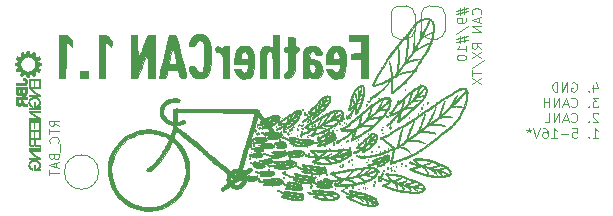
<source format=gbr>
G04 #@! TF.GenerationSoftware,KiCad,Pcbnew,(5.1.5-0-10_14)*
G04 #@! TF.CreationDate,2020-02-04T10:15:42+01:00*
G04 #@! TF.ProjectId,FeatherCAN,46656174-6865-4724-9341-4e2e6b696361,1.0*
G04 #@! TF.SameCoordinates,Original*
G04 #@! TF.FileFunction,Legend,Bot*
G04 #@! TF.FilePolarity,Positive*
%FSLAX46Y46*%
G04 Gerber Fmt 4.6, Leading zero omitted, Abs format (unit mm)*
G04 Created by KiCad (PCBNEW (5.1.5-0-10_14)) date 2020-02-04 10:15:42*
%MOMM*%
%LPD*%
G04 APERTURE LIST*
%ADD10C,0.100000*%
%ADD11C,0.010000*%
%ADD12C,0.120000*%
G04 APERTURE END LIST*
D10*
X154678571Y-97442380D02*
X154678571Y-98013809D01*
X154335714Y-97670952D02*
X155364285Y-97442380D01*
X155021428Y-97937619D02*
X155021428Y-97366190D01*
X155364285Y-97709047D02*
X154335714Y-97937619D01*
X155211904Y-98318571D02*
X155211904Y-98470952D01*
X155173809Y-98547142D01*
X155135714Y-98585238D01*
X155021428Y-98661428D01*
X154869047Y-98699523D01*
X154564285Y-98699523D01*
X154488095Y-98661428D01*
X154450000Y-98623333D01*
X154411904Y-98547142D01*
X154411904Y-98394761D01*
X154450000Y-98318571D01*
X154488095Y-98280476D01*
X154564285Y-98242380D01*
X154754761Y-98242380D01*
X154830952Y-98280476D01*
X154869047Y-98318571D01*
X154907142Y-98394761D01*
X154907142Y-98547142D01*
X154869047Y-98623333D01*
X154830952Y-98661428D01*
X154754761Y-98699523D01*
X154373809Y-99613809D02*
X155402380Y-98928095D01*
X154678571Y-99842380D02*
X154678571Y-100413809D01*
X154335714Y-100070952D02*
X155364285Y-99842380D01*
X155021428Y-100337619D02*
X155021428Y-99766190D01*
X155364285Y-100109047D02*
X154335714Y-100337619D01*
X155211904Y-101099523D02*
X155211904Y-100642380D01*
X155211904Y-100870952D02*
X154411904Y-100870952D01*
X154526190Y-100794761D01*
X154602380Y-100718571D01*
X154640476Y-100642380D01*
X154411904Y-101594761D02*
X154411904Y-101670952D01*
X154450000Y-101747142D01*
X154488095Y-101785238D01*
X154564285Y-101823333D01*
X154716666Y-101861428D01*
X154907142Y-101861428D01*
X155059523Y-101823333D01*
X155135714Y-101785238D01*
X155173809Y-101747142D01*
X155211904Y-101670952D01*
X155211904Y-101594761D01*
X155173809Y-101518571D01*
X155135714Y-101480476D01*
X155059523Y-101442380D01*
X154907142Y-101404285D01*
X154716666Y-101404285D01*
X154564285Y-101442380D01*
X154488095Y-101480476D01*
X154450000Y-101518571D01*
X154411904Y-101594761D01*
X156435714Y-97937619D02*
X156473809Y-97899523D01*
X156511904Y-97785238D01*
X156511904Y-97709047D01*
X156473809Y-97594761D01*
X156397619Y-97518571D01*
X156321428Y-97480476D01*
X156169047Y-97442380D01*
X156054761Y-97442380D01*
X155902380Y-97480476D01*
X155826190Y-97518571D01*
X155750000Y-97594761D01*
X155711904Y-97709047D01*
X155711904Y-97785238D01*
X155750000Y-97899523D01*
X155788095Y-97937619D01*
X156283333Y-98242380D02*
X156283333Y-98623333D01*
X156511904Y-98166190D02*
X155711904Y-98432857D01*
X156511904Y-98699523D01*
X156511904Y-98966190D02*
X155711904Y-98966190D01*
X156511904Y-99423333D01*
X155711904Y-99423333D01*
X156511904Y-100870952D02*
X156130952Y-100604285D01*
X156511904Y-100413809D02*
X155711904Y-100413809D01*
X155711904Y-100718571D01*
X155750000Y-100794761D01*
X155788095Y-100832857D01*
X155864285Y-100870952D01*
X155978571Y-100870952D01*
X156054761Y-100832857D01*
X156092857Y-100794761D01*
X156130952Y-100718571D01*
X156130952Y-100413809D01*
X155711904Y-101137619D02*
X156511904Y-101670952D01*
X155711904Y-101670952D02*
X156511904Y-101137619D01*
X155673809Y-102547142D02*
X156702380Y-101861428D01*
X155711904Y-102699523D02*
X155711904Y-103156666D01*
X156511904Y-102928095D02*
X155711904Y-102928095D01*
X155711904Y-103347142D02*
X156511904Y-103880476D01*
X155711904Y-103880476D02*
X156511904Y-103347142D01*
X166001666Y-103978571D02*
X166001666Y-104511904D01*
X166192142Y-103673809D02*
X166382619Y-104245238D01*
X165887380Y-104245238D01*
X165582619Y-104435714D02*
X165544523Y-104473809D01*
X165582619Y-104511904D01*
X165620714Y-104473809D01*
X165582619Y-104435714D01*
X165582619Y-104511904D01*
X164173095Y-103750000D02*
X164249285Y-103711904D01*
X164363571Y-103711904D01*
X164477857Y-103750000D01*
X164554047Y-103826190D01*
X164592142Y-103902380D01*
X164630238Y-104054761D01*
X164630238Y-104169047D01*
X164592142Y-104321428D01*
X164554047Y-104397619D01*
X164477857Y-104473809D01*
X164363571Y-104511904D01*
X164287380Y-104511904D01*
X164173095Y-104473809D01*
X164135000Y-104435714D01*
X164135000Y-104169047D01*
X164287380Y-104169047D01*
X163792142Y-104511904D02*
X163792142Y-103711904D01*
X163335000Y-104511904D01*
X163335000Y-103711904D01*
X162954047Y-104511904D02*
X162954047Y-103711904D01*
X162763571Y-103711904D01*
X162649285Y-103750000D01*
X162573095Y-103826190D01*
X162535000Y-103902380D01*
X162496904Y-104054761D01*
X162496904Y-104169047D01*
X162535000Y-104321428D01*
X162573095Y-104397619D01*
X162649285Y-104473809D01*
X162763571Y-104511904D01*
X162954047Y-104511904D01*
X166420714Y-105011904D02*
X165925476Y-105011904D01*
X166192142Y-105316666D01*
X166077857Y-105316666D01*
X166001666Y-105354761D01*
X165963571Y-105392857D01*
X165925476Y-105469047D01*
X165925476Y-105659523D01*
X165963571Y-105735714D01*
X166001666Y-105773809D01*
X166077857Y-105811904D01*
X166306428Y-105811904D01*
X166382619Y-105773809D01*
X166420714Y-105735714D01*
X165582619Y-105735714D02*
X165544523Y-105773809D01*
X165582619Y-105811904D01*
X165620714Y-105773809D01*
X165582619Y-105735714D01*
X165582619Y-105811904D01*
X164135000Y-105735714D02*
X164173095Y-105773809D01*
X164287380Y-105811904D01*
X164363571Y-105811904D01*
X164477857Y-105773809D01*
X164554047Y-105697619D01*
X164592142Y-105621428D01*
X164630238Y-105469047D01*
X164630238Y-105354761D01*
X164592142Y-105202380D01*
X164554047Y-105126190D01*
X164477857Y-105050000D01*
X164363571Y-105011904D01*
X164287380Y-105011904D01*
X164173095Y-105050000D01*
X164135000Y-105088095D01*
X163830238Y-105583333D02*
X163449285Y-105583333D01*
X163906428Y-105811904D02*
X163639761Y-105011904D01*
X163373095Y-105811904D01*
X163106428Y-105811904D02*
X163106428Y-105011904D01*
X162649285Y-105811904D01*
X162649285Y-105011904D01*
X162268333Y-105811904D02*
X162268333Y-105011904D01*
X162268333Y-105392857D02*
X161811190Y-105392857D01*
X161811190Y-105811904D02*
X161811190Y-105011904D01*
X166382619Y-106388095D02*
X166344523Y-106350000D01*
X166268333Y-106311904D01*
X166077857Y-106311904D01*
X166001666Y-106350000D01*
X165963571Y-106388095D01*
X165925476Y-106464285D01*
X165925476Y-106540476D01*
X165963571Y-106654761D01*
X166420714Y-107111904D01*
X165925476Y-107111904D01*
X165582619Y-107035714D02*
X165544523Y-107073809D01*
X165582619Y-107111904D01*
X165620714Y-107073809D01*
X165582619Y-107035714D01*
X165582619Y-107111904D01*
X164135000Y-107035714D02*
X164173095Y-107073809D01*
X164287380Y-107111904D01*
X164363571Y-107111904D01*
X164477857Y-107073809D01*
X164554047Y-106997619D01*
X164592142Y-106921428D01*
X164630238Y-106769047D01*
X164630238Y-106654761D01*
X164592142Y-106502380D01*
X164554047Y-106426190D01*
X164477857Y-106350000D01*
X164363571Y-106311904D01*
X164287380Y-106311904D01*
X164173095Y-106350000D01*
X164135000Y-106388095D01*
X163830238Y-106883333D02*
X163449285Y-106883333D01*
X163906428Y-107111904D02*
X163639761Y-106311904D01*
X163373095Y-107111904D01*
X163106428Y-107111904D02*
X163106428Y-106311904D01*
X162649285Y-107111904D01*
X162649285Y-106311904D01*
X161887380Y-107111904D02*
X162268333Y-107111904D01*
X162268333Y-106311904D01*
X165925476Y-108411904D02*
X166382619Y-108411904D01*
X166154047Y-108411904D02*
X166154047Y-107611904D01*
X166230238Y-107726190D01*
X166306428Y-107802380D01*
X166382619Y-107840476D01*
X165582619Y-108335714D02*
X165544523Y-108373809D01*
X165582619Y-108411904D01*
X165620714Y-108373809D01*
X165582619Y-108335714D01*
X165582619Y-108411904D01*
X164211190Y-107611904D02*
X164592142Y-107611904D01*
X164630238Y-107992857D01*
X164592142Y-107954761D01*
X164515952Y-107916666D01*
X164325476Y-107916666D01*
X164249285Y-107954761D01*
X164211190Y-107992857D01*
X164173095Y-108069047D01*
X164173095Y-108259523D01*
X164211190Y-108335714D01*
X164249285Y-108373809D01*
X164325476Y-108411904D01*
X164515952Y-108411904D01*
X164592142Y-108373809D01*
X164630238Y-108335714D01*
X163830238Y-108107142D02*
X163220714Y-108107142D01*
X162420714Y-108411904D02*
X162877857Y-108411904D01*
X162649285Y-108411904D02*
X162649285Y-107611904D01*
X162725476Y-107726190D01*
X162801666Y-107802380D01*
X162877857Y-107840476D01*
X161735000Y-107611904D02*
X161887380Y-107611904D01*
X161963571Y-107650000D01*
X162001666Y-107688095D01*
X162077857Y-107802380D01*
X162115952Y-107954761D01*
X162115952Y-108259523D01*
X162077857Y-108335714D01*
X162039761Y-108373809D01*
X161963571Y-108411904D01*
X161811190Y-108411904D01*
X161735000Y-108373809D01*
X161696904Y-108335714D01*
X161658809Y-108259523D01*
X161658809Y-108069047D01*
X161696904Y-107992857D01*
X161735000Y-107954761D01*
X161811190Y-107916666D01*
X161963571Y-107916666D01*
X162039761Y-107954761D01*
X162077857Y-107992857D01*
X162115952Y-108069047D01*
X161430238Y-107611904D02*
X161163571Y-108411904D01*
X160896904Y-107611904D01*
X160515952Y-107611904D02*
X160515952Y-107802380D01*
X160706428Y-107726190D02*
X160515952Y-107802380D01*
X160325476Y-107726190D01*
X160630238Y-107954761D02*
X160515952Y-107802380D01*
X160401666Y-107954761D01*
D11*
G36*
X117181561Y-102732070D02*
G01*
X117189936Y-102732641D01*
X117201626Y-102731792D01*
X117214755Y-102729637D01*
X117224720Y-102727142D01*
X117240394Y-102720010D01*
X117250592Y-102710161D01*
X117254885Y-102698639D01*
X117252843Y-102686489D01*
X117245636Y-102676278D01*
X117236095Y-102669124D01*
X117227478Y-102668499D01*
X117218732Y-102674587D01*
X117212603Y-102682057D01*
X117203548Y-102694319D01*
X117193513Y-102707630D01*
X117190171Y-102711993D01*
X117183552Y-102721044D01*
X117179272Y-102727792D01*
X117178378Y-102729964D01*
X117181561Y-102732070D01*
G37*
X117181561Y-102732070D02*
X117189936Y-102732641D01*
X117201626Y-102731792D01*
X117214755Y-102729637D01*
X117224720Y-102727142D01*
X117240394Y-102720010D01*
X117250592Y-102710161D01*
X117254885Y-102698639D01*
X117252843Y-102686489D01*
X117245636Y-102676278D01*
X117236095Y-102669124D01*
X117227478Y-102668499D01*
X117218732Y-102674587D01*
X117212603Y-102682057D01*
X117203548Y-102694319D01*
X117193513Y-102707630D01*
X117190171Y-102711993D01*
X117183552Y-102721044D01*
X117179272Y-102727792D01*
X117178378Y-102729964D01*
X117181561Y-102732070D01*
G36*
X117132407Y-102173543D02*
G01*
X117137319Y-102181384D01*
X117142964Y-102186396D01*
X117154757Y-102195804D01*
X117162014Y-102186181D01*
X117167894Y-102178530D01*
X117176490Y-102167514D01*
X117185998Y-102155446D01*
X117186507Y-102154802D01*
X117194760Y-102143932D01*
X117200858Y-102135035D01*
X117203672Y-102129779D01*
X117203743Y-102129356D01*
X117200295Y-102127502D01*
X117190360Y-102127183D01*
X117179718Y-102127908D01*
X117158002Y-102131934D01*
X117142688Y-102139362D01*
X117133759Y-102150205D01*
X117131171Y-102162922D01*
X117132407Y-102173543D01*
G37*
X117132407Y-102173543D02*
X117137319Y-102181384D01*
X117142964Y-102186396D01*
X117154757Y-102195804D01*
X117162014Y-102186181D01*
X117167894Y-102178530D01*
X117176490Y-102167514D01*
X117185998Y-102155446D01*
X117186507Y-102154802D01*
X117194760Y-102143932D01*
X117200858Y-102135035D01*
X117203672Y-102129779D01*
X117203743Y-102129356D01*
X117200295Y-102127502D01*
X117190360Y-102127183D01*
X117179718Y-102127908D01*
X117158002Y-102131934D01*
X117142688Y-102139362D01*
X117133759Y-102150205D01*
X117131171Y-102162922D01*
X117132407Y-102173543D01*
G36*
X117182450Y-102197708D02*
G01*
X117189738Y-102199174D01*
X117193878Y-102199265D01*
X117217498Y-102196647D01*
X117236497Y-102188978D01*
X117244564Y-102182873D01*
X117252301Y-102171954D01*
X117254455Y-102160053D01*
X117250790Y-102149296D01*
X117248591Y-102146681D01*
X117240918Y-102140090D01*
X117233767Y-102134915D01*
X117227064Y-102131276D01*
X117223393Y-102132144D01*
X117221881Y-102134258D01*
X117215398Y-102144310D01*
X117206308Y-102157165D01*
X117196620Y-102170025D01*
X117192562Y-102175115D01*
X117183909Y-102186540D01*
X117180523Y-102193783D01*
X117182450Y-102197708D01*
G37*
X117182450Y-102197708D02*
X117189738Y-102199174D01*
X117193878Y-102199265D01*
X117217498Y-102196647D01*
X117236497Y-102188978D01*
X117244564Y-102182873D01*
X117252301Y-102171954D01*
X117254455Y-102160053D01*
X117250790Y-102149296D01*
X117248591Y-102146681D01*
X117240918Y-102140090D01*
X117233767Y-102134915D01*
X117227064Y-102131276D01*
X117223393Y-102132144D01*
X117221881Y-102134258D01*
X117215398Y-102144310D01*
X117206308Y-102157165D01*
X117196620Y-102170025D01*
X117192562Y-102175115D01*
X117183909Y-102186540D01*
X117180523Y-102193783D01*
X117182450Y-102197708D01*
G36*
X117181561Y-101665270D02*
G01*
X117189936Y-101665841D01*
X117201626Y-101664992D01*
X117214755Y-101662837D01*
X117224720Y-101660342D01*
X117240461Y-101653151D01*
X117250727Y-101643079D01*
X117254973Y-101631078D01*
X117252653Y-101618100D01*
X117250890Y-101614654D01*
X117245248Y-101609193D01*
X117236434Y-101604214D01*
X117236281Y-101604151D01*
X117229012Y-101601686D01*
X117223861Y-101602568D01*
X117218136Y-101607751D01*
X117214571Y-101611839D01*
X117208171Y-101619741D01*
X117204349Y-101625263D01*
X117203890Y-101626368D01*
X117201725Y-101630201D01*
X117196295Y-101637767D01*
X117191078Y-101644511D01*
X117184122Y-101653703D01*
X117179507Y-101660649D01*
X117178378Y-101663164D01*
X117181561Y-101665270D01*
G37*
X117181561Y-101665270D02*
X117189936Y-101665841D01*
X117201626Y-101664992D01*
X117214755Y-101662837D01*
X117224720Y-101660342D01*
X117240461Y-101653151D01*
X117250727Y-101643079D01*
X117254973Y-101631078D01*
X117252653Y-101618100D01*
X117250890Y-101614654D01*
X117245248Y-101609193D01*
X117236434Y-101604214D01*
X117236281Y-101604151D01*
X117229012Y-101601686D01*
X117223861Y-101602568D01*
X117218136Y-101607751D01*
X117214571Y-101611839D01*
X117208171Y-101619741D01*
X117204349Y-101625263D01*
X117203890Y-101626368D01*
X117201725Y-101630201D01*
X117196295Y-101637767D01*
X117191078Y-101644511D01*
X117184122Y-101653703D01*
X117179507Y-101660649D01*
X117178378Y-101663164D01*
X117181561Y-101665270D01*
G36*
X117398749Y-101909164D02*
G01*
X117407372Y-101919104D01*
X117415206Y-101924053D01*
X117421716Y-101926112D01*
X117426727Y-101922721D01*
X117428530Y-101920374D01*
X117433287Y-101913939D01*
X117441027Y-101903628D01*
X117450328Y-101891334D01*
X117453468Y-101887202D01*
X117472780Y-101861829D01*
X117455259Y-101861829D01*
X117433028Y-101863785D01*
X117415455Y-101869406D01*
X117403174Y-101878319D01*
X117396817Y-101890149D01*
X117396057Y-101896673D01*
X117398749Y-101909164D01*
G37*
X117398749Y-101909164D02*
X117407372Y-101919104D01*
X117415206Y-101924053D01*
X117421716Y-101926112D01*
X117426727Y-101922721D01*
X117428530Y-101920374D01*
X117433287Y-101913939D01*
X117441027Y-101903628D01*
X117450328Y-101891334D01*
X117453468Y-101887202D01*
X117472780Y-101861829D01*
X117455259Y-101861829D01*
X117433028Y-101863785D01*
X117415455Y-101869406D01*
X117403174Y-101878319D01*
X117396817Y-101890149D01*
X117396057Y-101896673D01*
X117398749Y-101909164D01*
G36*
X117666534Y-102843697D02*
G01*
X117670015Y-102848139D01*
X117677451Y-102854959D01*
X117685136Y-102859100D01*
X117691157Y-102859876D01*
X117693600Y-102856602D01*
X117693600Y-102856587D01*
X117695783Y-102851985D01*
X117701104Y-102844908D01*
X117701764Y-102844142D01*
X117708732Y-102835596D01*
X117717368Y-102824254D01*
X117725927Y-102812490D01*
X117732667Y-102802676D01*
X117735001Y-102798907D01*
X117734620Y-102796271D01*
X117729064Y-102794838D01*
X117717348Y-102794374D01*
X117716092Y-102794371D01*
X117695057Y-102797166D01*
X117676117Y-102806032D01*
X117665516Y-102814106D01*
X117664274Y-102817791D01*
X117662495Y-102825617D01*
X117662473Y-102825725D01*
X117662267Y-102834916D01*
X117666534Y-102843697D01*
G37*
X117666534Y-102843697D02*
X117670015Y-102848139D01*
X117677451Y-102854959D01*
X117685136Y-102859100D01*
X117691157Y-102859876D01*
X117693600Y-102856602D01*
X117693600Y-102856587D01*
X117695783Y-102851985D01*
X117701104Y-102844908D01*
X117701764Y-102844142D01*
X117708732Y-102835596D01*
X117717368Y-102824254D01*
X117725927Y-102812490D01*
X117732667Y-102802676D01*
X117735001Y-102798907D01*
X117734620Y-102796271D01*
X117729064Y-102794838D01*
X117717348Y-102794374D01*
X117716092Y-102794371D01*
X117695057Y-102797166D01*
X117676117Y-102806032D01*
X117665516Y-102814106D01*
X117664274Y-102817791D01*
X117662495Y-102825617D01*
X117662473Y-102825725D01*
X117662267Y-102834916D01*
X117666534Y-102843697D01*
G36*
X117714937Y-102861964D02*
G01*
X117721459Y-102863388D01*
X117731562Y-102863605D01*
X117743481Y-102862747D01*
X117755453Y-102860948D01*
X117765717Y-102858340D01*
X117772507Y-102855056D01*
X117772875Y-102854743D01*
X117781537Y-102842977D01*
X117785004Y-102829362D01*
X117783707Y-102819616D01*
X117778379Y-102811235D01*
X117770089Y-102804191D01*
X117759596Y-102797993D01*
X117745648Y-102815232D01*
X117731155Y-102833869D01*
X117719191Y-102850684D01*
X117713757Y-102859199D01*
X117714937Y-102861964D01*
G37*
X117714937Y-102861964D02*
X117721459Y-102863388D01*
X117731562Y-102863605D01*
X117743481Y-102862747D01*
X117755453Y-102860948D01*
X117765717Y-102858340D01*
X117772507Y-102855056D01*
X117772875Y-102854743D01*
X117781537Y-102842977D01*
X117785004Y-102829362D01*
X117783707Y-102819616D01*
X117778379Y-102811235D01*
X117770089Y-102804191D01*
X117759596Y-102797993D01*
X117745648Y-102815232D01*
X117731155Y-102833869D01*
X117719191Y-102850684D01*
X117713757Y-102859199D01*
X117714937Y-102861964D01*
G36*
X117931053Y-101504527D02*
G01*
X117935777Y-101515707D01*
X117944256Y-101522155D01*
X117955174Y-101527602D01*
X117972251Y-101505665D01*
X117981612Y-101493388D01*
X117990060Y-101481871D01*
X117995839Y-101473512D01*
X117996035Y-101473207D01*
X118002741Y-101462686D01*
X117979706Y-101462699D01*
X117958326Y-101464731D01*
X117942892Y-101470757D01*
X117933472Y-101480719D01*
X117930137Y-101494556D01*
X117931053Y-101504527D01*
G37*
X117931053Y-101504527D02*
X117935777Y-101515707D01*
X117944256Y-101522155D01*
X117955174Y-101527602D01*
X117972251Y-101505665D01*
X117981612Y-101493388D01*
X117990060Y-101481871D01*
X117995839Y-101473512D01*
X117996035Y-101473207D01*
X118002741Y-101462686D01*
X117979706Y-101462699D01*
X117958326Y-101464731D01*
X117942892Y-101470757D01*
X117933472Y-101480719D01*
X117930137Y-101494556D01*
X117931053Y-101504527D01*
G36*
X118195296Y-102972678D02*
G01*
X118198988Y-102979512D01*
X118207154Y-102986065D01*
X118210071Y-102987961D01*
X118217424Y-102992124D01*
X118222093Y-102992183D01*
X118227307Y-102988222D01*
X118232606Y-102981894D01*
X118234257Y-102977614D01*
X118236720Y-102972037D01*
X118240911Y-102967275D01*
X118246760Y-102960954D01*
X118254577Y-102951246D01*
X118259649Y-102944425D01*
X118271734Y-102927598D01*
X118243774Y-102929392D01*
X118228819Y-102930664D01*
X118218902Y-102932603D01*
X118211803Y-102935904D01*
X118205303Y-102941258D01*
X118205079Y-102941472D01*
X118196482Y-102952975D01*
X118194398Y-102962872D01*
X118195296Y-102972678D01*
G37*
X118195296Y-102972678D02*
X118198988Y-102979512D01*
X118207154Y-102986065D01*
X118210071Y-102987961D01*
X118217424Y-102992124D01*
X118222093Y-102992183D01*
X118227307Y-102988222D01*
X118232606Y-102981894D01*
X118234257Y-102977614D01*
X118236720Y-102972037D01*
X118240911Y-102967275D01*
X118246760Y-102960954D01*
X118254577Y-102951246D01*
X118259649Y-102944425D01*
X118271734Y-102927598D01*
X118243774Y-102929392D01*
X118228819Y-102930664D01*
X118218902Y-102932603D01*
X118211803Y-102935904D01*
X118205303Y-102941258D01*
X118205079Y-102941472D01*
X118196482Y-102952975D01*
X118194398Y-102962872D01*
X118195296Y-102972678D01*
G36*
X118464835Y-102976913D02*
G01*
X118474532Y-102986843D01*
X118477553Y-102988594D01*
X118485238Y-102992181D01*
X118489449Y-102993408D01*
X118489650Y-102993303D01*
X118493970Y-102986921D01*
X118500942Y-102977238D01*
X118508907Y-102966490D01*
X118516204Y-102956915D01*
X118521174Y-102950747D01*
X118521547Y-102950330D01*
X118528333Y-102941498D01*
X118531922Y-102935658D01*
X118533838Y-102931620D01*
X118533350Y-102929342D01*
X118529181Y-102928481D01*
X118520055Y-102928696D01*
X118508511Y-102929402D01*
X118492831Y-102930850D01*
X118482394Y-102933125D01*
X118475194Y-102936771D01*
X118472197Y-102939262D01*
X118463487Y-102951468D01*
X118461093Y-102964570D01*
X118464835Y-102976913D01*
G37*
X118464835Y-102976913D02*
X118474532Y-102986843D01*
X118477553Y-102988594D01*
X118485238Y-102992181D01*
X118489449Y-102993408D01*
X118489650Y-102993303D01*
X118493970Y-102986921D01*
X118500942Y-102977238D01*
X118508907Y-102966490D01*
X118516204Y-102956915D01*
X118521174Y-102950747D01*
X118521547Y-102950330D01*
X118528333Y-102941498D01*
X118531922Y-102935658D01*
X118533838Y-102931620D01*
X118533350Y-102929342D01*
X118529181Y-102928481D01*
X118520055Y-102928696D01*
X118508511Y-102929402D01*
X118492831Y-102930850D01*
X118482394Y-102933125D01*
X118475194Y-102936771D01*
X118472197Y-102939262D01*
X118463487Y-102951468D01*
X118461093Y-102964570D01*
X118464835Y-102976913D01*
G36*
X118511902Y-102997667D02*
G01*
X118517607Y-103000630D01*
X118527949Y-103000900D01*
X118540985Y-102998852D01*
X118554775Y-102994856D01*
X118567376Y-102989285D01*
X118572621Y-102986027D01*
X118579223Y-102979929D01*
X118582088Y-102972246D01*
X118582600Y-102963116D01*
X118581592Y-102951652D01*
X118577699Y-102944086D01*
X118573039Y-102939778D01*
X118562986Y-102933514D01*
X118555715Y-102933363D01*
X118550050Y-102939355D01*
X118549480Y-102940379D01*
X118545194Y-102947114D01*
X118537852Y-102957468D01*
X118528919Y-102969385D01*
X118527426Y-102971318D01*
X118519398Y-102982403D01*
X118513866Y-102991502D01*
X118511768Y-102997017D01*
X118511902Y-102997667D01*
G37*
X118511902Y-102997667D02*
X118517607Y-103000630D01*
X118527949Y-103000900D01*
X118540985Y-102998852D01*
X118554775Y-102994856D01*
X118567376Y-102989285D01*
X118572621Y-102986027D01*
X118579223Y-102979929D01*
X118582088Y-102972246D01*
X118582600Y-102963116D01*
X118581592Y-102951652D01*
X118577699Y-102944086D01*
X118573039Y-102939778D01*
X118562986Y-102933514D01*
X118555715Y-102933363D01*
X118550050Y-102939355D01*
X118549480Y-102940379D01*
X118545194Y-102947114D01*
X118537852Y-102957468D01*
X118528919Y-102969385D01*
X118527426Y-102971318D01*
X118519398Y-102982403D01*
X118513866Y-102991502D01*
X118511768Y-102997017D01*
X118511902Y-102997667D01*
G36*
X118465211Y-102843738D02*
G01*
X118471287Y-102851521D01*
X118479915Y-102858156D01*
X118487685Y-102859030D01*
X118493060Y-102854084D01*
X118493700Y-102852429D01*
X118496918Y-102846565D01*
X118499294Y-102845171D01*
X118503113Y-102842288D01*
X118507736Y-102835339D01*
X118507813Y-102835193D01*
X118514174Y-102825116D01*
X118520115Y-102817728D01*
X118527162Y-102809001D01*
X118531437Y-102802307D01*
X118533471Y-102797742D01*
X118532316Y-102795382D01*
X118526575Y-102794501D01*
X118516170Y-102794371D01*
X118498371Y-102796363D01*
X118482437Y-102801777D01*
X118470061Y-102809768D01*
X118462937Y-102819493D01*
X118462395Y-102821165D01*
X118461173Y-102833088D01*
X118465211Y-102843738D01*
G37*
X118465211Y-102843738D02*
X118471287Y-102851521D01*
X118479915Y-102858156D01*
X118487685Y-102859030D01*
X118493060Y-102854084D01*
X118493700Y-102852429D01*
X118496918Y-102846565D01*
X118499294Y-102845171D01*
X118503113Y-102842288D01*
X118507736Y-102835339D01*
X118507813Y-102835193D01*
X118514174Y-102825116D01*
X118520115Y-102817728D01*
X118527162Y-102809001D01*
X118531437Y-102802307D01*
X118533471Y-102797742D01*
X118532316Y-102795382D01*
X118526575Y-102794501D01*
X118516170Y-102794371D01*
X118498371Y-102796363D01*
X118482437Y-102801777D01*
X118470061Y-102809768D01*
X118462937Y-102819493D01*
X118462395Y-102821165D01*
X118461173Y-102833088D01*
X118465211Y-102843738D01*
G36*
X118536283Y-102862782D02*
G01*
X118556220Y-102860526D01*
X118569975Y-102855714D01*
X118578353Y-102847751D01*
X118582159Y-102836043D01*
X118582600Y-102828567D01*
X118581777Y-102817986D01*
X118578180Y-102811282D01*
X118570807Y-102805598D01*
X118559014Y-102797969D01*
X118548695Y-102809778D01*
X118539525Y-102820985D01*
X118530658Y-102832880D01*
X118529684Y-102834286D01*
X118522468Y-102844712D01*
X118515799Y-102854165D01*
X118514780Y-102855583D01*
X118508568Y-102864181D01*
X118536283Y-102862782D01*
G37*
X118536283Y-102862782D02*
X118556220Y-102860526D01*
X118569975Y-102855714D01*
X118578353Y-102847751D01*
X118582159Y-102836043D01*
X118582600Y-102828567D01*
X118581777Y-102817986D01*
X118578180Y-102811282D01*
X118570807Y-102805598D01*
X118559014Y-102797969D01*
X118548695Y-102809778D01*
X118539525Y-102820985D01*
X118530658Y-102832880D01*
X118529684Y-102834286D01*
X118522468Y-102844712D01*
X118515799Y-102854165D01*
X118514780Y-102855583D01*
X118508568Y-102864181D01*
X118536283Y-102862782D01*
G36*
X118463188Y-101373523D02*
G01*
X118464051Y-101375468D01*
X118469112Y-101382375D01*
X118476358Y-101388438D01*
X118483741Y-101392412D01*
X118489217Y-101393053D01*
X118490641Y-101391632D01*
X118493360Y-101387211D01*
X118499495Y-101378521D01*
X118508001Y-101367019D01*
X118513756Y-101359441D01*
X118522968Y-101347256D01*
X118530235Y-101337321D01*
X118534599Y-101330961D01*
X118535429Y-101329392D01*
X118532119Y-101328689D01*
X118523432Y-101328540D01*
X118511224Y-101328977D01*
X118510854Y-101328998D01*
X118490530Y-101332174D01*
X118475035Y-101338777D01*
X118464935Y-101348245D01*
X118460797Y-101360014D01*
X118463188Y-101373523D01*
G37*
X118463188Y-101373523D02*
X118464051Y-101375468D01*
X118469112Y-101382375D01*
X118476358Y-101388438D01*
X118483741Y-101392412D01*
X118489217Y-101393053D01*
X118490641Y-101391632D01*
X118493360Y-101387211D01*
X118499495Y-101378521D01*
X118508001Y-101367019D01*
X118513756Y-101359441D01*
X118522968Y-101347256D01*
X118530235Y-101337321D01*
X118534599Y-101330961D01*
X118535429Y-101329392D01*
X118532119Y-101328689D01*
X118523432Y-101328540D01*
X118511224Y-101328977D01*
X118510854Y-101328998D01*
X118490530Y-101332174D01*
X118475035Y-101338777D01*
X118464935Y-101348245D01*
X118460797Y-101360014D01*
X118463188Y-101373523D01*
G36*
X118525013Y-101396713D02*
G01*
X118547595Y-101396270D01*
X118565220Y-101391113D01*
X118573160Y-101386127D01*
X118579542Y-101379403D01*
X118582228Y-101370745D01*
X118582600Y-101362884D01*
X118581741Y-101351871D01*
X118578198Y-101344807D01*
X118572061Y-101339561D01*
X118564237Y-101334595D01*
X118558867Y-101332256D01*
X118558454Y-101332227D01*
X118554916Y-101335075D01*
X118548812Y-101342306D01*
X118542686Y-101350636D01*
X118533666Y-101363323D01*
X118524380Y-101375980D01*
X118519652Y-101382216D01*
X118509318Y-101395557D01*
X118525013Y-101396713D01*
G37*
X118525013Y-101396713D02*
X118547595Y-101396270D01*
X118565220Y-101391113D01*
X118573160Y-101386127D01*
X118579542Y-101379403D01*
X118582228Y-101370745D01*
X118582600Y-101362884D01*
X118581741Y-101351871D01*
X118578198Y-101344807D01*
X118572061Y-101339561D01*
X118564237Y-101334595D01*
X118558867Y-101332256D01*
X118558454Y-101332227D01*
X118554916Y-101335075D01*
X118548812Y-101342306D01*
X118542686Y-101350636D01*
X118533666Y-101363323D01*
X118524380Y-101375980D01*
X118519652Y-101382216D01*
X118509318Y-101395557D01*
X118525013Y-101396713D01*
G36*
X118732643Y-102578675D02*
G01*
X118741917Y-102588193D01*
X118749566Y-102592003D01*
X118755531Y-102590439D01*
X118763023Y-102582922D01*
X118764081Y-102581509D01*
X118772337Y-102570326D01*
X118781460Y-102558212D01*
X118783422Y-102555644D01*
X118792647Y-102543345D01*
X118797283Y-102535669D01*
X118797217Y-102531527D01*
X118792335Y-102529829D01*
X118782527Y-102529487D01*
X118780721Y-102529486D01*
X118762762Y-102530568D01*
X118749461Y-102534313D01*
X118738475Y-102541470D01*
X118735907Y-102543793D01*
X118729102Y-102554582D01*
X118728192Y-102566840D01*
X118732643Y-102578675D01*
G37*
X118732643Y-102578675D02*
X118741917Y-102588193D01*
X118749566Y-102592003D01*
X118755531Y-102590439D01*
X118763023Y-102582922D01*
X118764081Y-102581509D01*
X118772337Y-102570326D01*
X118781460Y-102558212D01*
X118783422Y-102555644D01*
X118792647Y-102543345D01*
X118797283Y-102535669D01*
X118797217Y-102531527D01*
X118792335Y-102529829D01*
X118782527Y-102529487D01*
X118780721Y-102529486D01*
X118762762Y-102530568D01*
X118749461Y-102534313D01*
X118738475Y-102541470D01*
X118735907Y-102543793D01*
X118729102Y-102554582D01*
X118728192Y-102566840D01*
X118732643Y-102578675D01*
G36*
X118791974Y-102597789D02*
G01*
X118811501Y-102596989D01*
X118827928Y-102592311D01*
X118840525Y-102584552D01*
X118848564Y-102574512D01*
X118851315Y-102562991D01*
X118848050Y-102550787D01*
X118842216Y-102542715D01*
X118836573Y-102537123D01*
X118831557Y-102534096D01*
X118826415Y-102534164D01*
X118820394Y-102537859D01*
X118812742Y-102545710D01*
X118802706Y-102558249D01*
X118789534Y-102576006D01*
X118783780Y-102583914D01*
X118774561Y-102596614D01*
X118791974Y-102597789D01*
G37*
X118791974Y-102597789D02*
X118811501Y-102596989D01*
X118827928Y-102592311D01*
X118840525Y-102584552D01*
X118848564Y-102574512D01*
X118851315Y-102562991D01*
X118848050Y-102550787D01*
X118842216Y-102542715D01*
X118836573Y-102537123D01*
X118831557Y-102534096D01*
X118826415Y-102534164D01*
X118820394Y-102537859D01*
X118812742Y-102545710D01*
X118802706Y-102558249D01*
X118789534Y-102576006D01*
X118783780Y-102583914D01*
X118774561Y-102596614D01*
X118791974Y-102597789D01*
G36*
X118778121Y-102333216D02*
G01*
X118786443Y-102333580D01*
X118797930Y-102332599D01*
X118810636Y-102330432D01*
X118821899Y-102327474D01*
X118835726Y-102321629D01*
X118843986Y-102314430D01*
X118845902Y-102311326D01*
X118850498Y-102298662D01*
X118849151Y-102287950D01*
X118841513Y-102276875D01*
X118840587Y-102275869D01*
X118833285Y-102268882D01*
X118827652Y-102264930D01*
X118826486Y-102264600D01*
X118822795Y-102267355D01*
X118816322Y-102274633D01*
X118808366Y-102284955D01*
X118807077Y-102286740D01*
X118798010Y-102299244D01*
X118789407Y-102310815D01*
X118783118Y-102318965D01*
X118783079Y-102319014D01*
X118777667Y-102326286D01*
X118774979Y-102330987D01*
X118774914Y-102331345D01*
X118778121Y-102333216D01*
G37*
X118778121Y-102333216D02*
X118786443Y-102333580D01*
X118797930Y-102332599D01*
X118810636Y-102330432D01*
X118821899Y-102327474D01*
X118835726Y-102321629D01*
X118843986Y-102314430D01*
X118845902Y-102311326D01*
X118850498Y-102298662D01*
X118849151Y-102287950D01*
X118841513Y-102276875D01*
X118840587Y-102275869D01*
X118833285Y-102268882D01*
X118827652Y-102264930D01*
X118826486Y-102264600D01*
X118822795Y-102267355D01*
X118816322Y-102274633D01*
X118808366Y-102284955D01*
X118807077Y-102286740D01*
X118798010Y-102299244D01*
X118789407Y-102310815D01*
X118783118Y-102318965D01*
X118783079Y-102319014D01*
X118777667Y-102326286D01*
X118774979Y-102330987D01*
X118774914Y-102331345D01*
X118778121Y-102333216D01*
G36*
X118778176Y-102198574D02*
G01*
X118786611Y-102199159D01*
X118798190Y-102198853D01*
X118810885Y-102197664D01*
X118815969Y-102196919D01*
X118830629Y-102191860D01*
X118841776Y-102182982D01*
X118848589Y-102171732D01*
X118850249Y-102159557D01*
X118845938Y-102147902D01*
X118844684Y-102146237D01*
X118837195Y-102138878D01*
X118831370Y-102134819D01*
X118827887Y-102133444D01*
X118824494Y-102133965D01*
X118820243Y-102137245D01*
X118814183Y-102144148D01*
X118805366Y-102155539D01*
X118798411Y-102164814D01*
X118792509Y-102172543D01*
X118785084Y-102182051D01*
X118783954Y-102183481D01*
X118778235Y-102191198D01*
X118775111Y-102196384D01*
X118774914Y-102197088D01*
X118778176Y-102198574D01*
G37*
X118778176Y-102198574D02*
X118786611Y-102199159D01*
X118798190Y-102198853D01*
X118810885Y-102197664D01*
X118815969Y-102196919D01*
X118830629Y-102191860D01*
X118841776Y-102182982D01*
X118848589Y-102171732D01*
X118850249Y-102159557D01*
X118845938Y-102147902D01*
X118844684Y-102146237D01*
X118837195Y-102138878D01*
X118831370Y-102134819D01*
X118827887Y-102133444D01*
X118824494Y-102133965D01*
X118820243Y-102137245D01*
X118814183Y-102144148D01*
X118805366Y-102155539D01*
X118798411Y-102164814D01*
X118792509Y-102172543D01*
X118785084Y-102182051D01*
X118783954Y-102183481D01*
X118778235Y-102191198D01*
X118775111Y-102196384D01*
X118774914Y-102197088D01*
X118778176Y-102198574D01*
G36*
X118777110Y-102062988D02*
G01*
X118784775Y-102064701D01*
X118790336Y-102064942D01*
X118813663Y-102062874D01*
X118831430Y-102057049D01*
X118842932Y-102047977D01*
X118849662Y-102036213D01*
X118849941Y-102024485D01*
X118845410Y-102013321D01*
X118840702Y-102006343D01*
X118836849Y-102003345D01*
X118836781Y-102003343D01*
X118830772Y-102002151D01*
X118828119Y-102001253D01*
X118823389Y-102002656D01*
X118815848Y-102009703D01*
X118805186Y-102022700D01*
X118801515Y-102027560D01*
X118792203Y-102039821D01*
X118784379Y-102049688D01*
X118779117Y-102055827D01*
X118777636Y-102057167D01*
X118774339Y-102060236D01*
X118777110Y-102062988D01*
G37*
X118777110Y-102062988D02*
X118784775Y-102064701D01*
X118790336Y-102064942D01*
X118813663Y-102062874D01*
X118831430Y-102057049D01*
X118842932Y-102047977D01*
X118849662Y-102036213D01*
X118849941Y-102024485D01*
X118845410Y-102013321D01*
X118840702Y-102006343D01*
X118836849Y-102003345D01*
X118836781Y-102003343D01*
X118830772Y-102002151D01*
X118828119Y-102001253D01*
X118823389Y-102002656D01*
X118815848Y-102009703D01*
X118805186Y-102022700D01*
X118801515Y-102027560D01*
X118792203Y-102039821D01*
X118784379Y-102049688D01*
X118779117Y-102055827D01*
X118777636Y-102057167D01*
X118774339Y-102060236D01*
X118777110Y-102062988D01*
G36*
X118729932Y-101907226D02*
G01*
X118737481Y-101916515D01*
X118738907Y-101917749D01*
X118746520Y-101923659D01*
X118751759Y-101926833D01*
X118752514Y-101927012D01*
X118755549Y-101924235D01*
X118761925Y-101916799D01*
X118770670Y-101905879D01*
X118779528Y-101894355D01*
X118804098Y-101861829D01*
X118786761Y-101861829D01*
X118764648Y-101863790D01*
X118747129Y-101869417D01*
X118734862Y-101878322D01*
X118728504Y-101890119D01*
X118727743Y-101896610D01*
X118729932Y-101907226D01*
G37*
X118729932Y-101907226D02*
X118737481Y-101916515D01*
X118738907Y-101917749D01*
X118746520Y-101923659D01*
X118751759Y-101926833D01*
X118752514Y-101927012D01*
X118755549Y-101924235D01*
X118761925Y-101916799D01*
X118770670Y-101905879D01*
X118779528Y-101894355D01*
X118804098Y-101861829D01*
X118786761Y-101861829D01*
X118764648Y-101863790D01*
X118747129Y-101869417D01*
X118734862Y-101878322D01*
X118728504Y-101890119D01*
X118727743Y-101896610D01*
X118729932Y-101907226D01*
G36*
X118779208Y-101931415D02*
G01*
X118787786Y-101933131D01*
X118802129Y-101932228D01*
X118822227Y-101927638D01*
X118837403Y-101919992D01*
X118847126Y-101909937D01*
X118850866Y-101898119D01*
X118848093Y-101885185D01*
X118845060Y-101879872D01*
X118840690Y-101873390D01*
X118838710Y-101870444D01*
X118835494Y-101869170D01*
X118830609Y-101867592D01*
X118825790Y-101867296D01*
X118820629Y-101870204D01*
X118813849Y-101877336D01*
X118806116Y-101887138D01*
X118798144Y-101897838D01*
X118792244Y-101906169D01*
X118789503Y-101910589D01*
X118789429Y-101910855D01*
X118787140Y-101914403D01*
X118781743Y-101920314D01*
X118777136Y-101927109D01*
X118779208Y-101931415D01*
G37*
X118779208Y-101931415D02*
X118787786Y-101933131D01*
X118802129Y-101932228D01*
X118822227Y-101927638D01*
X118837403Y-101919992D01*
X118847126Y-101909937D01*
X118850866Y-101898119D01*
X118848093Y-101885185D01*
X118845060Y-101879872D01*
X118840690Y-101873390D01*
X118838710Y-101870444D01*
X118835494Y-101869170D01*
X118830609Y-101867592D01*
X118825790Y-101867296D01*
X118820629Y-101870204D01*
X118813849Y-101877336D01*
X118806116Y-101887138D01*
X118798144Y-101897838D01*
X118792244Y-101906169D01*
X118789503Y-101910589D01*
X118789429Y-101910855D01*
X118787140Y-101914403D01*
X118781743Y-101920314D01*
X118777136Y-101927109D01*
X118779208Y-101931415D01*
G36*
X118732590Y-101777934D02*
G01*
X118737684Y-101783667D01*
X118744942Y-101789697D01*
X118750134Y-101792781D01*
X118750710Y-101792886D01*
X118753791Y-101791519D01*
X118758628Y-101786930D01*
X118765856Y-101778380D01*
X118776111Y-101765133D01*
X118785878Y-101752064D01*
X118804024Y-101727571D01*
X118781973Y-101727571D01*
X118768702Y-101728232D01*
X118757380Y-101729938D01*
X118751997Y-101731653D01*
X118737609Y-101741726D01*
X118729410Y-101753411D01*
X118727652Y-101765787D01*
X118732590Y-101777934D01*
G37*
X118732590Y-101777934D02*
X118737684Y-101783667D01*
X118744942Y-101789697D01*
X118750134Y-101792781D01*
X118750710Y-101792886D01*
X118753791Y-101791519D01*
X118758628Y-101786930D01*
X118765856Y-101778380D01*
X118776111Y-101765133D01*
X118785878Y-101752064D01*
X118804024Y-101727571D01*
X118781973Y-101727571D01*
X118768702Y-101728232D01*
X118757380Y-101729938D01*
X118751997Y-101731653D01*
X118737609Y-101741726D01*
X118729410Y-101753411D01*
X118727652Y-101765787D01*
X118732590Y-101777934D01*
G36*
X118778135Y-101799725D02*
G01*
X118786427Y-101799828D01*
X118797734Y-101798996D01*
X118810001Y-101797447D01*
X118821173Y-101795401D01*
X118829194Y-101793074D01*
X118830230Y-101792599D01*
X118843082Y-101782908D01*
X118849742Y-101770920D01*
X118849955Y-101757895D01*
X118843468Y-101745090D01*
X118840508Y-101741807D01*
X118833178Y-101735162D01*
X118827773Y-101731469D01*
X118826814Y-101731200D01*
X118823329Y-101733923D01*
X118816937Y-101741121D01*
X118808913Y-101751340D01*
X118807485Y-101753263D01*
X118798243Y-101765698D01*
X118789515Y-101777242D01*
X118783163Y-101785431D01*
X118783079Y-101785537D01*
X118777662Y-101793001D01*
X118774977Y-101798052D01*
X118774914Y-101798470D01*
X118778135Y-101799725D01*
G37*
X118778135Y-101799725D02*
X118786427Y-101799828D01*
X118797734Y-101798996D01*
X118810001Y-101797447D01*
X118821173Y-101795401D01*
X118829194Y-101793074D01*
X118830230Y-101792599D01*
X118843082Y-101782908D01*
X118849742Y-101770920D01*
X118849955Y-101757895D01*
X118843468Y-101745090D01*
X118840508Y-101741807D01*
X118833178Y-101735162D01*
X118827773Y-101731469D01*
X118826814Y-101731200D01*
X118823329Y-101733923D01*
X118816937Y-101741121D01*
X118808913Y-101751340D01*
X118807485Y-101753263D01*
X118798243Y-101765698D01*
X118789515Y-101777242D01*
X118783163Y-101785431D01*
X118783079Y-101785537D01*
X118777662Y-101793001D01*
X118774977Y-101798052D01*
X118774914Y-101798470D01*
X118778135Y-101799725D01*
G36*
X118996936Y-102708248D02*
G01*
X118997295Y-102709005D01*
X119004149Y-102718621D01*
X119012593Y-102724141D01*
X119020807Y-102724875D01*
X119026914Y-102720234D01*
X119030800Y-102714514D01*
X119037814Y-102704826D01*
X119046659Y-102692952D01*
X119049779Y-102688832D01*
X119058349Y-102677361D01*
X119064920Y-102668193D01*
X119068477Y-102662757D01*
X119068829Y-102661944D01*
X119065616Y-102660776D01*
X119057633Y-102660148D01*
X119054973Y-102660114D01*
X119043151Y-102661201D01*
X119028883Y-102663960D01*
X119022169Y-102665741D01*
X119010018Y-102670147D01*
X119002605Y-102675448D01*
X118997467Y-102683438D01*
X118997253Y-102683884D01*
X118993601Y-102692802D01*
X118993493Y-102699554D01*
X118996936Y-102708248D01*
G37*
X118996936Y-102708248D02*
X118997295Y-102709005D01*
X119004149Y-102718621D01*
X119012593Y-102724141D01*
X119020807Y-102724875D01*
X119026914Y-102720234D01*
X119030800Y-102714514D01*
X119037814Y-102704826D01*
X119046659Y-102692952D01*
X119049779Y-102688832D01*
X119058349Y-102677361D01*
X119064920Y-102668193D01*
X119068477Y-102662757D01*
X119068829Y-102661944D01*
X119065616Y-102660776D01*
X119057633Y-102660148D01*
X119054973Y-102660114D01*
X119043151Y-102661201D01*
X119028883Y-102663960D01*
X119022169Y-102665741D01*
X119010018Y-102670147D01*
X119002605Y-102675448D01*
X118997467Y-102683438D01*
X118997253Y-102683884D01*
X118993601Y-102692802D01*
X118993493Y-102699554D01*
X118996936Y-102708248D01*
G36*
X118998931Y-102176417D02*
G01*
X119006778Y-102185502D01*
X119018508Y-102195983D01*
X119036231Y-102173141D01*
X119045792Y-102160812D01*
X119054586Y-102149458D01*
X119060878Y-102141321D01*
X119061391Y-102140655D01*
X119066456Y-102133508D01*
X119068808Y-102129049D01*
X119068829Y-102128862D01*
X119065594Y-102127554D01*
X119057461Y-102126805D01*
X119053407Y-102126734D01*
X119033010Y-102128772D01*
X119016337Y-102134321D01*
X119003988Y-102142620D01*
X118996569Y-102152909D01*
X118994683Y-102164428D01*
X118998931Y-102176417D01*
G37*
X118998931Y-102176417D02*
X119006778Y-102185502D01*
X119018508Y-102195983D01*
X119036231Y-102173141D01*
X119045792Y-102160812D01*
X119054586Y-102149458D01*
X119060878Y-102141321D01*
X119061391Y-102140655D01*
X119066456Y-102133508D01*
X119068808Y-102129049D01*
X119068829Y-102128862D01*
X119065594Y-102127554D01*
X119057461Y-102126805D01*
X119053407Y-102126734D01*
X119033010Y-102128772D01*
X119016337Y-102134321D01*
X119003988Y-102142620D01*
X118996569Y-102152909D01*
X118994683Y-102164428D01*
X118998931Y-102176417D01*
G36*
X119046660Y-102198689D02*
G01*
X119054953Y-102199151D01*
X119066203Y-102198599D01*
X119078306Y-102197100D01*
X119085157Y-102195763D01*
X119097510Y-102190610D01*
X119108660Y-102182073D01*
X119116676Y-102172011D01*
X119119629Y-102162580D01*
X119117172Y-102155699D01*
X119110928Y-102146732D01*
X119106716Y-102142104D01*
X119093803Y-102129191D01*
X119084037Y-102139978D01*
X119077647Y-102147650D01*
X119069601Y-102158150D01*
X119061039Y-102169872D01*
X119053102Y-102181208D01*
X119046933Y-102190553D01*
X119043672Y-102196299D01*
X119043429Y-102197141D01*
X119046660Y-102198689D01*
G37*
X119046660Y-102198689D02*
X119054953Y-102199151D01*
X119066203Y-102198599D01*
X119078306Y-102197100D01*
X119085157Y-102195763D01*
X119097510Y-102190610D01*
X119108660Y-102182073D01*
X119116676Y-102172011D01*
X119119629Y-102162580D01*
X119117172Y-102155699D01*
X119110928Y-102146732D01*
X119106716Y-102142104D01*
X119093803Y-102129191D01*
X119084037Y-102139978D01*
X119077647Y-102147650D01*
X119069601Y-102158150D01*
X119061039Y-102169872D01*
X119053102Y-102181208D01*
X119046933Y-102190553D01*
X119043672Y-102196299D01*
X119043429Y-102197141D01*
X119046660Y-102198689D01*
G36*
X117095755Y-105233679D02*
G01*
X117095968Y-105286645D01*
X117096161Y-105332902D01*
X117096383Y-105372994D01*
X117096679Y-105407470D01*
X117097099Y-105436874D01*
X117097689Y-105461755D01*
X117098496Y-105482658D01*
X117099568Y-105500130D01*
X117100953Y-105514717D01*
X117102698Y-105526967D01*
X117104850Y-105537425D01*
X117107456Y-105546637D01*
X117110565Y-105555152D01*
X117114224Y-105563515D01*
X117118479Y-105572272D01*
X117123379Y-105581971D01*
X117126516Y-105588206D01*
X117148187Y-105623645D01*
X117175337Y-105654563D01*
X117207455Y-105680536D01*
X117244029Y-105701139D01*
X117278129Y-105714078D01*
X117294702Y-105717540D01*
X117316405Y-105719814D01*
X117341209Y-105720901D01*
X117367085Y-105720802D01*
X117392004Y-105719518D01*
X117413936Y-105717050D01*
X117428714Y-105714021D01*
X117467806Y-105700138D01*
X117501584Y-105681390D01*
X117530297Y-105657575D01*
X117554195Y-105628489D01*
X117572182Y-105596817D01*
X117581810Y-105576465D01*
X117589918Y-105596416D01*
X117605805Y-105626100D01*
X117627508Y-105651642D01*
X117654692Y-105672750D01*
X117687021Y-105689129D01*
X117702671Y-105694726D01*
X117716233Y-105698652D01*
X117730623Y-105701946D01*
X117746973Y-105704760D01*
X117766412Y-105707246D01*
X117790070Y-105709554D01*
X117819078Y-105711836D01*
X117842598Y-105713461D01*
X117878645Y-105716097D01*
X117908571Y-105718913D01*
X117933513Y-105722133D01*
X117954608Y-105725981D01*
X117972993Y-105730682D01*
X117989805Y-105736460D01*
X118006179Y-105743539D01*
X118013821Y-105747266D01*
X118014526Y-105744155D01*
X118015162Y-105734689D01*
X118015706Y-105719770D01*
X118016134Y-105700302D01*
X118016420Y-105677187D01*
X118016541Y-105651326D01*
X118016543Y-105647209D01*
X118016543Y-105545785D01*
X117995679Y-105539954D01*
X117983780Y-105536944D01*
X117970233Y-105534198D01*
X117954045Y-105531579D01*
X117934228Y-105528953D01*
X117909790Y-105526183D01*
X117879743Y-105523135D01*
X117856886Y-105520954D01*
X117817465Y-105516609D01*
X117784447Y-105511444D01*
X117756999Y-105505202D01*
X117734288Y-105497627D01*
X117715482Y-105488462D01*
X117699748Y-105477450D01*
X117691590Y-105470006D01*
X117683290Y-105460928D01*
X117676419Y-105451308D01*
X117670847Y-105440388D01*
X117666445Y-105427411D01*
X117663083Y-105411618D01*
X117660630Y-105392253D01*
X117658957Y-105368559D01*
X117657934Y-105339777D01*
X117657430Y-105305151D01*
X117657314Y-105270205D01*
X117657314Y-105156571D01*
X118016543Y-105156571D01*
X118016543Y-104957000D01*
X117512648Y-104957000D01*
X117512648Y-105156571D01*
X117511426Y-105291736D01*
X117511098Y-105326678D01*
X117510775Y-105355163D01*
X117510407Y-105377989D01*
X117509945Y-105395957D01*
X117509338Y-105409864D01*
X117508536Y-105420512D01*
X117507489Y-105428698D01*
X117506147Y-105435222D01*
X117504460Y-105440884D01*
X117502379Y-105446482D01*
X117501627Y-105448377D01*
X117488354Y-105473119D01*
X117470562Y-105492886D01*
X117448963Y-105506928D01*
X117443797Y-105509165D01*
X117433304Y-105512853D01*
X117422727Y-105515268D01*
X117410099Y-105516664D01*
X117393452Y-105517295D01*
X117379729Y-105517413D01*
X117360188Y-105517286D01*
X117346029Y-105516628D01*
X117335382Y-105515188D01*
X117326377Y-105512715D01*
X117317219Y-105508989D01*
X117295510Y-105495407D01*
X117277117Y-105476165D01*
X117263211Y-105452535D01*
X117261459Y-105448377D01*
X117259241Y-105442631D01*
X117257435Y-105437076D01*
X117255989Y-105430912D01*
X117254854Y-105423341D01*
X117253979Y-105413562D01*
X117253315Y-105400776D01*
X117252812Y-105384185D01*
X117252420Y-105362989D01*
X117252088Y-105336388D01*
X117251767Y-105303583D01*
X117251659Y-105291736D01*
X117250438Y-105156571D01*
X117512648Y-105156571D01*
X117512648Y-104957000D01*
X117094588Y-104957000D01*
X117095755Y-105233679D01*
G37*
X117095755Y-105233679D02*
X117095968Y-105286645D01*
X117096161Y-105332902D01*
X117096383Y-105372994D01*
X117096679Y-105407470D01*
X117097099Y-105436874D01*
X117097689Y-105461755D01*
X117098496Y-105482658D01*
X117099568Y-105500130D01*
X117100953Y-105514717D01*
X117102698Y-105526967D01*
X117104850Y-105537425D01*
X117107456Y-105546637D01*
X117110565Y-105555152D01*
X117114224Y-105563515D01*
X117118479Y-105572272D01*
X117123379Y-105581971D01*
X117126516Y-105588206D01*
X117148187Y-105623645D01*
X117175337Y-105654563D01*
X117207455Y-105680536D01*
X117244029Y-105701139D01*
X117278129Y-105714078D01*
X117294702Y-105717540D01*
X117316405Y-105719814D01*
X117341209Y-105720901D01*
X117367085Y-105720802D01*
X117392004Y-105719518D01*
X117413936Y-105717050D01*
X117428714Y-105714021D01*
X117467806Y-105700138D01*
X117501584Y-105681390D01*
X117530297Y-105657575D01*
X117554195Y-105628489D01*
X117572182Y-105596817D01*
X117581810Y-105576465D01*
X117589918Y-105596416D01*
X117605805Y-105626100D01*
X117627508Y-105651642D01*
X117654692Y-105672750D01*
X117687021Y-105689129D01*
X117702671Y-105694726D01*
X117716233Y-105698652D01*
X117730623Y-105701946D01*
X117746973Y-105704760D01*
X117766412Y-105707246D01*
X117790070Y-105709554D01*
X117819078Y-105711836D01*
X117842598Y-105713461D01*
X117878645Y-105716097D01*
X117908571Y-105718913D01*
X117933513Y-105722133D01*
X117954608Y-105725981D01*
X117972993Y-105730682D01*
X117989805Y-105736460D01*
X118006179Y-105743539D01*
X118013821Y-105747266D01*
X118014526Y-105744155D01*
X118015162Y-105734689D01*
X118015706Y-105719770D01*
X118016134Y-105700302D01*
X118016420Y-105677187D01*
X118016541Y-105651326D01*
X118016543Y-105647209D01*
X118016543Y-105545785D01*
X117995679Y-105539954D01*
X117983780Y-105536944D01*
X117970233Y-105534198D01*
X117954045Y-105531579D01*
X117934228Y-105528953D01*
X117909790Y-105526183D01*
X117879743Y-105523135D01*
X117856886Y-105520954D01*
X117817465Y-105516609D01*
X117784447Y-105511444D01*
X117756999Y-105505202D01*
X117734288Y-105497627D01*
X117715482Y-105488462D01*
X117699748Y-105477450D01*
X117691590Y-105470006D01*
X117683290Y-105460928D01*
X117676419Y-105451308D01*
X117670847Y-105440388D01*
X117666445Y-105427411D01*
X117663083Y-105411618D01*
X117660630Y-105392253D01*
X117658957Y-105368559D01*
X117657934Y-105339777D01*
X117657430Y-105305151D01*
X117657314Y-105270205D01*
X117657314Y-105156571D01*
X118016543Y-105156571D01*
X118016543Y-104957000D01*
X117512648Y-104957000D01*
X117512648Y-105156571D01*
X117511426Y-105291736D01*
X117511098Y-105326678D01*
X117510775Y-105355163D01*
X117510407Y-105377989D01*
X117509945Y-105395957D01*
X117509338Y-105409864D01*
X117508536Y-105420512D01*
X117507489Y-105428698D01*
X117506147Y-105435222D01*
X117504460Y-105440884D01*
X117502379Y-105446482D01*
X117501627Y-105448377D01*
X117488354Y-105473119D01*
X117470562Y-105492886D01*
X117448963Y-105506928D01*
X117443797Y-105509165D01*
X117433304Y-105512853D01*
X117422727Y-105515268D01*
X117410099Y-105516664D01*
X117393452Y-105517295D01*
X117379729Y-105517413D01*
X117360188Y-105517286D01*
X117346029Y-105516628D01*
X117335382Y-105515188D01*
X117326377Y-105512715D01*
X117317219Y-105508989D01*
X117295510Y-105495407D01*
X117277117Y-105476165D01*
X117263211Y-105452535D01*
X117261459Y-105448377D01*
X117259241Y-105442631D01*
X117257435Y-105437076D01*
X117255989Y-105430912D01*
X117254854Y-105423341D01*
X117253979Y-105413562D01*
X117253315Y-105400776D01*
X117252812Y-105384185D01*
X117252420Y-105362989D01*
X117252088Y-105336388D01*
X117251767Y-105303583D01*
X117251659Y-105291736D01*
X117250438Y-105156571D01*
X117512648Y-105156571D01*
X117512648Y-104957000D01*
X117094588Y-104957000D01*
X117095755Y-105233679D01*
G36*
X117094896Y-104337421D02*
G01*
X117094929Y-104389264D01*
X117095041Y-104434452D01*
X117095259Y-104473588D01*
X117095610Y-104507276D01*
X117096123Y-104536118D01*
X117096824Y-104560716D01*
X117097739Y-104581674D01*
X117098898Y-104599594D01*
X117100326Y-104615078D01*
X117102051Y-104628730D01*
X117104100Y-104641153D01*
X117106501Y-104652948D01*
X117109281Y-104664719D01*
X117109781Y-104666714D01*
X117122538Y-104704661D01*
X117140331Y-104738274D01*
X117162709Y-104767096D01*
X117189220Y-104790668D01*
X117219414Y-104808535D01*
X117252839Y-104820238D01*
X117263373Y-104822468D01*
X117282512Y-104824870D01*
X117305281Y-104826092D01*
X117329377Y-104826166D01*
X117352492Y-104825122D01*
X117372322Y-104822990D01*
X117382882Y-104820900D01*
X117417494Y-104808230D01*
X117448641Y-104789307D01*
X117475873Y-104764482D01*
X117498738Y-104734102D01*
X117502070Y-104728563D01*
X117509150Y-104716908D01*
X117513700Y-104710967D01*
X117516465Y-104709979D01*
X117517935Y-104712362D01*
X117520501Y-104718641D01*
X117525356Y-104729555D01*
X117531643Y-104743199D01*
X117534752Y-104749805D01*
X117554139Y-104782534D01*
X117578944Y-104810546D01*
X117608890Y-104833623D01*
X117643697Y-104851544D01*
X117677827Y-104862799D01*
X117703958Y-104867533D01*
X117734204Y-104869890D01*
X117765824Y-104869870D01*
X117796079Y-104867475D01*
X117822066Y-104862746D01*
X117860009Y-104849440D01*
X117894329Y-104829990D01*
X117924843Y-104804641D01*
X117951366Y-104773641D01*
X117973715Y-104737237D01*
X117991705Y-104695673D01*
X118005153Y-104649198D01*
X118012676Y-104607487D01*
X118013506Y-104597514D01*
X118014247Y-104580649D01*
X118014895Y-104557259D01*
X118015443Y-104527709D01*
X118015887Y-104492364D01*
X118016221Y-104451590D01*
X118016439Y-104405753D01*
X118016538Y-104355218D01*
X118016543Y-104339880D01*
X118016543Y-104100657D01*
X117860514Y-104100657D01*
X117860514Y-104300229D01*
X117860451Y-104422693D01*
X117860340Y-104460216D01*
X117860033Y-104491176D01*
X117859504Y-104516267D01*
X117858731Y-104536179D01*
X117857688Y-104551607D01*
X117856351Y-104563243D01*
X117855288Y-104569218D01*
X117846042Y-104600052D01*
X117832568Y-104625002D01*
X117814763Y-104644151D01*
X117792527Y-104657585D01*
X117765757Y-104665389D01*
X117737340Y-104667669D01*
X117705228Y-104665356D01*
X117678278Y-104658188D01*
X117655968Y-104645824D01*
X117637775Y-104627921D01*
X117623178Y-104604136D01*
X117616497Y-104588434D01*
X117614394Y-104582531D01*
X117612680Y-104576637D01*
X117611310Y-104569941D01*
X117610232Y-104561634D01*
X117609400Y-104550907D01*
X117608765Y-104536949D01*
X117608279Y-104518953D01*
X117607892Y-104496107D01*
X117607557Y-104467604D01*
X117607234Y-104433579D01*
X117606033Y-104300229D01*
X117860514Y-104300229D01*
X117860514Y-104100657D01*
X117469067Y-104100657D01*
X117469067Y-104300229D01*
X117467887Y-104422693D01*
X117467552Y-104455833D01*
X117467213Y-104482569D01*
X117466814Y-104503754D01*
X117466295Y-104520242D01*
X117465599Y-104532885D01*
X117464668Y-104542537D01*
X117463445Y-104550051D01*
X117461871Y-104556279D01*
X117459888Y-104562076D01*
X117458123Y-104566590D01*
X117445220Y-104590785D01*
X117428171Y-104609126D01*
X117406843Y-104621689D01*
X117381106Y-104628549D01*
X117350828Y-104629783D01*
X117348770Y-104629674D01*
X117322340Y-104625578D01*
X117300662Y-104616394D01*
X117282959Y-104601733D01*
X117276125Y-104593306D01*
X117270349Y-104584962D01*
X117265629Y-104576889D01*
X117261848Y-104568255D01*
X117258890Y-104558225D01*
X117256635Y-104545966D01*
X117254966Y-104530644D01*
X117253767Y-104511424D01*
X117252918Y-104487474D01*
X117252302Y-104457958D01*
X117251802Y-104422044D01*
X117251788Y-104420879D01*
X117250320Y-104300229D01*
X117469067Y-104300229D01*
X117469067Y-104100657D01*
X117094886Y-104100657D01*
X117094896Y-104337421D01*
G37*
X117094896Y-104337421D02*
X117094929Y-104389264D01*
X117095041Y-104434452D01*
X117095259Y-104473588D01*
X117095610Y-104507276D01*
X117096123Y-104536118D01*
X117096824Y-104560716D01*
X117097739Y-104581674D01*
X117098898Y-104599594D01*
X117100326Y-104615078D01*
X117102051Y-104628730D01*
X117104100Y-104641153D01*
X117106501Y-104652948D01*
X117109281Y-104664719D01*
X117109781Y-104666714D01*
X117122538Y-104704661D01*
X117140331Y-104738274D01*
X117162709Y-104767096D01*
X117189220Y-104790668D01*
X117219414Y-104808535D01*
X117252839Y-104820238D01*
X117263373Y-104822468D01*
X117282512Y-104824870D01*
X117305281Y-104826092D01*
X117329377Y-104826166D01*
X117352492Y-104825122D01*
X117372322Y-104822990D01*
X117382882Y-104820900D01*
X117417494Y-104808230D01*
X117448641Y-104789307D01*
X117475873Y-104764482D01*
X117498738Y-104734102D01*
X117502070Y-104728563D01*
X117509150Y-104716908D01*
X117513700Y-104710967D01*
X117516465Y-104709979D01*
X117517935Y-104712362D01*
X117520501Y-104718641D01*
X117525356Y-104729555D01*
X117531643Y-104743199D01*
X117534752Y-104749805D01*
X117554139Y-104782534D01*
X117578944Y-104810546D01*
X117608890Y-104833623D01*
X117643697Y-104851544D01*
X117677827Y-104862799D01*
X117703958Y-104867533D01*
X117734204Y-104869890D01*
X117765824Y-104869870D01*
X117796079Y-104867475D01*
X117822066Y-104862746D01*
X117860009Y-104849440D01*
X117894329Y-104829990D01*
X117924843Y-104804641D01*
X117951366Y-104773641D01*
X117973715Y-104737237D01*
X117991705Y-104695673D01*
X118005153Y-104649198D01*
X118012676Y-104607487D01*
X118013506Y-104597514D01*
X118014247Y-104580649D01*
X118014895Y-104557259D01*
X118015443Y-104527709D01*
X118015887Y-104492364D01*
X118016221Y-104451590D01*
X118016439Y-104405753D01*
X118016538Y-104355218D01*
X118016543Y-104339880D01*
X118016543Y-104100657D01*
X117860514Y-104100657D01*
X117860514Y-104300229D01*
X117860451Y-104422693D01*
X117860340Y-104460216D01*
X117860033Y-104491176D01*
X117859504Y-104516267D01*
X117858731Y-104536179D01*
X117857688Y-104551607D01*
X117856351Y-104563243D01*
X117855288Y-104569218D01*
X117846042Y-104600052D01*
X117832568Y-104625002D01*
X117814763Y-104644151D01*
X117792527Y-104657585D01*
X117765757Y-104665389D01*
X117737340Y-104667669D01*
X117705228Y-104665356D01*
X117678278Y-104658188D01*
X117655968Y-104645824D01*
X117637775Y-104627921D01*
X117623178Y-104604136D01*
X117616497Y-104588434D01*
X117614394Y-104582531D01*
X117612680Y-104576637D01*
X117611310Y-104569941D01*
X117610232Y-104561634D01*
X117609400Y-104550907D01*
X117608765Y-104536949D01*
X117608279Y-104518953D01*
X117607892Y-104496107D01*
X117607557Y-104467604D01*
X117607234Y-104433579D01*
X117606033Y-104300229D01*
X117860514Y-104300229D01*
X117860514Y-104100657D01*
X117469067Y-104100657D01*
X117469067Y-104300229D01*
X117467887Y-104422693D01*
X117467552Y-104455833D01*
X117467213Y-104482569D01*
X117466814Y-104503754D01*
X117466295Y-104520242D01*
X117465599Y-104532885D01*
X117464668Y-104542537D01*
X117463445Y-104550051D01*
X117461871Y-104556279D01*
X117459888Y-104562076D01*
X117458123Y-104566590D01*
X117445220Y-104590785D01*
X117428171Y-104609126D01*
X117406843Y-104621689D01*
X117381106Y-104628549D01*
X117350828Y-104629783D01*
X117348770Y-104629674D01*
X117322340Y-104625578D01*
X117300662Y-104616394D01*
X117282959Y-104601733D01*
X117276125Y-104593306D01*
X117270349Y-104584962D01*
X117265629Y-104576889D01*
X117261848Y-104568255D01*
X117258890Y-104558225D01*
X117256635Y-104545966D01*
X117254966Y-104530644D01*
X117253767Y-104511424D01*
X117252918Y-104487474D01*
X117252302Y-104457958D01*
X117251802Y-104422044D01*
X117251788Y-104420879D01*
X117250320Y-104300229D01*
X117469067Y-104300229D01*
X117469067Y-104100657D01*
X117094886Y-104100657D01*
X117094896Y-104337421D01*
G36*
X117451393Y-103969061D02*
G01*
X117512477Y-103968855D01*
X117566768Y-103968664D01*
X117614728Y-103968458D01*
X117656820Y-103968205D01*
X117693507Y-103967874D01*
X117725253Y-103967433D01*
X117752520Y-103966851D01*
X117775772Y-103966096D01*
X117795471Y-103965137D01*
X117812080Y-103963944D01*
X117826064Y-103962483D01*
X117837884Y-103960725D01*
X117848003Y-103958637D01*
X117856886Y-103956189D01*
X117864995Y-103953349D01*
X117872792Y-103950085D01*
X117880742Y-103946367D01*
X117889306Y-103942162D01*
X117895815Y-103938962D01*
X117931839Y-103917538D01*
X117962796Y-103890943D01*
X117988615Y-103859267D01*
X118009223Y-103822606D01*
X118024549Y-103781050D01*
X118027861Y-103768643D01*
X118031088Y-103751150D01*
X118033708Y-103728437D01*
X118035638Y-103702524D01*
X118036794Y-103675430D01*
X118037094Y-103649172D01*
X118036454Y-103625771D01*
X118034793Y-103607245D01*
X118034556Y-103605665D01*
X118023948Y-103557646D01*
X118008081Y-103514444D01*
X117987026Y-103476164D01*
X117960859Y-103442915D01*
X117929652Y-103414802D01*
X117893480Y-103391933D01*
X117884100Y-103387252D01*
X117867032Y-103379533D01*
X117851455Y-103373599D01*
X117835925Y-103369186D01*
X117818998Y-103366028D01*
X117799231Y-103363858D01*
X117775180Y-103362411D01*
X117745399Y-103361422D01*
X117743493Y-103361374D01*
X117671829Y-103359581D01*
X117671829Y-103544588D01*
X117725350Y-103546320D01*
X117754767Y-103547846D01*
X117778260Y-103550563D01*
X117797120Y-103554873D01*
X117812636Y-103561174D01*
X117826098Y-103569868D01*
X117838796Y-103581352D01*
X117838971Y-103581530D01*
X117853035Y-103600396D01*
X117862403Y-103622441D01*
X117867200Y-103646369D01*
X117867548Y-103670884D01*
X117863572Y-103694691D01*
X117855394Y-103716494D01*
X117843140Y-103734997D01*
X117826931Y-103748903D01*
X117822783Y-103751251D01*
X117817764Y-103753799D01*
X117812849Y-103756052D01*
X117807580Y-103758026D01*
X117801500Y-103759742D01*
X117794151Y-103761216D01*
X117785076Y-103762468D01*
X117773817Y-103763515D01*
X117759917Y-103764377D01*
X117742917Y-103765071D01*
X117722360Y-103765615D01*
X117697789Y-103766028D01*
X117668746Y-103766329D01*
X117634774Y-103766536D01*
X117595414Y-103766666D01*
X117550210Y-103766739D01*
X117498703Y-103766772D01*
X117440436Y-103766785D01*
X117435064Y-103766785D01*
X117094886Y-103766829D01*
X117094886Y-103970297D01*
X117451393Y-103969061D01*
G37*
X117451393Y-103969061D02*
X117512477Y-103968855D01*
X117566768Y-103968664D01*
X117614728Y-103968458D01*
X117656820Y-103968205D01*
X117693507Y-103967874D01*
X117725253Y-103967433D01*
X117752520Y-103966851D01*
X117775772Y-103966096D01*
X117795471Y-103965137D01*
X117812080Y-103963944D01*
X117826064Y-103962483D01*
X117837884Y-103960725D01*
X117848003Y-103958637D01*
X117856886Y-103956189D01*
X117864995Y-103953349D01*
X117872792Y-103950085D01*
X117880742Y-103946367D01*
X117889306Y-103942162D01*
X117895815Y-103938962D01*
X117931839Y-103917538D01*
X117962796Y-103890943D01*
X117988615Y-103859267D01*
X118009223Y-103822606D01*
X118024549Y-103781050D01*
X118027861Y-103768643D01*
X118031088Y-103751150D01*
X118033708Y-103728437D01*
X118035638Y-103702524D01*
X118036794Y-103675430D01*
X118037094Y-103649172D01*
X118036454Y-103625771D01*
X118034793Y-103607245D01*
X118034556Y-103605665D01*
X118023948Y-103557646D01*
X118008081Y-103514444D01*
X117987026Y-103476164D01*
X117960859Y-103442915D01*
X117929652Y-103414802D01*
X117893480Y-103391933D01*
X117884100Y-103387252D01*
X117867032Y-103379533D01*
X117851455Y-103373599D01*
X117835925Y-103369186D01*
X117818998Y-103366028D01*
X117799231Y-103363858D01*
X117775180Y-103362411D01*
X117745399Y-103361422D01*
X117743493Y-103361374D01*
X117671829Y-103359581D01*
X117671829Y-103544588D01*
X117725350Y-103546320D01*
X117754767Y-103547846D01*
X117778260Y-103550563D01*
X117797120Y-103554873D01*
X117812636Y-103561174D01*
X117826098Y-103569868D01*
X117838796Y-103581352D01*
X117838971Y-103581530D01*
X117853035Y-103600396D01*
X117862403Y-103622441D01*
X117867200Y-103646369D01*
X117867548Y-103670884D01*
X117863572Y-103694691D01*
X117855394Y-103716494D01*
X117843140Y-103734997D01*
X117826931Y-103748903D01*
X117822783Y-103751251D01*
X117817764Y-103753799D01*
X117812849Y-103756052D01*
X117807580Y-103758026D01*
X117801500Y-103759742D01*
X117794151Y-103761216D01*
X117785076Y-103762468D01*
X117773817Y-103763515D01*
X117759917Y-103764377D01*
X117742917Y-103765071D01*
X117722360Y-103765615D01*
X117697789Y-103766028D01*
X117668746Y-103766329D01*
X117634774Y-103766536D01*
X117595414Y-103766666D01*
X117550210Y-103766739D01*
X117498703Y-103766772D01*
X117440436Y-103766785D01*
X117435064Y-103766785D01*
X117094886Y-103766829D01*
X117094886Y-103970297D01*
X117451393Y-103969061D01*
G36*
X118572975Y-109846515D02*
G01*
X118962492Y-110115014D01*
X118572975Y-110115938D01*
X118183457Y-110116861D01*
X118183457Y-110203914D01*
X119105319Y-110203914D01*
X119104309Y-110154494D01*
X119103300Y-110105073D01*
X118716857Y-109838751D01*
X118669283Y-109805944D01*
X118623373Y-109774244D01*
X118579482Y-109743898D01*
X118537963Y-109715151D01*
X118499169Y-109688250D01*
X118463454Y-109663441D01*
X118431171Y-109640971D01*
X118402675Y-109621085D01*
X118378318Y-109604029D01*
X118358455Y-109590050D01*
X118343438Y-109579393D01*
X118333622Y-109572306D01*
X118329360Y-109569034D01*
X118329205Y-109568857D01*
X118332595Y-109568227D01*
X118343156Y-109567655D01*
X118360801Y-109567143D01*
X118385442Y-109566692D01*
X118416994Y-109566301D01*
X118455369Y-109565973D01*
X118500481Y-109565708D01*
X118552244Y-109565506D01*
X118610570Y-109565369D01*
X118675373Y-109565297D01*
X118716555Y-109565286D01*
X119105114Y-109565286D01*
X119105114Y-109478200D01*
X118183457Y-109478200D01*
X118183457Y-109578015D01*
X118572975Y-109846515D01*
G37*
X118572975Y-109846515D02*
X118962492Y-110115014D01*
X118572975Y-110115938D01*
X118183457Y-110116861D01*
X118183457Y-110203914D01*
X119105319Y-110203914D01*
X119104309Y-110154494D01*
X119103300Y-110105073D01*
X118716857Y-109838751D01*
X118669283Y-109805944D01*
X118623373Y-109774244D01*
X118579482Y-109743898D01*
X118537963Y-109715151D01*
X118499169Y-109688250D01*
X118463454Y-109663441D01*
X118431171Y-109640971D01*
X118402675Y-109621085D01*
X118378318Y-109604029D01*
X118358455Y-109590050D01*
X118343438Y-109579393D01*
X118333622Y-109572306D01*
X118329360Y-109569034D01*
X118329205Y-109568857D01*
X118332595Y-109568227D01*
X118343156Y-109567655D01*
X118360801Y-109567143D01*
X118385442Y-109566692D01*
X118416994Y-109566301D01*
X118455369Y-109565973D01*
X118500481Y-109565708D01*
X118552244Y-109565506D01*
X118610570Y-109565369D01*
X118675373Y-109565297D01*
X118716555Y-109565286D01*
X119105114Y-109565286D01*
X119105114Y-109478200D01*
X118183457Y-109478200D01*
X118183457Y-109578015D01*
X118572975Y-109846515D01*
G36*
X119105114Y-109340314D02*
G01*
X119105114Y-109249600D01*
X118183457Y-109249600D01*
X118183457Y-109340314D01*
X119105114Y-109340314D01*
G37*
X119105114Y-109340314D02*
X119105114Y-109249600D01*
X118183457Y-109249600D01*
X118183457Y-109340314D01*
X119105114Y-109340314D01*
G36*
X118183472Y-108664493D02*
G01*
X118183500Y-108715134D01*
X118183607Y-108759128D01*
X118183831Y-108797081D01*
X118184213Y-108829605D01*
X118184794Y-108857306D01*
X118185615Y-108880795D01*
X118186716Y-108900680D01*
X118188137Y-108917569D01*
X118189919Y-108932072D01*
X118192102Y-108944798D01*
X118194727Y-108956355D01*
X118197834Y-108967352D01*
X118201464Y-108978398D01*
X118205003Y-108988315D01*
X118222402Y-109026746D01*
X118244444Y-109059626D01*
X118270974Y-109086850D01*
X118301833Y-109108310D01*
X118336867Y-109123899D01*
X118375918Y-109133509D01*
X118418830Y-109137035D01*
X118422616Y-109137051D01*
X118458035Y-109135493D01*
X118489157Y-109130605D01*
X118518367Y-109121881D01*
X118542245Y-109111665D01*
X118574835Y-109092109D01*
X118603075Y-109067098D01*
X118626317Y-109037422D01*
X118643914Y-109003867D01*
X118652908Y-108977051D01*
X118655848Y-108966238D01*
X118657685Y-108961731D01*
X118659070Y-108962794D01*
X118660583Y-108968386D01*
X118663234Y-108979366D01*
X118666361Y-108992020D01*
X118666789Y-108993725D01*
X118677184Y-109021322D01*
X118693520Y-109047430D01*
X118714485Y-109070419D01*
X118738764Y-109088658D01*
X118746890Y-109093160D01*
X118765926Y-109101265D01*
X118788666Y-109107964D01*
X118815882Y-109113398D01*
X118848346Y-109117703D01*
X118886831Y-109121019D01*
X118910753Y-109122465D01*
X118952761Y-109125105D01*
X118988287Y-109128282D01*
X119018097Y-109132128D01*
X119042953Y-109136777D01*
X119063620Y-109142360D01*
X119080864Y-109149009D01*
X119089693Y-109153460D01*
X119105114Y-109162003D01*
X119105114Y-109064172D01*
X119093295Y-109059234D01*
X119083737Y-109055884D01*
X119071643Y-109052920D01*
X119056167Y-109050225D01*
X119036467Y-109047686D01*
X119011697Y-109045186D01*
X118981014Y-109042610D01*
X118959971Y-109041021D01*
X118921721Y-109037989D01*
X118889746Y-109034894D01*
X118863065Y-109031575D01*
X118840697Y-109027872D01*
X118821660Y-109023623D01*
X118804973Y-109018668D01*
X118790670Y-109013271D01*
X118765617Y-109000032D01*
X118742533Y-108982561D01*
X118723428Y-108962538D01*
X118714350Y-108949388D01*
X118710281Y-108942157D01*
X118706832Y-108935040D01*
X118703951Y-108927390D01*
X118701588Y-108918564D01*
X118699691Y-108907917D01*
X118698209Y-108894805D01*
X118697090Y-108878584D01*
X118696283Y-108858609D01*
X118695737Y-108834236D01*
X118695401Y-108804821D01*
X118695223Y-108769718D01*
X118695153Y-108728285D01*
X118695142Y-108708036D01*
X118695086Y-108523886D01*
X119105114Y-108523886D01*
X119105114Y-108436800D01*
X118619251Y-108436800D01*
X118619251Y-108523886D01*
X118617071Y-108895814D01*
X118607024Y-108924218D01*
X118591264Y-108959605D01*
X118571115Y-108989483D01*
X118546869Y-109013633D01*
X118518821Y-109031834D01*
X118487264Y-109043865D01*
X118452493Y-109049507D01*
X118439271Y-109049932D01*
X118401371Y-109046795D01*
X118367132Y-109037431D01*
X118336613Y-109021861D01*
X118315472Y-109005463D01*
X118299535Y-108989173D01*
X118287324Y-108972167D01*
X118277397Y-108952116D01*
X118270061Y-108932100D01*
X118268216Y-108926353D01*
X118266658Y-108920803D01*
X118265360Y-108914795D01*
X118264293Y-108907673D01*
X118263427Y-108898784D01*
X118262734Y-108887470D01*
X118262184Y-108873078D01*
X118261749Y-108854952D01*
X118261399Y-108832436D01*
X118261106Y-108804876D01*
X118260840Y-108771616D01*
X118260573Y-108732001D01*
X118260466Y-108715293D01*
X118259247Y-108523886D01*
X118619251Y-108523886D01*
X118619251Y-108436800D01*
X118183457Y-108436800D01*
X118183472Y-108664493D01*
G37*
X118183472Y-108664493D02*
X118183500Y-108715134D01*
X118183607Y-108759128D01*
X118183831Y-108797081D01*
X118184213Y-108829605D01*
X118184794Y-108857306D01*
X118185615Y-108880795D01*
X118186716Y-108900680D01*
X118188137Y-108917569D01*
X118189919Y-108932072D01*
X118192102Y-108944798D01*
X118194727Y-108956355D01*
X118197834Y-108967352D01*
X118201464Y-108978398D01*
X118205003Y-108988315D01*
X118222402Y-109026746D01*
X118244444Y-109059626D01*
X118270974Y-109086850D01*
X118301833Y-109108310D01*
X118336867Y-109123899D01*
X118375918Y-109133509D01*
X118418830Y-109137035D01*
X118422616Y-109137051D01*
X118458035Y-109135493D01*
X118489157Y-109130605D01*
X118518367Y-109121881D01*
X118542245Y-109111665D01*
X118574835Y-109092109D01*
X118603075Y-109067098D01*
X118626317Y-109037422D01*
X118643914Y-109003867D01*
X118652908Y-108977051D01*
X118655848Y-108966238D01*
X118657685Y-108961731D01*
X118659070Y-108962794D01*
X118660583Y-108968386D01*
X118663234Y-108979366D01*
X118666361Y-108992020D01*
X118666789Y-108993725D01*
X118677184Y-109021322D01*
X118693520Y-109047430D01*
X118714485Y-109070419D01*
X118738764Y-109088658D01*
X118746890Y-109093160D01*
X118765926Y-109101265D01*
X118788666Y-109107964D01*
X118815882Y-109113398D01*
X118848346Y-109117703D01*
X118886831Y-109121019D01*
X118910753Y-109122465D01*
X118952761Y-109125105D01*
X118988287Y-109128282D01*
X119018097Y-109132128D01*
X119042953Y-109136777D01*
X119063620Y-109142360D01*
X119080864Y-109149009D01*
X119089693Y-109153460D01*
X119105114Y-109162003D01*
X119105114Y-109064172D01*
X119093295Y-109059234D01*
X119083737Y-109055884D01*
X119071643Y-109052920D01*
X119056167Y-109050225D01*
X119036467Y-109047686D01*
X119011697Y-109045186D01*
X118981014Y-109042610D01*
X118959971Y-109041021D01*
X118921721Y-109037989D01*
X118889746Y-109034894D01*
X118863065Y-109031575D01*
X118840697Y-109027872D01*
X118821660Y-109023623D01*
X118804973Y-109018668D01*
X118790670Y-109013271D01*
X118765617Y-109000032D01*
X118742533Y-108982561D01*
X118723428Y-108962538D01*
X118714350Y-108949388D01*
X118710281Y-108942157D01*
X118706832Y-108935040D01*
X118703951Y-108927390D01*
X118701588Y-108918564D01*
X118699691Y-108907917D01*
X118698209Y-108894805D01*
X118697090Y-108878584D01*
X118696283Y-108858609D01*
X118695737Y-108834236D01*
X118695401Y-108804821D01*
X118695223Y-108769718D01*
X118695153Y-108728285D01*
X118695142Y-108708036D01*
X118695086Y-108523886D01*
X119105114Y-108523886D01*
X119105114Y-108436800D01*
X118619251Y-108436800D01*
X118619251Y-108523886D01*
X118617071Y-108895814D01*
X118607024Y-108924218D01*
X118591264Y-108959605D01*
X118571115Y-108989483D01*
X118546869Y-109013633D01*
X118518821Y-109031834D01*
X118487264Y-109043865D01*
X118452493Y-109049507D01*
X118439271Y-109049932D01*
X118401371Y-109046795D01*
X118367132Y-109037431D01*
X118336613Y-109021861D01*
X118315472Y-109005463D01*
X118299535Y-108989173D01*
X118287324Y-108972167D01*
X118277397Y-108952116D01*
X118270061Y-108932100D01*
X118268216Y-108926353D01*
X118266658Y-108920803D01*
X118265360Y-108914795D01*
X118264293Y-108907673D01*
X118263427Y-108898784D01*
X118262734Y-108887470D01*
X118262184Y-108873078D01*
X118261749Y-108854952D01*
X118261399Y-108832436D01*
X118261106Y-108804876D01*
X118260840Y-108771616D01*
X118260573Y-108732001D01*
X118260466Y-108715293D01*
X118259247Y-108523886D01*
X118619251Y-108523886D01*
X118619251Y-108436800D01*
X118183457Y-108436800D01*
X118183472Y-108664493D01*
G36*
X118259657Y-108356971D02*
G01*
X118259657Y-107809057D01*
X118589857Y-107809057D01*
X118589857Y-108324314D01*
X118666057Y-108324314D01*
X118666057Y-107809057D01*
X119028914Y-107809057D01*
X119028914Y-108364229D01*
X119105114Y-108364229D01*
X119105114Y-107721971D01*
X118183457Y-107721971D01*
X118183457Y-108356971D01*
X118259657Y-108356971D01*
G37*
X118259657Y-108356971D02*
X118259657Y-107809057D01*
X118589857Y-107809057D01*
X118589857Y-108324314D01*
X118666057Y-108324314D01*
X118666057Y-107809057D01*
X119028914Y-107809057D01*
X119028914Y-108364229D01*
X119105114Y-108364229D01*
X119105114Y-107721971D01*
X118183457Y-107721971D01*
X118183457Y-108356971D01*
X118259657Y-108356971D01*
G36*
X118259657Y-107642143D02*
G01*
X118259657Y-107094229D01*
X118589857Y-107094229D01*
X118589857Y-107609486D01*
X118666057Y-107609486D01*
X118666057Y-107094229D01*
X119028914Y-107094229D01*
X119028914Y-107649400D01*
X119105114Y-107649400D01*
X119105114Y-107007143D01*
X118183457Y-107007143D01*
X118183457Y-107642143D01*
X118259657Y-107642143D01*
G37*
X118259657Y-107642143D02*
X118259657Y-107094229D01*
X118589857Y-107094229D01*
X118589857Y-107609486D01*
X118666057Y-107609486D01*
X118666057Y-107094229D01*
X119028914Y-107094229D01*
X119028914Y-107649400D01*
X119105114Y-107649400D01*
X119105114Y-107007143D01*
X118183457Y-107007143D01*
X118183457Y-107642143D01*
X118259657Y-107642143D01*
G36*
X118572975Y-106515486D02*
G01*
X118962492Y-106783986D01*
X118572975Y-106784909D01*
X118183457Y-106785832D01*
X118183457Y-106872886D01*
X119105319Y-106872886D01*
X119104309Y-106823465D01*
X119103300Y-106774044D01*
X118716857Y-106507722D01*
X118669283Y-106474915D01*
X118623373Y-106443215D01*
X118579482Y-106412869D01*
X118537963Y-106384122D01*
X118499169Y-106357222D01*
X118463454Y-106332413D01*
X118431171Y-106309942D01*
X118402675Y-106290056D01*
X118378318Y-106273000D01*
X118358455Y-106259021D01*
X118343438Y-106248365D01*
X118333622Y-106241278D01*
X118329360Y-106238006D01*
X118329205Y-106237829D01*
X118332595Y-106237198D01*
X118343156Y-106236627D01*
X118360801Y-106236115D01*
X118385442Y-106235663D01*
X118416994Y-106235273D01*
X118455369Y-106234945D01*
X118500481Y-106234679D01*
X118552244Y-106234478D01*
X118610570Y-106234341D01*
X118675373Y-106234269D01*
X118716555Y-106234257D01*
X119105114Y-106234257D01*
X119105114Y-106147171D01*
X118183457Y-106147171D01*
X118183457Y-106246987D01*
X118572975Y-106515486D01*
G37*
X118572975Y-106515486D02*
X118962492Y-106783986D01*
X118572975Y-106784909D01*
X118183457Y-106785832D01*
X118183457Y-106872886D01*
X119105319Y-106872886D01*
X119104309Y-106823465D01*
X119103300Y-106774044D01*
X118716857Y-106507722D01*
X118669283Y-106474915D01*
X118623373Y-106443215D01*
X118579482Y-106412869D01*
X118537963Y-106384122D01*
X118499169Y-106357222D01*
X118463454Y-106332413D01*
X118431171Y-106309942D01*
X118402675Y-106290056D01*
X118378318Y-106273000D01*
X118358455Y-106259021D01*
X118343438Y-106248365D01*
X118333622Y-106241278D01*
X118329360Y-106238006D01*
X118329205Y-106237829D01*
X118332595Y-106237198D01*
X118343156Y-106236627D01*
X118360801Y-106236115D01*
X118385442Y-106235663D01*
X118416994Y-106235273D01*
X118455369Y-106234945D01*
X118500481Y-106234679D01*
X118552244Y-106234478D01*
X118610570Y-106234341D01*
X118675373Y-106234269D01*
X118716555Y-106234257D01*
X119105114Y-106234257D01*
X119105114Y-106147171D01*
X118183457Y-106147171D01*
X118183457Y-106246987D01*
X118572975Y-106515486D01*
G36*
X119105114Y-106009286D02*
G01*
X119105114Y-105918571D01*
X118183457Y-105918571D01*
X118183457Y-106009286D01*
X119105114Y-106009286D01*
G37*
X119105114Y-106009286D02*
X119105114Y-105918571D01*
X118183457Y-105918571D01*
X118183457Y-106009286D01*
X119105114Y-106009286D01*
G36*
X118572975Y-104516143D02*
G01*
X118962492Y-104784643D01*
X118572975Y-104785566D01*
X118183457Y-104786490D01*
X118183457Y-104873543D01*
X119105319Y-104873543D01*
X119104309Y-104824122D01*
X119103300Y-104774701D01*
X118716857Y-104508379D01*
X118669283Y-104475572D01*
X118623373Y-104443873D01*
X118579482Y-104413526D01*
X118537963Y-104384780D01*
X118499169Y-104357879D01*
X118463454Y-104333070D01*
X118431171Y-104310599D01*
X118402675Y-104290713D01*
X118378318Y-104273657D01*
X118358455Y-104259678D01*
X118343438Y-104249022D01*
X118333622Y-104241935D01*
X118329360Y-104238663D01*
X118329205Y-104238486D01*
X118332595Y-104237855D01*
X118343156Y-104237284D01*
X118360801Y-104236772D01*
X118385442Y-104236320D01*
X118416994Y-104235930D01*
X118455369Y-104235602D01*
X118500481Y-104235337D01*
X118552244Y-104235135D01*
X118610570Y-104234998D01*
X118675373Y-104234926D01*
X118716555Y-104234914D01*
X119105114Y-104234914D01*
X119105114Y-104147829D01*
X118183457Y-104147829D01*
X118183457Y-104247644D01*
X118572975Y-104516143D01*
G37*
X118572975Y-104516143D02*
X118962492Y-104784643D01*
X118572975Y-104785566D01*
X118183457Y-104786490D01*
X118183457Y-104873543D01*
X119105319Y-104873543D01*
X119104309Y-104824122D01*
X119103300Y-104774701D01*
X118716857Y-104508379D01*
X118669283Y-104475572D01*
X118623373Y-104443873D01*
X118579482Y-104413526D01*
X118537963Y-104384780D01*
X118499169Y-104357879D01*
X118463454Y-104333070D01*
X118431171Y-104310599D01*
X118402675Y-104290713D01*
X118378318Y-104273657D01*
X118358455Y-104259678D01*
X118343438Y-104249022D01*
X118333622Y-104241935D01*
X118329360Y-104238663D01*
X118329205Y-104238486D01*
X118332595Y-104237855D01*
X118343156Y-104237284D01*
X118360801Y-104236772D01*
X118385442Y-104236320D01*
X118416994Y-104235930D01*
X118455369Y-104235602D01*
X118500481Y-104235337D01*
X118552244Y-104235135D01*
X118610570Y-104234998D01*
X118675373Y-104234926D01*
X118716555Y-104234914D01*
X119105114Y-104234914D01*
X119105114Y-104147829D01*
X118183457Y-104147829D01*
X118183457Y-104247644D01*
X118572975Y-104516143D01*
G36*
X118259657Y-104071629D02*
G01*
X118259657Y-103523714D01*
X118589857Y-103523714D01*
X118589857Y-104038971D01*
X118666057Y-104038971D01*
X118666057Y-103523714D01*
X119028914Y-103523714D01*
X119028914Y-104078886D01*
X119105114Y-104078886D01*
X119105114Y-103436629D01*
X118183457Y-103436629D01*
X118183457Y-104071629D01*
X118259657Y-104071629D01*
G37*
X118259657Y-104071629D02*
X118259657Y-103523714D01*
X118589857Y-103523714D01*
X118589857Y-104038971D01*
X118666057Y-104038971D01*
X118666057Y-103523714D01*
X119028914Y-103523714D01*
X119028914Y-104078886D01*
X119105114Y-104078886D01*
X119105114Y-103436629D01*
X118183457Y-103436629D01*
X118183457Y-104071629D01*
X118259657Y-104071629D01*
G36*
X118165296Y-110783872D02*
G01*
X118173064Y-110832630D01*
X118185385Y-110878445D01*
X118202170Y-110919948D01*
X118203799Y-110923232D01*
X118229182Y-110965682D01*
X118260120Y-111003836D01*
X118296005Y-111037229D01*
X118336231Y-111065399D01*
X118380189Y-111087882D01*
X118427274Y-111104215D01*
X118447290Y-111109015D01*
X118470114Y-111113799D01*
X118470089Y-111069793D01*
X118470063Y-111025786D01*
X118444705Y-111019671D01*
X118407766Y-111007118D01*
X118372855Y-110988097D01*
X118340584Y-110963258D01*
X118311569Y-110933252D01*
X118286424Y-110898728D01*
X118265763Y-110860337D01*
X118250201Y-110818730D01*
X118248194Y-110811700D01*
X118243693Y-110789019D01*
X118240862Y-110761465D01*
X118239699Y-110731226D01*
X118240204Y-110700492D01*
X118242375Y-110671451D01*
X118246211Y-110646291D01*
X118248286Y-110637529D01*
X118264188Y-110591960D01*
X118285983Y-110550359D01*
X118313369Y-110512910D01*
X118346046Y-110479796D01*
X118383713Y-110451202D01*
X118426070Y-110427312D01*
X118472815Y-110408310D01*
X118523649Y-110394379D01*
X118578269Y-110385705D01*
X118636377Y-110382471D01*
X118664243Y-110382863D01*
X118723354Y-110387735D01*
X118778377Y-110397938D01*
X118829086Y-110413319D01*
X118875253Y-110433724D01*
X118916652Y-110459000D01*
X118953055Y-110488993D01*
X118984238Y-110523549D01*
X119009971Y-110562516D01*
X119030030Y-110605739D01*
X119040325Y-110637529D01*
X119043400Y-110649945D01*
X119045579Y-110662035D01*
X119047006Y-110675449D01*
X119047823Y-110691836D01*
X119048175Y-110712843D01*
X119048222Y-110728243D01*
X119048079Y-110752790D01*
X119047557Y-110771732D01*
X119046511Y-110786719D01*
X119044798Y-110799400D01*
X119042274Y-110811424D01*
X119040325Y-110818957D01*
X119024433Y-110864652D01*
X119003027Y-110905774D01*
X118976415Y-110942081D01*
X118944905Y-110973331D01*
X118908804Y-110999284D01*
X118868421Y-111019697D01*
X118824063Y-111034329D01*
X118776040Y-111042939D01*
X118752236Y-111044839D01*
X118713229Y-111046771D01*
X118713229Y-110733686D01*
X118637029Y-110733686D01*
X118637029Y-111125571D01*
X119105114Y-111125571D01*
X119105114Y-111061355D01*
X119038893Y-111057077D01*
X119016307Y-111055564D01*
X118994951Y-111054036D01*
X118976399Y-111052612D01*
X118962227Y-111051413D01*
X118954988Y-111050683D01*
X118937304Y-111048567D01*
X118955471Y-111038632D01*
X118972525Y-111028792D01*
X118987152Y-111018950D01*
X119001563Y-111007441D01*
X119017972Y-110992601D01*
X119022980Y-110987857D01*
X119054384Y-110953063D01*
X119079872Y-110914194D01*
X119099488Y-110871154D01*
X119113282Y-110823843D01*
X119119546Y-110787765D01*
X119121866Y-110760896D01*
X119122669Y-110729924D01*
X119121998Y-110697838D01*
X119119894Y-110667623D01*
X119117608Y-110649292D01*
X119105817Y-110596184D01*
X119087636Y-110546228D01*
X119063371Y-110499778D01*
X119033329Y-110457191D01*
X118997817Y-110418822D01*
X118957141Y-110385028D01*
X118911608Y-110356163D01*
X118861525Y-110332585D01*
X118836788Y-110323526D01*
X118811869Y-110315487D01*
X118789764Y-110309206D01*
X118768969Y-110304472D01*
X118747978Y-110301077D01*
X118725285Y-110298810D01*
X118699387Y-110297462D01*
X118668777Y-110296822D01*
X118644286Y-110296684D01*
X118609385Y-110296855D01*
X118580225Y-110297626D01*
X118555296Y-110299198D01*
X118533094Y-110301769D01*
X118512112Y-110305541D01*
X118490842Y-110310711D01*
X118467778Y-110317481D01*
X118453918Y-110321914D01*
X118402490Y-110342142D01*
X118354882Y-110367804D01*
X118311549Y-110398458D01*
X118272951Y-110433656D01*
X118239545Y-110472955D01*
X118211788Y-110515908D01*
X118190139Y-110562072D01*
X118181571Y-110586791D01*
X118170220Y-110633630D01*
X118163783Y-110683003D01*
X118162172Y-110733540D01*
X118165296Y-110783872D01*
G37*
X118165296Y-110783872D02*
X118173064Y-110832630D01*
X118185385Y-110878445D01*
X118202170Y-110919948D01*
X118203799Y-110923232D01*
X118229182Y-110965682D01*
X118260120Y-111003836D01*
X118296005Y-111037229D01*
X118336231Y-111065399D01*
X118380189Y-111087882D01*
X118427274Y-111104215D01*
X118447290Y-111109015D01*
X118470114Y-111113799D01*
X118470089Y-111069793D01*
X118470063Y-111025786D01*
X118444705Y-111019671D01*
X118407766Y-111007118D01*
X118372855Y-110988097D01*
X118340584Y-110963258D01*
X118311569Y-110933252D01*
X118286424Y-110898728D01*
X118265763Y-110860337D01*
X118250201Y-110818730D01*
X118248194Y-110811700D01*
X118243693Y-110789019D01*
X118240862Y-110761465D01*
X118239699Y-110731226D01*
X118240204Y-110700492D01*
X118242375Y-110671451D01*
X118246211Y-110646291D01*
X118248286Y-110637529D01*
X118264188Y-110591960D01*
X118285983Y-110550359D01*
X118313369Y-110512910D01*
X118346046Y-110479796D01*
X118383713Y-110451202D01*
X118426070Y-110427312D01*
X118472815Y-110408310D01*
X118523649Y-110394379D01*
X118578269Y-110385705D01*
X118636377Y-110382471D01*
X118664243Y-110382863D01*
X118723354Y-110387735D01*
X118778377Y-110397938D01*
X118829086Y-110413319D01*
X118875253Y-110433724D01*
X118916652Y-110459000D01*
X118953055Y-110488993D01*
X118984238Y-110523549D01*
X119009971Y-110562516D01*
X119030030Y-110605739D01*
X119040325Y-110637529D01*
X119043400Y-110649945D01*
X119045579Y-110662035D01*
X119047006Y-110675449D01*
X119047823Y-110691836D01*
X119048175Y-110712843D01*
X119048222Y-110728243D01*
X119048079Y-110752790D01*
X119047557Y-110771732D01*
X119046511Y-110786719D01*
X119044798Y-110799400D01*
X119042274Y-110811424D01*
X119040325Y-110818957D01*
X119024433Y-110864652D01*
X119003027Y-110905774D01*
X118976415Y-110942081D01*
X118944905Y-110973331D01*
X118908804Y-110999284D01*
X118868421Y-111019697D01*
X118824063Y-111034329D01*
X118776040Y-111042939D01*
X118752236Y-111044839D01*
X118713229Y-111046771D01*
X118713229Y-110733686D01*
X118637029Y-110733686D01*
X118637029Y-111125571D01*
X119105114Y-111125571D01*
X119105114Y-111061355D01*
X119038893Y-111057077D01*
X119016307Y-111055564D01*
X118994951Y-111054036D01*
X118976399Y-111052612D01*
X118962227Y-111051413D01*
X118954988Y-111050683D01*
X118937304Y-111048567D01*
X118955471Y-111038632D01*
X118972525Y-111028792D01*
X118987152Y-111018950D01*
X119001563Y-111007441D01*
X119017972Y-110992601D01*
X119022980Y-110987857D01*
X119054384Y-110953063D01*
X119079872Y-110914194D01*
X119099488Y-110871154D01*
X119113282Y-110823843D01*
X119119546Y-110787765D01*
X119121866Y-110760896D01*
X119122669Y-110729924D01*
X119121998Y-110697838D01*
X119119894Y-110667623D01*
X119117608Y-110649292D01*
X119105817Y-110596184D01*
X119087636Y-110546228D01*
X119063371Y-110499778D01*
X119033329Y-110457191D01*
X118997817Y-110418822D01*
X118957141Y-110385028D01*
X118911608Y-110356163D01*
X118861525Y-110332585D01*
X118836788Y-110323526D01*
X118811869Y-110315487D01*
X118789764Y-110309206D01*
X118768969Y-110304472D01*
X118747978Y-110301077D01*
X118725285Y-110298810D01*
X118699387Y-110297462D01*
X118668777Y-110296822D01*
X118644286Y-110296684D01*
X118609385Y-110296855D01*
X118580225Y-110297626D01*
X118555296Y-110299198D01*
X118533094Y-110301769D01*
X118512112Y-110305541D01*
X118490842Y-110310711D01*
X118467778Y-110317481D01*
X118453918Y-110321914D01*
X118402490Y-110342142D01*
X118354882Y-110367804D01*
X118311549Y-110398458D01*
X118272951Y-110433656D01*
X118239545Y-110472955D01*
X118211788Y-110515908D01*
X118190139Y-110562072D01*
X118181571Y-110586791D01*
X118170220Y-110633630D01*
X118163783Y-110683003D01*
X118162172Y-110733540D01*
X118165296Y-110783872D01*
G36*
X118165296Y-105453501D02*
G01*
X118173064Y-105502259D01*
X118185385Y-105548074D01*
X118202170Y-105589577D01*
X118203799Y-105592860D01*
X118229182Y-105635311D01*
X118260120Y-105673464D01*
X118296005Y-105706858D01*
X118336231Y-105735027D01*
X118380189Y-105757510D01*
X118427274Y-105773843D01*
X118447290Y-105778644D01*
X118470114Y-105783428D01*
X118470089Y-105739421D01*
X118470063Y-105695414D01*
X118444705Y-105689300D01*
X118407766Y-105676747D01*
X118372855Y-105657726D01*
X118340584Y-105632887D01*
X118311569Y-105602881D01*
X118286424Y-105568357D01*
X118265763Y-105529966D01*
X118250201Y-105488358D01*
X118248194Y-105481329D01*
X118243693Y-105458648D01*
X118240862Y-105431094D01*
X118239699Y-105400855D01*
X118240204Y-105370121D01*
X118242375Y-105341079D01*
X118246211Y-105315920D01*
X118248286Y-105307157D01*
X118264188Y-105261589D01*
X118285983Y-105219988D01*
X118313369Y-105182539D01*
X118346046Y-105149425D01*
X118383713Y-105120831D01*
X118426070Y-105096941D01*
X118472815Y-105077938D01*
X118523649Y-105064008D01*
X118578269Y-105055334D01*
X118636377Y-105052100D01*
X118664243Y-105052491D01*
X118723354Y-105057363D01*
X118778377Y-105067567D01*
X118829086Y-105082947D01*
X118875253Y-105103353D01*
X118916652Y-105128628D01*
X118953055Y-105158621D01*
X118984238Y-105193178D01*
X119009971Y-105232145D01*
X119030030Y-105275368D01*
X119040325Y-105307157D01*
X119043400Y-105319573D01*
X119045579Y-105331664D01*
X119047006Y-105345078D01*
X119047823Y-105361464D01*
X119048175Y-105382472D01*
X119048222Y-105397871D01*
X119048079Y-105422418D01*
X119047557Y-105441361D01*
X119046511Y-105456348D01*
X119044798Y-105469029D01*
X119042274Y-105481052D01*
X119040325Y-105488586D01*
X119024433Y-105534281D01*
X119003027Y-105575402D01*
X118976415Y-105611709D01*
X118944905Y-105642960D01*
X118908804Y-105668912D01*
X118868421Y-105689326D01*
X118824063Y-105703958D01*
X118776040Y-105712568D01*
X118752236Y-105714468D01*
X118713229Y-105716399D01*
X118713229Y-105403314D01*
X118637029Y-105403314D01*
X118637029Y-105795200D01*
X119105114Y-105795200D01*
X119105114Y-105730984D01*
X119038893Y-105726705D01*
X119016307Y-105725193D01*
X118994951Y-105723664D01*
X118976399Y-105722241D01*
X118962227Y-105721042D01*
X118954988Y-105720311D01*
X118937304Y-105718196D01*
X118955471Y-105708261D01*
X118972525Y-105698421D01*
X118987152Y-105688579D01*
X119001563Y-105677070D01*
X119017972Y-105662229D01*
X119022980Y-105657485D01*
X119054384Y-105622691D01*
X119079872Y-105583823D01*
X119099488Y-105540782D01*
X119113282Y-105493472D01*
X119119546Y-105457394D01*
X119121866Y-105430524D01*
X119122669Y-105399553D01*
X119121998Y-105367467D01*
X119119894Y-105337251D01*
X119117608Y-105318920D01*
X119105817Y-105265813D01*
X119087636Y-105215856D01*
X119063371Y-105169407D01*
X119033329Y-105126820D01*
X118997817Y-105088451D01*
X118957141Y-105054656D01*
X118911608Y-105025792D01*
X118861525Y-105002213D01*
X118836788Y-104993155D01*
X118811869Y-104985116D01*
X118789764Y-104978834D01*
X118768969Y-104974101D01*
X118747978Y-104970706D01*
X118725285Y-104968439D01*
X118699387Y-104967091D01*
X118668777Y-104966451D01*
X118644286Y-104966313D01*
X118609385Y-104966484D01*
X118580225Y-104967255D01*
X118555296Y-104968826D01*
X118533094Y-104971398D01*
X118512112Y-104975169D01*
X118490842Y-104980340D01*
X118467778Y-104987110D01*
X118453918Y-104991543D01*
X118402490Y-105011770D01*
X118354882Y-105037433D01*
X118311549Y-105068086D01*
X118272951Y-105103285D01*
X118239545Y-105142584D01*
X118211788Y-105185537D01*
X118190139Y-105231700D01*
X118181571Y-105256419D01*
X118170220Y-105303259D01*
X118163783Y-105352632D01*
X118162172Y-105403169D01*
X118165296Y-105453501D01*
G37*
X118165296Y-105453501D02*
X118173064Y-105502259D01*
X118185385Y-105548074D01*
X118202170Y-105589577D01*
X118203799Y-105592860D01*
X118229182Y-105635311D01*
X118260120Y-105673464D01*
X118296005Y-105706858D01*
X118336231Y-105735027D01*
X118380189Y-105757510D01*
X118427274Y-105773843D01*
X118447290Y-105778644D01*
X118470114Y-105783428D01*
X118470089Y-105739421D01*
X118470063Y-105695414D01*
X118444705Y-105689300D01*
X118407766Y-105676747D01*
X118372855Y-105657726D01*
X118340584Y-105632887D01*
X118311569Y-105602881D01*
X118286424Y-105568357D01*
X118265763Y-105529966D01*
X118250201Y-105488358D01*
X118248194Y-105481329D01*
X118243693Y-105458648D01*
X118240862Y-105431094D01*
X118239699Y-105400855D01*
X118240204Y-105370121D01*
X118242375Y-105341079D01*
X118246211Y-105315920D01*
X118248286Y-105307157D01*
X118264188Y-105261589D01*
X118285983Y-105219988D01*
X118313369Y-105182539D01*
X118346046Y-105149425D01*
X118383713Y-105120831D01*
X118426070Y-105096941D01*
X118472815Y-105077938D01*
X118523649Y-105064008D01*
X118578269Y-105055334D01*
X118636377Y-105052100D01*
X118664243Y-105052491D01*
X118723354Y-105057363D01*
X118778377Y-105067567D01*
X118829086Y-105082947D01*
X118875253Y-105103353D01*
X118916652Y-105128628D01*
X118953055Y-105158621D01*
X118984238Y-105193178D01*
X119009971Y-105232145D01*
X119030030Y-105275368D01*
X119040325Y-105307157D01*
X119043400Y-105319573D01*
X119045579Y-105331664D01*
X119047006Y-105345078D01*
X119047823Y-105361464D01*
X119048175Y-105382472D01*
X119048222Y-105397871D01*
X119048079Y-105422418D01*
X119047557Y-105441361D01*
X119046511Y-105456348D01*
X119044798Y-105469029D01*
X119042274Y-105481052D01*
X119040325Y-105488586D01*
X119024433Y-105534281D01*
X119003027Y-105575402D01*
X118976415Y-105611709D01*
X118944905Y-105642960D01*
X118908804Y-105668912D01*
X118868421Y-105689326D01*
X118824063Y-105703958D01*
X118776040Y-105712568D01*
X118752236Y-105714468D01*
X118713229Y-105716399D01*
X118713229Y-105403314D01*
X118637029Y-105403314D01*
X118637029Y-105795200D01*
X119105114Y-105795200D01*
X119105114Y-105730984D01*
X119038893Y-105726705D01*
X119016307Y-105725193D01*
X118994951Y-105723664D01*
X118976399Y-105722241D01*
X118962227Y-105721042D01*
X118954988Y-105720311D01*
X118937304Y-105718196D01*
X118955471Y-105708261D01*
X118972525Y-105698421D01*
X118987152Y-105688579D01*
X119001563Y-105677070D01*
X119017972Y-105662229D01*
X119022980Y-105657485D01*
X119054384Y-105622691D01*
X119079872Y-105583823D01*
X119099488Y-105540782D01*
X119113282Y-105493472D01*
X119119546Y-105457394D01*
X119121866Y-105430524D01*
X119122669Y-105399553D01*
X119121998Y-105367467D01*
X119119894Y-105337251D01*
X119117608Y-105318920D01*
X119105817Y-105265813D01*
X119087636Y-105215856D01*
X119063371Y-105169407D01*
X119033329Y-105126820D01*
X118997817Y-105088451D01*
X118957141Y-105054656D01*
X118911608Y-105025792D01*
X118861525Y-105002213D01*
X118836788Y-104993155D01*
X118811869Y-104985116D01*
X118789764Y-104978834D01*
X118768969Y-104974101D01*
X118747978Y-104970706D01*
X118725285Y-104968439D01*
X118699387Y-104967091D01*
X118668777Y-104966451D01*
X118644286Y-104966313D01*
X118609385Y-104966484D01*
X118580225Y-104967255D01*
X118555296Y-104968826D01*
X118533094Y-104971398D01*
X118512112Y-104975169D01*
X118490842Y-104980340D01*
X118467778Y-104987110D01*
X118453918Y-104991543D01*
X118402490Y-105011770D01*
X118354882Y-105037433D01*
X118311549Y-105068086D01*
X118272951Y-105103285D01*
X118239545Y-105142584D01*
X118211788Y-105185537D01*
X118190139Y-105231700D01*
X118181571Y-105256419D01*
X118170220Y-105303259D01*
X118163783Y-105352632D01*
X118162172Y-105403169D01*
X118165296Y-105453501D01*
G36*
X117027757Y-102272590D02*
G01*
X117047485Y-102276112D01*
X117069365Y-102279620D01*
X117089055Y-102282423D01*
X117091257Y-102282703D01*
X117113968Y-102285913D01*
X117137680Y-102289913D01*
X117161074Y-102294413D01*
X117182828Y-102299124D01*
X117201625Y-102303756D01*
X117216143Y-102308020D01*
X117225063Y-102311627D01*
X117226078Y-102312257D01*
X117237381Y-102323782D01*
X117247919Y-102341310D01*
X117257219Y-102363591D01*
X117264811Y-102389377D01*
X117270220Y-102417419D01*
X117272162Y-102434113D01*
X117273626Y-102461857D01*
X117272540Y-102483052D01*
X117268864Y-102497958D01*
X117262564Y-102506832D01*
X117261634Y-102507501D01*
X117261476Y-102507616D01*
X117261476Y-102533276D01*
X117265476Y-102536743D01*
X117268069Y-102545206D01*
X117268993Y-102557788D01*
X117268353Y-102571571D01*
X117266255Y-102583638D01*
X117263549Y-102590163D01*
X117250934Y-102602415D01*
X117233223Y-102611722D01*
X117212178Y-102617523D01*
X117189781Y-102619239D01*
X117189781Y-102640490D01*
X117211933Y-102642093D01*
X117232678Y-102646985D01*
X117250108Y-102654903D01*
X117260653Y-102663543D01*
X117266647Y-102674991D01*
X117269288Y-102690063D01*
X117268571Y-102705942D01*
X117264490Y-102719815D01*
X117260762Y-102725624D01*
X117248932Y-102736751D01*
X117234838Y-102744504D01*
X117216261Y-102750022D01*
X117211181Y-102751081D01*
X117211181Y-102776474D01*
X117219110Y-102776825D01*
X117220490Y-102777902D01*
X117216030Y-102780414D01*
X117215417Y-102780710D01*
X117207576Y-102782845D01*
X117202899Y-102780464D01*
X117201661Y-102777623D01*
X117206244Y-102776512D01*
X117211181Y-102776474D01*
X117211181Y-102751081D01*
X117211114Y-102751095D01*
X117198654Y-102753387D01*
X117191168Y-102753899D01*
X117186526Y-102752326D01*
X117182598Y-102748366D01*
X117181390Y-102746857D01*
X117172259Y-102734663D01*
X117167801Y-102725631D01*
X117167904Y-102717461D01*
X117172456Y-102707859D01*
X117179012Y-102697913D01*
X117187093Y-102686354D01*
X117194168Y-102676602D01*
X117198718Y-102670749D01*
X117198748Y-102670714D01*
X117202825Y-102665005D01*
X117203743Y-102662550D01*
X117200562Y-102660432D01*
X117192302Y-102660029D01*
X117180885Y-102661148D01*
X117168232Y-102663595D01*
X117156267Y-102667175D01*
X117155703Y-102667388D01*
X117144672Y-102671357D01*
X117138304Y-102672640D01*
X117134563Y-102671347D01*
X117132195Y-102668667D01*
X117129477Y-102663050D01*
X117131289Y-102658243D01*
X117138487Y-102653194D01*
X117148875Y-102648198D01*
X117168126Y-102642438D01*
X117189781Y-102640490D01*
X117189781Y-102619239D01*
X117189557Y-102619257D01*
X117175995Y-102618116D01*
X117160053Y-102615725D01*
X117169385Y-102607077D01*
X117177118Y-102601577D01*
X117186614Y-102598989D01*
X117198251Y-102598429D01*
X117215627Y-102597435D01*
X117228626Y-102593838D01*
X117239928Y-102586712D01*
X117244941Y-102582327D01*
X117251928Y-102573200D01*
X117254030Y-102562316D01*
X117251529Y-102547792D01*
X117250588Y-102544569D01*
X117252037Y-102538916D01*
X117255553Y-102535498D01*
X117261476Y-102533276D01*
X117261476Y-102507616D01*
X117254923Y-102512425D01*
X117244038Y-102520934D01*
X117230339Y-102531921D01*
X117215184Y-102544275D01*
X117199933Y-102556887D01*
X117185945Y-102568647D01*
X117174580Y-102578446D01*
X117172818Y-102580003D01*
X117161239Y-102590223D01*
X117147374Y-102602342D01*
X117132983Y-102614836D01*
X117119827Y-102626178D01*
X117109664Y-102634843D01*
X117106884Y-102637173D01*
X117101947Y-102641558D01*
X117098863Y-102645769D01*
X117097942Y-102650745D01*
X117099493Y-102657430D01*
X117103827Y-102666763D01*
X117111251Y-102679686D01*
X117122075Y-102697142D01*
X117131458Y-102711958D01*
X117141030Y-102727262D01*
X117152346Y-102745690D01*
X117163483Y-102764104D01*
X117167471Y-102770786D01*
X117175543Y-102784358D01*
X117182126Y-102795395D01*
X117186415Y-102802546D01*
X117187638Y-102804545D01*
X117192222Y-102805338D01*
X117202075Y-102803799D01*
X117215750Y-102800350D01*
X117231800Y-102795412D01*
X117248781Y-102789408D01*
X117265246Y-102782760D01*
X117270871Y-102780243D01*
X117278728Y-102777064D01*
X117289904Y-102773031D01*
X117294457Y-102771492D01*
X117305571Y-102767660D01*
X117320690Y-102762247D01*
X117337035Y-102756250D01*
X117341629Y-102754537D01*
X117357895Y-102748715D01*
X117373874Y-102743453D01*
X117386741Y-102739667D01*
X117389485Y-102738978D01*
X117398923Y-102737108D01*
X117406387Y-102737146D01*
X117414419Y-102739600D01*
X117425565Y-102744978D01*
X117429308Y-102746929D01*
X117443154Y-102754429D01*
X117454662Y-102761432D01*
X117465454Y-102769158D01*
X117477148Y-102778824D01*
X117491365Y-102791649D01*
X117502060Y-102801629D01*
X117517134Y-102816812D01*
X117529843Y-102831569D01*
X117538691Y-102844126D01*
X117540173Y-102846809D01*
X117545292Y-102857497D01*
X117547216Y-102864490D01*
X117546284Y-102870434D01*
X117543892Y-102875838D01*
X117538966Y-102886723D01*
X117537281Y-102890774D01*
X117537281Y-102948586D01*
X117537420Y-102961286D01*
X117535776Y-102973426D01*
X117531592Y-102985705D01*
X117531216Y-102986470D01*
X117526025Y-102994912D01*
X117524871Y-102996127D01*
X117524871Y-103052000D01*
X117529605Y-103052372D01*
X117532317Y-103054540D01*
X117533570Y-103060083D01*
X117533926Y-103070579D01*
X117533943Y-103077484D01*
X117533943Y-103102967D01*
X117524871Y-103097023D01*
X117519455Y-103092431D01*
X117516734Y-103086272D01*
X117515841Y-103076113D01*
X117515800Y-103071540D01*
X117516047Y-103060260D01*
X117517345Y-103054440D01*
X117520524Y-103052287D01*
X117524871Y-103052000D01*
X117524871Y-102996127D01*
X117521237Y-102999954D01*
X117520427Y-103000348D01*
X117518597Y-102998345D01*
X117519291Y-102991440D01*
X117522050Y-102981349D01*
X117526416Y-102969784D01*
X117531372Y-102959471D01*
X117537281Y-102948586D01*
X117537281Y-102890774D01*
X117532930Y-102901235D01*
X117526751Y-102916910D01*
X117521396Y-102931285D01*
X117517832Y-102941897D01*
X117517475Y-102943143D01*
X117514123Y-102953234D01*
X117510160Y-102963100D01*
X117506188Y-102973009D01*
X117501093Y-102987112D01*
X117495302Y-103004058D01*
X117489243Y-103022496D01*
X117483343Y-103041076D01*
X117478031Y-103058444D01*
X117473735Y-103073252D01*
X117470881Y-103084147D01*
X117469897Y-103089778D01*
X117469951Y-103090128D01*
X117474055Y-103094313D01*
X117482197Y-103099371D01*
X117484672Y-103100607D01*
X117492911Y-103104920D01*
X117505478Y-103111957D01*
X117520522Y-103120638D01*
X117536194Y-103129881D01*
X117550642Y-103138606D01*
X117562016Y-103145731D01*
X117562971Y-103146352D01*
X117569759Y-103150472D01*
X117580841Y-103156887D01*
X117594140Y-103164418D01*
X117607579Y-103171884D01*
X117615167Y-103176014D01*
X117624649Y-103179933D01*
X117632474Y-103181262D01*
X117632937Y-103181216D01*
X117637579Y-103178178D01*
X117645578Y-103170521D01*
X117655852Y-103159367D01*
X117667317Y-103145839D01*
X117668492Y-103144393D01*
X117680170Y-103130124D01*
X117690776Y-103117455D01*
X117699178Y-103107719D01*
X117704244Y-103102249D01*
X117704402Y-103102099D01*
X117709276Y-103096895D01*
X117717553Y-103087374D01*
X117728091Y-103074877D01*
X117739744Y-103060742D01*
X117740133Y-103060265D01*
X117752556Y-103045176D01*
X117764634Y-103030780D01*
X117774937Y-103018767D01*
X117781703Y-103011179D01*
X117794364Y-102997571D01*
X117824718Y-102997698D01*
X117853192Y-102999106D01*
X117881433Y-103002849D01*
X117907892Y-103008556D01*
X117931020Y-103015858D01*
X117949266Y-103024385D01*
X117956242Y-103029124D01*
X117961319Y-103034038D01*
X117964919Y-103040331D01*
X117967710Y-103049796D01*
X117970359Y-103064225D01*
X117971111Y-103069038D01*
X117973835Y-103085880D01*
X117976709Y-103102143D01*
X117979213Y-103114908D01*
X117979743Y-103117314D01*
X117982282Y-103129707D01*
X117985128Y-103145541D01*
X117987304Y-103159043D01*
X117990397Y-103178134D01*
X117994904Y-103203656D01*
X118000865Y-103235833D01*
X118007850Y-103272436D01*
X118009424Y-103280600D01*
X118102790Y-103280544D01*
X118128253Y-103280425D01*
X118151410Y-103280118D01*
X118171245Y-103279653D01*
X118186738Y-103279059D01*
X118196872Y-103278366D01*
X118200527Y-103277711D01*
X118201867Y-103276340D01*
X118203205Y-103273567D01*
X118204643Y-103268789D01*
X118206280Y-103261401D01*
X118208216Y-103250798D01*
X118210551Y-103236375D01*
X118213384Y-103217527D01*
X118216817Y-103193650D01*
X118220948Y-103164139D01*
X118225878Y-103128388D01*
X118229135Y-103104614D01*
X118231719Y-103086938D01*
X118234398Y-103070649D01*
X118236806Y-103057876D01*
X118238180Y-103052000D01*
X118245766Y-103038117D01*
X118259782Y-103026046D01*
X118279565Y-103016083D01*
X118304447Y-103008521D01*
X118333765Y-103003654D01*
X118350629Y-103002282D01*
X118376166Y-103001347D01*
X118395736Y-103001837D01*
X118410523Y-103003942D01*
X118421710Y-103007850D01*
X118430483Y-103013754D01*
X118432245Y-103015377D01*
X118452386Y-103037058D01*
X118468074Y-103057132D01*
X118474895Y-103066253D01*
X118480774Y-103073523D01*
X118486164Y-103079811D01*
X118494230Y-103089289D01*
X118500957Y-103097225D01*
X118510087Y-103107967D01*
X118518430Y-103117702D01*
X118522729Y-103122661D01*
X118529237Y-103130226D01*
X118537937Y-103140504D01*
X118543219Y-103146807D01*
X118552520Y-103157948D01*
X118561499Y-103168688D01*
X118565340Y-103173274D01*
X118574228Y-103183878D01*
X118602907Y-103166682D01*
X118616503Y-103158542D01*
X118628428Y-103151424D01*
X118636807Y-103146445D01*
X118638843Y-103145246D01*
X118645602Y-103141240D01*
X118656223Y-103134888D01*
X118667871Y-103127886D01*
X118682651Y-103119203D01*
X118699956Y-103109360D01*
X118715043Y-103101033D01*
X118727270Y-103094306D01*
X118736925Y-103088778D01*
X118742295Y-103085437D01*
X118742755Y-103085071D01*
X118743242Y-103082102D01*
X118741831Y-103075348D01*
X118738297Y-103064099D01*
X118732414Y-103047645D01*
X118723957Y-103025276D01*
X118723071Y-103022971D01*
X118709224Y-102986806D01*
X118697929Y-102956845D01*
X118689004Y-102932570D01*
X118682270Y-102913463D01*
X118677544Y-102899006D01*
X118674647Y-102888680D01*
X118673396Y-102881967D01*
X118673314Y-102880417D01*
X118676028Y-102864850D01*
X118683535Y-102846140D01*
X118694885Y-102825581D01*
X118709127Y-102804465D01*
X118725312Y-102784085D01*
X118742488Y-102765734D01*
X118759705Y-102750705D01*
X118776014Y-102740291D01*
X118776490Y-102740058D01*
X118787376Y-102735515D01*
X118796488Y-102734287D01*
X118807863Y-102735928D01*
X118809857Y-102736360D01*
X118826654Y-102740749D01*
X118848339Y-102747432D01*
X118873153Y-102755798D01*
X118899333Y-102765234D01*
X118925119Y-102775130D01*
X118945457Y-102783464D01*
X118957099Y-102788412D01*
X118972239Y-102794850D01*
X118987697Y-102801425D01*
X118988422Y-102801733D01*
X119000936Y-102806873D01*
X119010554Y-102810477D01*
X119015628Y-102811938D01*
X119016009Y-102811883D01*
X119018355Y-102808120D01*
X119023512Y-102799429D01*
X119030682Y-102787181D01*
X119039072Y-102772744D01*
X119047886Y-102757491D01*
X119056329Y-102742790D01*
X119063605Y-102730013D01*
X119066534Y-102724817D01*
X119071234Y-102716611D01*
X119078516Y-102704105D01*
X119087249Y-102689231D01*
X119093506Y-102678642D01*
X119113701Y-102644555D01*
X119103058Y-102635632D01*
X119093958Y-102628018D01*
X119082609Y-102618541D01*
X119076534Y-102613476D01*
X119065519Y-102604164D01*
X119056404Y-102596274D01*
X119056404Y-102640917D01*
X119069750Y-102641179D01*
X119080393Y-102642016D01*
X119086096Y-102643248D01*
X119086181Y-102643297D01*
X119088504Y-102648493D01*
X119086040Y-102656771D01*
X119081400Y-102663743D01*
X119076932Y-102670233D01*
X119071085Y-102679981D01*
X119069010Y-102683700D01*
X119061751Y-102696634D01*
X119053858Y-102710186D01*
X119052335Y-102712729D01*
X119045310Y-102724738D01*
X119038698Y-102736601D01*
X119037294Y-102739236D01*
X119032227Y-102747139D01*
X119027053Y-102749673D01*
X119021796Y-102748994D01*
X119009263Y-102744016D01*
X119008772Y-102743703D01*
X119008772Y-102782244D01*
X119012454Y-102782405D01*
X119012013Y-102785485D01*
X119008440Y-102790170D01*
X119006755Y-102790743D01*
X119003610Y-102788755D01*
X119005052Y-102784773D01*
X119008772Y-102782244D01*
X119008772Y-102743703D01*
X118996641Y-102735961D01*
X118986380Y-102726644D01*
X118981278Y-102718930D01*
X118978825Y-102705747D01*
X118979504Y-102689903D01*
X118982906Y-102674726D01*
X118987964Y-102664380D01*
X118999363Y-102654472D01*
X119016299Y-102646927D01*
X119037293Y-102642253D01*
X119056404Y-102640917D01*
X119056404Y-102596274D01*
X119055064Y-102595113D01*
X119050630Y-102591171D01*
X119041789Y-102583407D01*
X119030681Y-102573955D01*
X119025211Y-102569400D01*
X119015283Y-102561165D01*
X119006807Y-102554058D01*
X119003520Y-102551257D01*
X118996476Y-102545453D01*
X118987233Y-102538168D01*
X118985533Y-102536860D01*
X118980493Y-102532875D01*
X118980493Y-102558514D01*
X118984581Y-102560507D01*
X118991625Y-102565303D01*
X118999283Y-102571135D01*
X119005211Y-102576230D01*
X119007143Y-102578656D01*
X119003920Y-102579677D01*
X118995870Y-102580244D01*
X118992629Y-102580286D01*
X118983322Y-102579856D01*
X118979185Y-102577526D01*
X118978137Y-102571737D01*
X118978114Y-102569400D01*
X118978804Y-102561752D01*
X118980467Y-102558515D01*
X118980493Y-102558514D01*
X118980493Y-102532875D01*
X118975508Y-102528933D01*
X118966391Y-102521340D01*
X118965465Y-102520532D01*
X118957473Y-102513543D01*
X118947375Y-102504770D01*
X118943691Y-102501582D01*
X118935802Y-102493949D01*
X118931432Y-102486548D01*
X118929197Y-102476419D01*
X118928404Y-102468925D01*
X118927850Y-102450080D01*
X118929081Y-102428784D01*
X118931814Y-102406323D01*
X118935767Y-102383980D01*
X118940657Y-102363041D01*
X118946201Y-102344791D01*
X118952116Y-102330514D01*
X118958120Y-102321494D01*
X118961357Y-102319239D01*
X118966660Y-102317694D01*
X118976149Y-102315517D01*
X118990320Y-102312615D01*
X119009668Y-102308892D01*
X119034691Y-102304252D01*
X119065884Y-102298599D01*
X119103300Y-102291917D01*
X119124627Y-102288110D01*
X119145579Y-102284335D01*
X119164109Y-102280965D01*
X119178174Y-102278370D01*
X119181314Y-102277780D01*
X119204900Y-102273311D01*
X119206828Y-102077367D01*
X119164135Y-102069448D01*
X119124980Y-102062345D01*
X119087804Y-102055909D01*
X119057640Y-102050965D01*
X119057640Y-102110386D01*
X119076602Y-102110559D01*
X119089879Y-102111222D01*
X119099039Y-102112586D01*
X119105649Y-102114862D01*
X119110160Y-102117488D01*
X119124251Y-102131145D01*
X119132313Y-102148580D01*
X119134129Y-102163254D01*
X119133192Y-102174710D01*
X119129450Y-102184028D01*
X119122652Y-102193079D01*
X119122652Y-102250086D01*
X119130890Y-102252096D01*
X119134020Y-102258912D01*
X119134143Y-102261576D01*
X119131650Y-102266892D01*
X119125071Y-102268229D01*
X119118166Y-102266730D01*
X119116038Y-102260829D01*
X119116000Y-102259157D01*
X119117828Y-102251909D01*
X119122652Y-102250086D01*
X119122652Y-102193079D01*
X119121539Y-102194561D01*
X119121264Y-102194883D01*
X119110774Y-102205108D01*
X119098976Y-102211858D01*
X119084152Y-102215722D01*
X119064586Y-102217291D01*
X119055675Y-102217408D01*
X119035543Y-102216951D01*
X119020757Y-102215222D01*
X119009445Y-102211739D01*
X119008395Y-102211121D01*
X119008395Y-102248931D01*
X119010908Y-102249070D01*
X119016352Y-102251982D01*
X119017423Y-102257466D01*
X119014020Y-102266603D01*
X119008264Y-102276842D01*
X118999732Y-102288377D01*
X118991393Y-102293831D01*
X118988783Y-102294434D01*
X118982421Y-102295010D01*
X118980815Y-102292878D01*
X118983095Y-102286229D01*
X118983904Y-102284287D01*
X118992919Y-102265295D01*
X119001083Y-102253510D01*
X119008395Y-102248931D01*
X119008395Y-102211121D01*
X118999741Y-102206021D01*
X118994203Y-102201569D01*
X118985192Y-102192227D01*
X118980679Y-102182315D01*
X118979161Y-102173403D01*
X118979365Y-102152909D01*
X118985326Y-102136429D01*
X118997372Y-102123161D01*
X119000644Y-102120751D01*
X119007462Y-102116287D01*
X119013686Y-102113331D01*
X119021021Y-102111573D01*
X119031171Y-102110703D01*
X119045842Y-102110412D01*
X119057640Y-102110386D01*
X119057640Y-102050965D01*
X119053873Y-102050347D01*
X119024453Y-102045867D01*
X119000808Y-102042676D01*
X118999886Y-102042564D01*
X118980143Y-102039253D01*
X118965805Y-102034116D01*
X118955056Y-102026024D01*
X118946076Y-102013845D01*
X118942066Y-102006612D01*
X118935293Y-101990648D01*
X118928720Y-101970048D01*
X118922984Y-101947419D01*
X118918721Y-101925369D01*
X118916570Y-101906505D01*
X118916431Y-101901715D01*
X118916429Y-101878102D01*
X118946364Y-101852734D01*
X118960559Y-101840622D01*
X118974393Y-101828676D01*
X118985871Y-101818626D01*
X118990814Y-101814209D01*
X119014235Y-101793067D01*
X119033993Y-101775455D01*
X119051717Y-101759941D01*
X119069040Y-101745092D01*
X119080621Y-101735316D01*
X119093190Y-101724630D01*
X119103407Y-101715698D01*
X119110164Y-101709506D01*
X119112371Y-101707079D01*
X119110613Y-101702831D01*
X119105736Y-101693454D01*
X119098336Y-101680050D01*
X119089010Y-101663725D01*
X119088158Y-101662257D01*
X119081258Y-101650218D01*
X119074828Y-101638748D01*
X119072693Y-101634848D01*
X119066141Y-101623481D01*
X119059604Y-101613061D01*
X119051227Y-101599935D01*
X119042338Y-101585191D01*
X119033764Y-101570305D01*
X119026327Y-101556751D01*
X119020854Y-101546004D01*
X119018169Y-101539538D01*
X119018029Y-101538712D01*
X119017331Y-101538486D01*
X119017331Y-101579009D01*
X119022984Y-101587637D01*
X119026159Y-101593269D01*
X119025284Y-101596738D01*
X119019232Y-101599997D01*
X119014804Y-101601801D01*
X119001895Y-101610027D01*
X118994942Y-101621386D01*
X118994480Y-101634759D01*
X118996315Y-101640624D01*
X119001596Y-101649534D01*
X119007778Y-101655340D01*
X119015150Y-101657146D01*
X119023013Y-101656395D01*
X119028247Y-101653603D01*
X119028914Y-101651832D01*
X119030891Y-101647476D01*
X119035829Y-101639848D01*
X119037835Y-101637061D01*
X119046756Y-101624969D01*
X119051050Y-101634393D01*
X119053415Y-101642808D01*
X119050892Y-101650486D01*
X119049386Y-101652909D01*
X119044607Y-101660957D01*
X119044847Y-101664725D01*
X119050889Y-101665829D01*
X119055686Y-101665886D01*
X119066929Y-101668083D01*
X119073399Y-101674050D01*
X119076722Y-101680111D01*
X119074692Y-101683118D01*
X119069306Y-101684903D01*
X119059986Y-101686044D01*
X119047426Y-101685827D01*
X119041614Y-101685255D01*
X119021837Y-101681065D01*
X119009382Y-101676292D01*
X119009382Y-101714437D01*
X119013984Y-101716463D01*
X119021605Y-101720541D01*
X119012559Y-101734870D01*
X119006068Y-101746047D01*
X119004170Y-101752637D01*
X119006995Y-101755775D01*
X119014676Y-101756599D01*
X119015079Y-101756600D01*
X119026643Y-101756600D01*
X119016214Y-101767486D01*
X119006457Y-101775386D01*
X118995732Y-101778246D01*
X118991950Y-101778371D01*
X118983238Y-101777357D01*
X118978801Y-101773728D01*
X118978578Y-101766602D01*
X118982508Y-101755099D01*
X118989319Y-101740720D01*
X118996469Y-101726870D01*
X119001509Y-101718549D01*
X119005469Y-101714742D01*
X119009382Y-101714437D01*
X119009382Y-101676292D01*
X119004136Y-101674281D01*
X118990725Y-101665824D01*
X118987564Y-101662764D01*
X118981876Y-101651970D01*
X118979061Y-101637198D01*
X118979351Y-101621227D01*
X118982898Y-101607032D01*
X118991898Y-101593930D01*
X119002891Y-101586375D01*
X119017331Y-101579009D01*
X119017331Y-101538486D01*
X119015122Y-101537770D01*
X119007830Y-101539647D01*
X119004421Y-101540995D01*
X118992565Y-101545840D01*
X118978441Y-101551293D01*
X118972671Y-101553429D01*
X118947272Y-101562690D01*
X118927898Y-101569811D01*
X118913744Y-101575095D01*
X118904001Y-101578845D01*
X118897863Y-101581362D01*
X118896471Y-101581983D01*
X118890544Y-101584466D01*
X118879299Y-101588969D01*
X118864194Y-101594916D01*
X118846685Y-101601731D01*
X118841097Y-101603892D01*
X118820363Y-101611722D01*
X118804836Y-101616891D01*
X118793014Y-101619510D01*
X118783398Y-101619694D01*
X118774488Y-101617554D01*
X118764784Y-101613204D01*
X118758883Y-101610082D01*
X118737536Y-101595976D01*
X118720110Y-101580708D01*
X118720110Y-101606530D01*
X118723624Y-101608365D01*
X118728307Y-101613386D01*
X118729206Y-101621646D01*
X118728785Y-101625671D01*
X118729197Y-101638097D01*
X118734918Y-101648650D01*
X118743935Y-101656745D01*
X118752664Y-101657601D01*
X118761317Y-101651211D01*
X118764029Y-101647743D01*
X118771440Y-101639391D01*
X118778265Y-101637266D01*
X118785705Y-101640350D01*
X118788647Y-101643511D01*
X118786850Y-101647891D01*
X118782983Y-101652321D01*
X118777395Y-101659115D01*
X118774921Y-101663793D01*
X118774914Y-101663923D01*
X118778135Y-101665288D01*
X118786431Y-101665487D01*
X118797748Y-101664728D01*
X118810035Y-101663217D01*
X118821241Y-101661162D01*
X118829312Y-101658770D01*
X118830230Y-101658342D01*
X118841818Y-101649525D01*
X118849236Y-101638076D01*
X118851034Y-101629566D01*
X118853021Y-101622231D01*
X118857581Y-101616396D01*
X118862809Y-101613656D01*
X118866802Y-101615610D01*
X118867059Y-101616124D01*
X118868179Y-101624674D01*
X118866818Y-101636674D01*
X118863570Y-101649001D01*
X118859030Y-101658533D01*
X118858963Y-101658629D01*
X118846718Y-101670077D01*
X118829379Y-101678547D01*
X118808594Y-101683745D01*
X118792878Y-101684878D01*
X118792878Y-101711243D01*
X118811103Y-101711333D01*
X118823696Y-101711798D01*
X118832286Y-101712931D01*
X118838497Y-101715023D01*
X118843957Y-101718367D01*
X118847502Y-101721059D01*
X118858610Y-101733091D01*
X118866376Y-101747954D01*
X118868981Y-101759808D01*
X118868165Y-101766318D01*
X118865793Y-101776276D01*
X118864956Y-101779186D01*
X118856891Y-101794025D01*
X118843129Y-101805598D01*
X118824618Y-101813557D01*
X118802306Y-101817554D01*
X118796075Y-101817477D01*
X118796075Y-101840912D01*
X118816121Y-101843378D01*
X118834456Y-101848296D01*
X118848687Y-101855159D01*
X118851504Y-101857271D01*
X118862872Y-101871210D01*
X118867924Y-101888005D01*
X118866480Y-101906631D01*
X118862336Y-101918447D01*
X118851665Y-101933375D01*
X118835274Y-101944130D01*
X118813481Y-101950564D01*
X118789834Y-101952444D01*
X118789834Y-101974314D01*
X118816687Y-101976172D01*
X118837554Y-101981820D01*
X118852704Y-101991374D01*
X118862388Y-102004898D01*
X118867901Y-102020360D01*
X118868554Y-102033599D01*
X118864483Y-102047657D01*
X118864308Y-102048079D01*
X118853852Y-102063905D01*
X118837500Y-102075594D01*
X118815379Y-102083054D01*
X118815296Y-102083072D01*
X118802274Y-102085015D01*
X118788264Y-102085847D01*
X118775441Y-102085591D01*
X118767657Y-102084500D01*
X118767657Y-102107684D01*
X118799955Y-102109228D01*
X118823378Y-102111743D01*
X118840902Y-102117065D01*
X118853507Y-102125686D01*
X118862172Y-102138099D01*
X118863580Y-102141229D01*
X118868254Y-102156122D01*
X118868105Y-102169164D01*
X118864007Y-102181936D01*
X118857665Y-102192193D01*
X118848334Y-102202267D01*
X118845480Y-102204628D01*
X118837988Y-102209698D01*
X118830256Y-102212954D01*
X118820160Y-102214953D01*
X118805577Y-102216253D01*
X118799930Y-102216595D01*
X118795087Y-102216871D01*
X118795087Y-102239873D01*
X118815922Y-102242923D01*
X118836730Y-102249390D01*
X118838897Y-102250293D01*
X118853355Y-102260087D01*
X118863075Y-102274061D01*
X118867633Y-102290562D01*
X118866607Y-102307932D01*
X118859573Y-102324519D01*
X118858347Y-102326320D01*
X118847015Y-102336706D01*
X118830385Y-102344813D01*
X118810165Y-102350243D01*
X118788067Y-102352599D01*
X118765801Y-102351481D01*
X118756996Y-102349921D01*
X118749128Y-102347480D01*
X118746753Y-102343569D01*
X118747685Y-102337723D01*
X118751040Y-102329631D01*
X118754644Y-102325535D01*
X118759195Y-102321196D01*
X118765764Y-102312967D01*
X118769699Y-102307392D01*
X118778530Y-102294884D01*
X118788716Y-102281264D01*
X118792917Y-102275896D01*
X118805632Y-102259977D01*
X118783751Y-102261560D01*
X118761871Y-102263142D01*
X118763348Y-102253075D01*
X118765913Y-102245662D01*
X118772269Y-102241838D01*
X118777151Y-102240695D01*
X118795087Y-102239873D01*
X118795087Y-102216871D01*
X118767657Y-102218435D01*
X118767657Y-102198397D01*
X118768132Y-102187321D01*
X118770175Y-102178295D01*
X118774708Y-102168836D01*
X118782657Y-102156458D01*
X118783986Y-102154511D01*
X118791627Y-102143120D01*
X118797355Y-102134141D01*
X118800178Y-102129142D01*
X118800314Y-102128689D01*
X118797068Y-102127511D01*
X118788857Y-102126804D01*
X118783986Y-102126714D01*
X118773923Y-102126355D01*
X118769155Y-102124519D01*
X118767730Y-102120068D01*
X118767657Y-102117199D01*
X118767657Y-102107684D01*
X118767657Y-102084500D01*
X118765983Y-102084265D01*
X118762396Y-102082569D01*
X118761141Y-102078543D01*
X118759405Y-102070235D01*
X118759120Y-102068657D01*
X118758842Y-102057141D01*
X118763517Y-102047692D01*
X118764149Y-102046886D01*
X118769996Y-102039459D01*
X118778449Y-102028564D01*
X118787720Y-102016509D01*
X118788077Y-102016043D01*
X118804734Y-101994271D01*
X118790400Y-101993184D01*
X118777273Y-101993742D01*
X118763401Y-101996519D01*
X118761175Y-101997226D01*
X118751652Y-102000141D01*
X118746759Y-102000242D01*
X118744433Y-101997517D01*
X118744270Y-101997110D01*
X118742757Y-101988069D01*
X118746490Y-101981511D01*
X118755949Y-101977196D01*
X118771613Y-101974884D01*
X118789834Y-101974314D01*
X118789834Y-101952444D01*
X118788595Y-101952543D01*
X118762919Y-101950566D01*
X118742871Y-101944470D01*
X118727944Y-101934007D01*
X118717626Y-101918927D01*
X118717041Y-101917642D01*
X118711573Y-101903339D01*
X118710158Y-101892283D01*
X118712887Y-101881642D01*
X118718570Y-101870746D01*
X118728443Y-101858444D01*
X118742118Y-101849704D01*
X118760788Y-101843925D01*
X118776709Y-101841406D01*
X118796075Y-101840912D01*
X118796075Y-101817477D01*
X118777140Y-101817239D01*
X118765653Y-101815687D01*
X118746275Y-101811212D01*
X118732329Y-101804890D01*
X118722036Y-101795724D01*
X118716697Y-101788153D01*
X118710736Y-101771940D01*
X118710967Y-101754785D01*
X118716863Y-101738489D01*
X118727897Y-101724849D01*
X118737117Y-101718500D01*
X118744494Y-101715217D01*
X118752963Y-101713074D01*
X118764222Y-101711847D01*
X118779967Y-101711318D01*
X118792878Y-101711243D01*
X118792878Y-101684878D01*
X118786013Y-101685374D01*
X118763284Y-101683139D01*
X118747000Y-101678701D01*
X118729785Y-101669322D01*
X118717501Y-101656144D01*
X118710799Y-101640401D01*
X118710333Y-101623327D01*
X118712857Y-101614108D01*
X118716239Y-101607385D01*
X118720110Y-101606530D01*
X118720110Y-101580708D01*
X118716392Y-101577450D01*
X118696806Y-101556098D01*
X118680135Y-101533510D01*
X118667735Y-101511278D01*
X118662318Y-101496763D01*
X118660237Y-101487794D01*
X118659717Y-101479515D01*
X118661098Y-101470418D01*
X118664721Y-101458995D01*
X118670926Y-101443736D01*
X118677771Y-101428214D01*
X118684725Y-101412672D01*
X118691810Y-101396812D01*
X118697223Y-101384671D01*
X118702155Y-101373786D01*
X118709157Y-101358584D01*
X118717191Y-101341306D01*
X118723285Y-101328306D01*
X118732396Y-101308946D01*
X118738644Y-101295029D01*
X118742126Y-101285374D01*
X118742938Y-101278797D01*
X118741177Y-101274115D01*
X118736941Y-101270148D01*
X118730327Y-101265712D01*
X118728517Y-101264526D01*
X118719531Y-101258676D01*
X118705914Y-101249910D01*
X118689174Y-101239189D01*
X118670816Y-101227474D01*
X118652346Y-101215726D01*
X118635270Y-101204904D01*
X118621093Y-101195970D01*
X118618886Y-101194586D01*
X118605911Y-101186841D01*
X118594329Y-101180595D01*
X118585928Y-101176774D01*
X118585370Y-101176629D01*
X118585370Y-101198305D01*
X118591018Y-101200146D01*
X118593724Y-101201556D01*
X118596896Y-101203982D01*
X118598946Y-101208120D01*
X118600112Y-101215384D01*
X118600631Y-101227189D01*
X118600743Y-101243285D01*
X118600690Y-101260203D01*
X118600329Y-101271160D01*
X118599358Y-101277450D01*
X118597474Y-101280368D01*
X118594374Y-101281210D01*
X118591870Y-101281257D01*
X118586436Y-101280506D01*
X118583591Y-101276996D01*
X118582244Y-101268843D01*
X118581892Y-101264021D01*
X118580786Y-101246786D01*
X118561626Y-101245685D01*
X118542467Y-101244585D01*
X118550081Y-101233892D01*
X118557762Y-101225987D01*
X118567292Y-101223282D01*
X118570147Y-101223200D01*
X118578495Y-101222622D01*
X118581919Y-101219405D01*
X118582599Y-101211325D01*
X118582600Y-101210500D01*
X118583050Y-101201365D01*
X118585370Y-101198305D01*
X118585370Y-101176629D01*
X118583070Y-101176029D01*
X118579676Y-101177888D01*
X118573117Y-101183755D01*
X118562961Y-101194059D01*
X118548773Y-101209233D01*
X118539312Y-101219571D01*
X118532796Y-101226657D01*
X118532796Y-101307657D01*
X118557934Y-101311574D01*
X118578259Y-101320323D01*
X118579836Y-101321348D01*
X118590488Y-101329377D01*
X118596695Y-101337228D01*
X118599445Y-101347147D01*
X118599722Y-101361379D01*
X118599506Y-101366147D01*
X118598371Y-101378938D01*
X118595813Y-101387392D01*
X118590602Y-101394423D01*
X118589433Y-101395552D01*
X118589433Y-101448171D01*
X118596320Y-101449442D01*
X118598424Y-101450691D01*
X118599291Y-101455073D01*
X118599872Y-101465268D01*
X118600122Y-101479836D01*
X118599999Y-101497336D01*
X118599936Y-101500584D01*
X118599473Y-101519879D01*
X118598903Y-101533106D01*
X118598000Y-101541452D01*
X118596540Y-101546103D01*
X118594299Y-101548249D01*
X118591671Y-101548917D01*
X118591671Y-101586057D01*
X118600743Y-101586057D01*
X118600743Y-101680400D01*
X118591870Y-101680400D01*
X118586436Y-101679648D01*
X118583591Y-101676138D01*
X118582244Y-101667986D01*
X118581892Y-101663164D01*
X118580786Y-101645929D01*
X118539057Y-101644114D01*
X118517704Y-101642835D01*
X118502225Y-101640907D01*
X118491240Y-101637971D01*
X118483371Y-101633664D01*
X118477536Y-101627984D01*
X118476378Y-101625820D01*
X118477710Y-101624287D01*
X118482478Y-101623279D01*
X118491630Y-101622690D01*
X118506112Y-101622414D01*
X118526871Y-101622343D01*
X118582600Y-101622343D01*
X118582600Y-101604200D01*
X118582894Y-101593432D01*
X118584395Y-101588061D01*
X118588031Y-101586229D01*
X118591671Y-101586057D01*
X118591671Y-101548917D01*
X118591052Y-101549075D01*
X118590764Y-101549117D01*
X118585948Y-101549175D01*
X118583523Y-101546427D01*
X118582682Y-101539166D01*
X118582600Y-101531881D01*
X118582600Y-101513486D01*
X118471608Y-101513486D01*
X118471608Y-101582177D01*
X118475994Y-101582387D01*
X118478828Y-101583595D01*
X118487150Y-101587522D01*
X118478177Y-101604817D01*
X118472580Y-101614753D01*
X118468440Y-101619205D01*
X118464373Y-101619368D01*
X118462402Y-101618471D01*
X118457897Y-101615859D01*
X118456204Y-101613027D01*
X118457380Y-101608017D01*
X118461478Y-101598870D01*
X118463053Y-101595523D01*
X118467857Y-101586129D01*
X118471608Y-101582177D01*
X118471608Y-101513486D01*
X118444714Y-101513486D01*
X118444714Y-101504783D01*
X118446368Y-101497651D01*
X118450606Y-101486580D01*
X118456346Y-101473894D01*
X118462507Y-101461916D01*
X118468004Y-101452970D01*
X118469993Y-101450532D01*
X118475507Y-101449010D01*
X118480400Y-101449795D01*
X118484492Y-101451443D01*
X118485697Y-101454112D01*
X118483884Y-101459623D01*
X118478951Y-101469733D01*
X118474032Y-101479915D01*
X118470824Y-101487304D01*
X118470114Y-101489614D01*
X118473534Y-101490343D01*
X118482965Y-101490844D01*
X118497164Y-101491090D01*
X118514888Y-101491051D01*
X118525450Y-101490902D01*
X118580786Y-101489900D01*
X118581874Y-101469036D01*
X118582890Y-101456977D01*
X118584711Y-101450591D01*
X118587908Y-101448299D01*
X118589433Y-101448171D01*
X118589433Y-101395552D01*
X118585550Y-101399304D01*
X118568057Y-101410555D01*
X118545746Y-101417044D01*
X118519389Y-101418639D01*
X118491474Y-101415531D01*
X118477284Y-101411724D01*
X118466431Y-101405235D01*
X118458321Y-101397529D01*
X118450051Y-101387825D01*
X118445994Y-101379499D01*
X118444750Y-101369328D01*
X118444714Y-101366191D01*
X118445184Y-101356800D01*
X118447353Y-101349472D01*
X118452365Y-101341987D01*
X118461360Y-101332125D01*
X118463233Y-101330191D01*
X118473461Y-101320116D01*
X118481396Y-101314129D01*
X118489557Y-101310883D01*
X118500460Y-101309033D01*
X118503487Y-101308679D01*
X118532796Y-101307657D01*
X118532796Y-101226657D01*
X118530084Y-101229607D01*
X118518963Y-101241563D01*
X118512360Y-101248600D01*
X118503905Y-101257711D01*
X118492159Y-101270559D01*
X118478655Y-101285458D01*
X118464925Y-101300725D01*
X118464491Y-101301209D01*
X118448956Y-101318526D01*
X118437404Y-101331234D01*
X118428992Y-101340141D01*
X118422876Y-101346059D01*
X118418214Y-101349795D01*
X118414162Y-101352162D01*
X118409876Y-101353967D01*
X118409354Y-101354167D01*
X118398717Y-101355627D01*
X118382942Y-101354517D01*
X118363510Y-101351238D01*
X118341904Y-101346190D01*
X118319607Y-101339774D01*
X118298101Y-101332391D01*
X118278867Y-101324443D01*
X118263389Y-101316329D01*
X118259169Y-101313550D01*
X118254954Y-101309440D01*
X118251029Y-101302870D01*
X118247138Y-101293005D01*
X118243023Y-101279013D01*
X118238429Y-101260059D01*
X118233099Y-101235311D01*
X118229163Y-101215943D01*
X118224446Y-101192768D01*
X118219297Y-101168151D01*
X118214063Y-101143688D01*
X118209090Y-101120975D01*
X118204726Y-101101609D01*
X118202730Y-101093162D01*
X118202730Y-101187621D01*
X118205604Y-101191951D01*
X118206430Y-101194747D01*
X118205545Y-101204331D01*
X118201411Y-101211565D01*
X118195537Y-101223473D01*
X118195066Y-101235783D01*
X118199985Y-101246094D01*
X118201600Y-101247693D01*
X118210409Y-101255401D01*
X118216114Y-101260393D01*
X118220366Y-101266142D01*
X118223181Y-101273331D01*
X118223793Y-101279249D01*
X118222000Y-101281257D01*
X118214374Y-101279120D01*
X118207556Y-101275592D01*
X118207556Y-101314277D01*
X118214711Y-101316603D01*
X118215618Y-101317160D01*
X118217892Y-101320198D01*
X118217118Y-101325725D01*
X118212966Y-101335371D01*
X118211232Y-101338875D01*
X118201899Y-101357457D01*
X118255271Y-101357497D01*
X118275471Y-101357666D01*
X118294204Y-101358101D01*
X118309730Y-101358742D01*
X118320308Y-101359531D01*
X118322399Y-101359810D01*
X118336155Y-101362084D01*
X118335099Y-101387892D01*
X118334347Y-101401406D01*
X118333103Y-101409293D01*
X118330808Y-101413180D01*
X118326906Y-101414696D01*
X118325879Y-101414859D01*
X118321062Y-101414918D01*
X118318638Y-101412170D01*
X118317796Y-101404908D01*
X118317714Y-101397624D01*
X118317714Y-101379229D01*
X118254745Y-101379229D01*
X118254745Y-101441435D01*
X118270543Y-101442069D01*
X118290572Y-101444605D01*
X118305157Y-101448650D01*
X118316073Y-101454946D01*
X118325093Y-101464238D01*
X118325879Y-101465255D01*
X118333364Y-101479915D01*
X118336086Y-101496398D01*
X118333872Y-101512124D01*
X118329619Y-101520843D01*
X118320226Y-101532052D01*
X118310636Y-101539714D01*
X118303200Y-101542339D01*
X118296359Y-101541238D01*
X118286428Y-101538436D01*
X118284319Y-101537724D01*
X118270881Y-101533043D01*
X118286133Y-101528946D01*
X118302873Y-101522210D01*
X118313208Y-101512511D01*
X118317528Y-101499434D01*
X118317714Y-101495449D01*
X118316476Y-101484674D01*
X118311610Y-101477359D01*
X118307175Y-101473818D01*
X118299265Y-101468798D01*
X118293735Y-101466359D01*
X118293311Y-101466314D01*
X118289889Y-101469042D01*
X118283226Y-101476420D01*
X118274366Y-101487240D01*
X118266702Y-101497157D01*
X118254094Y-101512995D01*
X118244435Y-101522975D01*
X118237119Y-101527562D01*
X118231537Y-101527224D01*
X118229547Y-101525709D01*
X118228910Y-101522060D01*
X118231866Y-101515259D01*
X118238818Y-101504625D01*
X118250169Y-101489480D01*
X118253600Y-101485087D01*
X118271882Y-101461825D01*
X118244172Y-101463224D01*
X118229448Y-101464252D01*
X118219712Y-101465995D01*
X118212698Y-101469160D01*
X118206135Y-101474458D01*
X118205085Y-101475447D01*
X118197810Y-101483428D01*
X118195094Y-101490676D01*
X118195564Y-101500401D01*
X118197909Y-101510254D01*
X118201375Y-101516845D01*
X118202232Y-101517582D01*
X118203764Y-101519864D01*
X118198419Y-101520630D01*
X118197971Y-101520632D01*
X118188189Y-101519616D01*
X118182550Y-101515672D01*
X118180227Y-101507455D01*
X118180397Y-101493618D01*
X118180500Y-101492141D01*
X118181913Y-101479021D01*
X118184551Y-101470420D01*
X118189550Y-101463601D01*
X118194142Y-101459237D01*
X118209702Y-101449692D01*
X118230373Y-101443652D01*
X118254745Y-101441435D01*
X118254745Y-101379229D01*
X118179829Y-101379229D01*
X118179882Y-101369250D01*
X118181802Y-101358319D01*
X118185143Y-101350200D01*
X118190131Y-101340717D01*
X118195595Y-101329251D01*
X118196369Y-101327521D01*
X118201886Y-101317677D01*
X118207556Y-101314277D01*
X118207556Y-101275592D01*
X118204130Y-101273818D01*
X118194068Y-101267016D01*
X118187070Y-101260484D01*
X118181639Y-101248625D01*
X118179745Y-101233250D01*
X118181236Y-101217094D01*
X118185963Y-101202891D01*
X118190604Y-101196103D01*
X118198152Y-101188969D01*
X118202730Y-101187621D01*
X118202730Y-101093162D01*
X118201318Y-101087185D01*
X118200389Y-101083500D01*
X118195683Y-101065357D01*
X118182096Y-101065357D01*
X118182096Y-101094444D01*
X118183457Y-101096200D01*
X118186457Y-101103710D01*
X118186656Y-101110696D01*
X118184052Y-101114277D01*
X118183457Y-101114343D01*
X118181003Y-101111171D01*
X118179890Y-101103446D01*
X118179884Y-101102550D01*
X118180398Y-101095234D01*
X118182096Y-101094444D01*
X118182096Y-101065357D01*
X118087815Y-101065357D01*
X118087815Y-101532449D01*
X118132657Y-101533199D01*
X118190903Y-101538288D01*
X118249295Y-101548635D01*
X118305456Y-101563754D01*
X118337671Y-101575138D01*
X118350570Y-101580690D01*
X118367764Y-101588821D01*
X118387560Y-101598652D01*
X118408264Y-101609308D01*
X118428184Y-101619910D01*
X118445627Y-101629581D01*
X118458900Y-101637443D01*
X118462857Y-101640018D01*
X118491054Y-101660578D01*
X118520790Y-101684567D01*
X118549206Y-101709638D01*
X118559168Y-101719062D01*
X118573321Y-101733538D01*
X118588966Y-101750841D01*
X118605094Y-101769718D01*
X118620699Y-101788914D01*
X118634771Y-101807176D01*
X118646302Y-101823248D01*
X118654285Y-101835877D01*
X118656430Y-101840057D01*
X118659618Y-101846237D01*
X118664998Y-101855926D01*
X118668388Y-101861829D01*
X118697287Y-101918669D01*
X118719972Y-101978797D01*
X118736326Y-102041567D01*
X118746230Y-102106330D01*
X118749567Y-102172439D01*
X118746221Y-102239246D01*
X118742404Y-102270043D01*
X118740418Y-102282886D01*
X118740418Y-102383462D01*
X118747286Y-102383588D01*
X118752371Y-102385779D01*
X118753129Y-102387487D01*
X118751415Y-102391855D01*
X118747236Y-102399520D01*
X118746549Y-102400671D01*
X118741237Y-102409474D01*
X118738140Y-102415765D01*
X118738058Y-102419964D01*
X118741789Y-102422493D01*
X118750133Y-102423772D01*
X118763890Y-102424221D01*
X118783857Y-102424262D01*
X118791357Y-102424257D01*
X118847486Y-102424257D01*
X118847486Y-102404300D01*
X118847721Y-102392870D01*
X118848966Y-102386919D01*
X118852027Y-102384670D01*
X118856557Y-102384343D01*
X118865629Y-102384343D01*
X118865629Y-102478686D01*
X118856557Y-102478686D01*
X118850959Y-102478009D01*
X118848307Y-102474682D01*
X118847520Y-102466761D01*
X118847486Y-102462357D01*
X118847486Y-102446029D01*
X118790710Y-102446029D01*
X118790710Y-102508551D01*
X118813480Y-102510379D01*
X118815642Y-102510732D01*
X118835127Y-102515413D01*
X118848989Y-102522296D01*
X118858763Y-102532375D01*
X118864135Y-102542186D01*
X118868492Y-102556375D01*
X118867850Y-102570203D01*
X118863783Y-102582935D01*
X118854829Y-102596603D01*
X118841416Y-102607304D01*
X118832908Y-102612334D01*
X118825316Y-102615481D01*
X118816522Y-102617181D01*
X118804413Y-102617872D01*
X118789683Y-102617991D01*
X118772396Y-102617747D01*
X118760229Y-102616768D01*
X118751052Y-102614680D01*
X118742738Y-102611111D01*
X118742038Y-102610733D01*
X118742038Y-102649229D01*
X118749615Y-102651190D01*
X118751275Y-102657161D01*
X118747046Y-102667270D01*
X118746141Y-102668773D01*
X118741295Y-102677588D01*
X118738744Y-102684131D01*
X118738629Y-102685035D01*
X118741418Y-102686799D01*
X118750070Y-102688048D01*
X118765011Y-102688814D01*
X118786667Y-102689130D01*
X118793057Y-102689143D01*
X118847486Y-102689143D01*
X118847486Y-102671000D01*
X118847780Y-102660232D01*
X118849281Y-102654861D01*
X118852916Y-102653029D01*
X118856557Y-102652857D01*
X118865629Y-102652857D01*
X118865629Y-102736159D01*
X118856557Y-102732025D01*
X118849830Y-102726752D01*
X118847486Y-102721217D01*
X118847053Y-102718870D01*
X118845113Y-102717146D01*
X118840698Y-102715952D01*
X118832845Y-102715190D01*
X118820587Y-102714765D01*
X118802958Y-102714581D01*
X118780243Y-102714543D01*
X118756181Y-102714468D01*
X118738415Y-102714191D01*
X118725986Y-102713633D01*
X118717934Y-102712717D01*
X118713299Y-102711364D01*
X118711123Y-102709495D01*
X118710827Y-102708878D01*
X118711330Y-102703154D01*
X118714587Y-102692940D01*
X118719951Y-102680161D01*
X118721821Y-102676221D01*
X118729508Y-102661597D01*
X118735534Y-102652961D01*
X118740561Y-102649427D01*
X118742038Y-102649229D01*
X118742038Y-102610733D01*
X118739104Y-102609145D01*
X118725168Y-102598135D01*
X118714947Y-102583793D01*
X118709892Y-102568343D01*
X118709600Y-102563957D01*
X118712221Y-102551129D01*
X118718917Y-102537160D01*
X118727935Y-102525239D01*
X118733476Y-102520557D01*
X118748551Y-102513898D01*
X118768348Y-102509809D01*
X118790710Y-102508551D01*
X118790710Y-102446029D01*
X118780357Y-102446029D01*
X118759188Y-102445912D01*
X118740762Y-102445586D01*
X118726207Y-102445091D01*
X118716652Y-102444464D01*
X118713229Y-102443746D01*
X118714505Y-102438476D01*
X118717791Y-102428658D01*
X118722272Y-102416429D01*
X118727134Y-102403928D01*
X118731561Y-102393290D01*
X118734739Y-102386655D01*
X118735337Y-102385751D01*
X118740418Y-102383462D01*
X118740418Y-102282886D01*
X118739149Y-102291093D01*
X118735956Y-102308766D01*
X118732333Y-102325033D01*
X118727783Y-102341865D01*
X118721812Y-102361233D01*
X118713926Y-102385108D01*
X118712349Y-102389786D01*
X118707361Y-102402978D01*
X118700193Y-102419868D01*
X118691511Y-102439088D01*
X118681979Y-102459275D01*
X118672263Y-102479062D01*
X118663028Y-102497086D01*
X118654938Y-102511980D01*
X118648658Y-102522379D01*
X118646069Y-102525857D01*
X118641581Y-102531582D01*
X118634637Y-102541193D01*
X118627322Y-102551757D01*
X118606541Y-102579410D01*
X118591671Y-102596402D01*
X118591671Y-102652857D01*
X118600743Y-102652857D01*
X118600743Y-102747200D01*
X118591671Y-102747200D01*
X118586074Y-102746523D01*
X118583421Y-102743196D01*
X118582635Y-102735276D01*
X118582600Y-102730871D01*
X118582600Y-102714543D01*
X118539057Y-102714543D01*
X118533488Y-102714459D01*
X118533488Y-102774597D01*
X118554925Y-102777428D01*
X118573139Y-102783272D01*
X118580266Y-102787267D01*
X118590904Y-102795857D01*
X118597020Y-102804986D01*
X118599523Y-102816837D01*
X118599358Y-102833031D01*
X118598134Y-102846120D01*
X118595690Y-102854686D01*
X118590913Y-102861463D01*
X118585767Y-102866443D01*
X118569740Y-102876441D01*
X118548614Y-102882577D01*
X118531093Y-102883974D01*
X118531093Y-102907946D01*
X118552548Y-102910920D01*
X118571546Y-102916973D01*
X118586649Y-102925613D01*
X118596418Y-102936346D01*
X118597766Y-102939074D01*
X118600143Y-102950287D01*
X118600327Y-102964772D01*
X118598521Y-102979129D01*
X118594927Y-102989959D01*
X118594720Y-102990319D01*
X118591861Y-102993670D01*
X118591861Y-103052000D01*
X118600743Y-103052000D01*
X118600743Y-103146343D01*
X118591671Y-103146343D01*
X118586074Y-103145666D01*
X118583421Y-103142339D01*
X118582635Y-103134418D01*
X118582600Y-103130014D01*
X118582600Y-103113686D01*
X118561092Y-103113686D01*
X118548484Y-103113295D01*
X118540648Y-103111566D01*
X118535118Y-103107659D01*
X118531711Y-103103707D01*
X118523838Y-103093729D01*
X118552312Y-103091914D01*
X118580786Y-103090100D01*
X118581882Y-103071050D01*
X118582829Y-103059920D01*
X118584632Y-103054244D01*
X118588238Y-103052216D01*
X118591861Y-103052000D01*
X118591861Y-102993670D01*
X118587755Y-102998485D01*
X118577565Y-103006657D01*
X118573855Y-103008964D01*
X118565869Y-103012967D01*
X118557664Y-103015470D01*
X118547241Y-103016797D01*
X118532602Y-103017275D01*
X118522712Y-103017295D01*
X118504989Y-103017004D01*
X118492498Y-103016041D01*
X118483220Y-103014066D01*
X118475138Y-103010743D01*
X118471308Y-103008692D01*
X118456281Y-102997254D01*
X118447697Y-102983027D01*
X118445098Y-102965120D01*
X118445491Y-102958111D01*
X118449575Y-102940501D01*
X118458388Y-102927088D01*
X118472493Y-102917428D01*
X118492454Y-102911079D01*
X118508618Y-102908542D01*
X118531093Y-102907946D01*
X118531093Y-102883974D01*
X118523600Y-102884572D01*
X118510029Y-102883931D01*
X118490000Y-102881395D01*
X118475414Y-102877350D01*
X118464498Y-102871053D01*
X118455479Y-102861762D01*
X118454693Y-102860745D01*
X118446381Y-102844419D01*
X118444528Y-102827081D01*
X118448782Y-102810222D01*
X118458790Y-102795332D01*
X118472656Y-102784722D01*
X118490070Y-102778190D01*
X118511108Y-102774833D01*
X118533488Y-102774597D01*
X118533488Y-102714459D01*
X118519943Y-102714252D01*
X118505802Y-102713427D01*
X118497462Y-102712136D01*
X118495514Y-102710914D01*
X118498139Y-102707390D01*
X118498956Y-102707286D01*
X118503672Y-102705019D01*
X118510831Y-102699441D01*
X118512186Y-102698214D01*
X118517787Y-102693689D01*
X118523877Y-102690974D01*
X118532450Y-102689617D01*
X118545498Y-102689169D01*
X118552287Y-102689143D01*
X118582600Y-102689143D01*
X118582600Y-102671000D01*
X118582894Y-102660232D01*
X118584395Y-102654861D01*
X118588031Y-102653029D01*
X118591671Y-102652857D01*
X118591671Y-102596402D01*
X118580259Y-102609444D01*
X118549397Y-102640853D01*
X118526357Y-102662398D01*
X118516423Y-102671035D01*
X118504715Y-102680693D01*
X118492666Y-102690259D01*
X118481709Y-102698618D01*
X118473279Y-102704655D01*
X118468807Y-102707257D01*
X118468617Y-102707286D01*
X118464627Y-102709391D01*
X118459295Y-102713514D01*
X118448997Y-102720895D01*
X118433382Y-102730277D01*
X118413857Y-102740933D01*
X118391830Y-102752136D01*
X118368709Y-102763160D01*
X118345902Y-102773277D01*
X118333900Y-102778234D01*
X118332588Y-102778684D01*
X118332588Y-102799263D01*
X118334238Y-102801764D01*
X118335226Y-102808038D01*
X118335712Y-102819193D01*
X118335855Y-102836336D01*
X118335857Y-102839340D01*
X118335857Y-102881457D01*
X118326786Y-102881457D01*
X118321402Y-102880869D01*
X118318716Y-102877867D01*
X118317800Y-102870595D01*
X118317714Y-102863314D01*
X118317714Y-102845171D01*
X118251371Y-102845171D01*
X118251371Y-102907711D01*
X118273287Y-102908610D01*
X118293934Y-102912336D01*
X118309288Y-102918137D01*
X118321204Y-102926835D01*
X118326048Y-102932042D01*
X118332228Y-102940970D01*
X118335151Y-102950581D01*
X118335857Y-102963378D01*
X118335514Y-102974850D01*
X118334084Y-102980789D01*
X118330962Y-102982900D01*
X118328897Y-102983057D01*
X118319232Y-102984302D01*
X118315290Y-102985405D01*
X118310885Y-102986423D01*
X118312464Y-102983649D01*
X118313179Y-102982865D01*
X118316159Y-102976195D01*
X118317668Y-102966047D01*
X118317714Y-102964014D01*
X118315978Y-102952109D01*
X118309657Y-102943042D01*
X118307736Y-102941269D01*
X118300154Y-102935421D01*
X118294484Y-102932457D01*
X118293917Y-102932372D01*
X118289734Y-102935014D01*
X118283326Y-102941879D01*
X118279403Y-102946943D01*
X118270348Y-102959204D01*
X118260313Y-102972516D01*
X118256971Y-102976879D01*
X118248743Y-102988616D01*
X118245762Y-102996110D01*
X118247973Y-103000071D01*
X118255121Y-103001213D01*
X118265100Y-103001227D01*
X118253219Y-103008471D01*
X118236660Y-103014775D01*
X118219283Y-103013919D01*
X118206740Y-103008755D01*
X118206740Y-103048371D01*
X118213905Y-103050698D01*
X118215810Y-103057756D01*
X118212463Y-103069661D01*
X118208783Y-103077544D01*
X118204579Y-103086443D01*
X118203850Y-103090688D01*
X118206422Y-103091895D01*
X118207210Y-103091914D01*
X118211372Y-103094202D01*
X118211825Y-103101845D01*
X118211820Y-103101893D01*
X118210268Y-103108282D01*
X118206123Y-103111447D01*
X118198765Y-103112595D01*
X118198765Y-103188071D01*
X118196744Y-103204400D01*
X118195024Y-103218316D01*
X118193079Y-103234090D01*
X118192378Y-103239779D01*
X118190047Y-103251969D01*
X118187219Y-103257668D01*
X118184355Y-103257575D01*
X118181918Y-103252392D01*
X118180370Y-103242820D01*
X118180172Y-103229559D01*
X118180696Y-103222043D01*
X118184016Y-103206262D01*
X118190607Y-103195933D01*
X118198765Y-103188071D01*
X118198765Y-103112595D01*
X118197224Y-103112836D01*
X118195250Y-103112987D01*
X118185586Y-103113343D01*
X118181132Y-103111775D01*
X118179881Y-103107142D01*
X118179829Y-103104202D01*
X118181330Y-103095966D01*
X118185220Y-103084762D01*
X118190580Y-103072499D01*
X118196488Y-103061087D01*
X118202025Y-103052433D01*
X118206269Y-103048448D01*
X118206740Y-103048371D01*
X118206740Y-103008755D01*
X118203483Y-103007413D01*
X118191142Y-102998705D01*
X118183882Y-102988532D01*
X118180852Y-102975058D01*
X118181016Y-102958911D01*
X118182370Y-102945788D01*
X118184924Y-102937191D01*
X118189808Y-102930390D01*
X118194804Y-102925608D01*
X118209476Y-102916546D01*
X118228986Y-102910439D01*
X118251371Y-102907711D01*
X118251371Y-102845171D01*
X118248771Y-102845171D01*
X118224291Y-102845092D01*
X118206184Y-102844808D01*
X118193569Y-102844254D01*
X118185564Y-102843363D01*
X118181286Y-102842069D01*
X118179853Y-102840305D01*
X118179829Y-102839973D01*
X118182828Y-102834678D01*
X118186179Y-102832903D01*
X118198110Y-102830349D01*
X118215210Y-102827925D01*
X118235389Y-102825835D01*
X118256560Y-102824282D01*
X118276632Y-102823471D01*
X118283505Y-102823400D01*
X118317714Y-102823400D01*
X118317714Y-102812514D01*
X118318680Y-102804870D01*
X118321006Y-102801629D01*
X118321046Y-102801629D01*
X118327127Y-102800432D01*
X118330117Y-102799426D01*
X118332588Y-102799263D01*
X118332588Y-102778684D01*
X118293502Y-102792104D01*
X118248379Y-102803610D01*
X118200799Y-102812333D01*
X118153027Y-102817859D01*
X118107695Y-102819771D01*
X118051680Y-102817213D01*
X117995186Y-102809786D01*
X117939973Y-102797865D01*
X117929467Y-102794635D01*
X117929467Y-102813037D01*
X117935460Y-102817145D01*
X117935627Y-102817416D01*
X117941030Y-102820484D01*
X117952791Y-102823044D01*
X117967089Y-102824664D01*
X117985146Y-102826424D01*
X118004388Y-102828726D01*
X118019703Y-102830929D01*
X118034195Y-102833255D01*
X118047564Y-102835345D01*
X118055550Y-102836545D01*
X118067343Y-102838243D01*
X118067343Y-102859850D01*
X118067147Y-102871859D01*
X118066082Y-102878323D01*
X118063429Y-102880953D01*
X118058470Y-102881457D01*
X118058271Y-102881457D01*
X118052888Y-102880869D01*
X118050202Y-102877867D01*
X118049286Y-102870595D01*
X118049200Y-102863314D01*
X118049200Y-102845171D01*
X117941618Y-102845171D01*
X117941618Y-102914170D01*
X117948225Y-102916032D01*
X117950873Y-102917446D01*
X117953272Y-102920469D01*
X117952333Y-102925687D01*
X117947662Y-102934802D01*
X117946337Y-102937087D01*
X117940908Y-102946715D01*
X117937418Y-102953603D01*
X117936714Y-102955582D01*
X117940137Y-102956293D01*
X117949583Y-102956899D01*
X117963818Y-102957355D01*
X117981608Y-102957614D01*
X117992957Y-102957657D01*
X118049200Y-102957657D01*
X118049200Y-102937700D01*
X118049435Y-102926270D01*
X118050680Y-102920319D01*
X118053741Y-102918070D01*
X118058271Y-102917743D01*
X118067343Y-102917743D01*
X118067343Y-103015714D01*
X118058271Y-103015714D01*
X118052888Y-103015126D01*
X118050202Y-103012124D01*
X118049286Y-103004853D01*
X118049200Y-102997571D01*
X118049200Y-102979429D01*
X118001892Y-102979429D01*
X118001892Y-103041114D01*
X118013736Y-103042448D01*
X118028027Y-103045850D01*
X118035678Y-103048375D01*
X118048065Y-103053849D01*
X118056003Y-103060148D01*
X118062165Y-103069495D01*
X118062978Y-103071054D01*
X118069169Y-103086059D01*
X118070270Y-103098943D01*
X118066298Y-103112740D01*
X118063258Y-103119264D01*
X118057196Y-103129237D01*
X118049513Y-103136536D01*
X118038379Y-103142433D01*
X118021964Y-103148201D01*
X118021429Y-103148367D01*
X118011974Y-103151011D01*
X118008275Y-103150926D01*
X118008275Y-103174853D01*
X118022314Y-103177487D01*
X118041328Y-103183876D01*
X118056142Y-103194467D01*
X118066079Y-103208154D01*
X118070466Y-103223830D01*
X118068625Y-103240388D01*
X118065435Y-103248123D01*
X118059393Y-103256129D01*
X118051057Y-103258776D01*
X118049107Y-103258829D01*
X118041062Y-103258529D01*
X118039056Y-103256585D01*
X118042579Y-103251428D01*
X118045571Y-103247943D01*
X118052328Y-103235727D01*
X118052055Y-103223372D01*
X118044928Y-103211574D01*
X118034081Y-103202797D01*
X118027172Y-103198925D01*
X118023513Y-103199262D01*
X118020746Y-103203244D01*
X118017288Y-103207692D01*
X118014609Y-103206384D01*
X118012268Y-103198754D01*
X118010761Y-103190397D01*
X118008275Y-103174853D01*
X118008275Y-103150926D01*
X118007213Y-103150901D01*
X118004972Y-103147631D01*
X118004243Y-103145157D01*
X118002531Y-103137893D01*
X118002078Y-103134885D01*
X118005241Y-103132731D01*
X118013416Y-103129766D01*
X118020517Y-103127761D01*
X118037027Y-103121106D01*
X118047984Y-103111355D01*
X118052696Y-103099176D01*
X118052829Y-103096589D01*
X118050508Y-103088986D01*
X118044767Y-103080304D01*
X118037435Y-103072573D01*
X118030343Y-103067826D01*
X118026504Y-103067366D01*
X118022011Y-103070898D01*
X118015089Y-103078524D01*
X118009286Y-103085890D01*
X117996586Y-103102968D01*
X117993409Y-103092242D01*
X117992173Y-103083216D01*
X117995456Y-103075181D01*
X117998310Y-103071294D01*
X118006388Y-103061071D01*
X117996951Y-103059923D01*
X117989701Y-103057346D01*
X117987527Y-103050798D01*
X117987514Y-103049945D01*
X117988357Y-103044229D01*
X117992243Y-103041703D01*
X118001211Y-103041115D01*
X118001892Y-103041114D01*
X118001892Y-102979429D01*
X117914943Y-102979429D01*
X117914943Y-102968394D01*
X117916471Y-102960016D01*
X117920422Y-102948805D01*
X117925849Y-102936689D01*
X117931805Y-102925594D01*
X117937341Y-102917446D01*
X117941510Y-102914172D01*
X117941618Y-102914170D01*
X117941618Y-102845171D01*
X117914943Y-102845171D01*
X117914943Y-102834582D01*
X117915680Y-102824769D01*
X117917145Y-102818254D01*
X117922157Y-102813461D01*
X117929467Y-102813037D01*
X117929467Y-102794635D01*
X117887800Y-102781822D01*
X117844186Y-102763833D01*
X117833034Y-102758642D01*
X117824020Y-102754593D01*
X117820600Y-102753157D01*
X117814624Y-102750204D01*
X117804933Y-102744791D01*
X117797014Y-102740121D01*
X117785447Y-102733384D01*
X117775136Y-102727778D01*
X117770398Y-102725462D01*
X117762443Y-102720917D01*
X117749219Y-102711931D01*
X117731092Y-102698774D01*
X117731092Y-102774514D01*
X117751621Y-102777004D01*
X117770237Y-102782253D01*
X117785467Y-102790034D01*
X117795838Y-102800121D01*
X117798493Y-102805257D01*
X117801743Y-102821174D01*
X117801377Y-102838871D01*
X117798584Y-102850980D01*
X117790677Y-102863903D01*
X117777378Y-102873514D01*
X117758083Y-102880187D01*
X117748436Y-102882137D01*
X117728587Y-102884557D01*
X117710828Y-102884148D01*
X117698858Y-102882488D01*
X117679681Y-102878103D01*
X117675819Y-102876380D01*
X117675819Y-102915026D01*
X117683320Y-102916041D01*
X117685690Y-102917211D01*
X117687841Y-102920498D01*
X117685990Y-102926273D01*
X117681154Y-102934042D01*
X117675489Y-102942667D01*
X117672510Y-102948885D01*
X117672971Y-102953091D01*
X117677622Y-102955677D01*
X117687215Y-102957038D01*
X117702502Y-102957567D01*
X117724235Y-102957657D01*
X117780686Y-102957657D01*
X117780686Y-102937700D01*
X117780868Y-102926291D01*
X117782066Y-102920352D01*
X117785254Y-102918098D01*
X117791405Y-102917743D01*
X117802457Y-102917743D01*
X117802457Y-102946327D01*
X117801832Y-102963776D01*
X117799986Y-102974598D01*
X117797921Y-102978114D01*
X117793048Y-102979030D01*
X117782090Y-102979723D01*
X117766216Y-102980164D01*
X117746596Y-102980322D01*
X117724400Y-102980168D01*
X117719907Y-102980100D01*
X117676740Y-102979386D01*
X117676740Y-103049952D01*
X117682168Y-103050806D01*
X117690139Y-103052890D01*
X117680984Y-103068513D01*
X117675661Y-103078325D01*
X117672359Y-103085817D01*
X117671829Y-103088025D01*
X117674952Y-103090871D01*
X117681579Y-103091914D01*
X117691329Y-103091914D01*
X117680900Y-103102800D01*
X117671272Y-103110249D01*
X117661322Y-103113958D01*
X117652791Y-103113803D01*
X117647415Y-103109661D01*
X117646429Y-103105257D01*
X117647943Y-103098137D01*
X117651831Y-103087302D01*
X117657109Y-103074937D01*
X117662791Y-103063225D01*
X117667896Y-103054351D01*
X117671011Y-103050691D01*
X117676740Y-103049952D01*
X117676740Y-102979386D01*
X117646429Y-102978884D01*
X117646600Y-102969178D01*
X117648398Y-102960957D01*
X117652864Y-102949776D01*
X117658931Y-102937612D01*
X117665534Y-102926443D01*
X117671603Y-102918246D01*
X117675819Y-102915026D01*
X117675819Y-102876380D01*
X117666132Y-102872055D01*
X117656622Y-102863430D01*
X117651452Y-102855246D01*
X117645752Y-102837080D01*
X117646799Y-102819121D01*
X117654177Y-102802727D01*
X117667468Y-102789258D01*
X117672756Y-102785871D01*
X117690187Y-102778720D01*
X117710123Y-102775011D01*
X117731092Y-102774514D01*
X117731092Y-102698774D01*
X117730628Y-102698437D01*
X117706577Y-102680368D01*
X117702729Y-102677439D01*
X117688881Y-102665901D01*
X117672028Y-102650368D01*
X117661591Y-102640124D01*
X117661591Y-102667465D01*
X117667094Y-102670224D01*
X117671818Y-102676569D01*
X117673313Y-102683023D01*
X117673100Y-102683805D01*
X117673748Y-102688091D01*
X117679025Y-102689143D01*
X117685801Y-102690989D01*
X117695079Y-102695586D01*
X117704595Y-102701517D01*
X117712086Y-102707367D01*
X117715288Y-102711720D01*
X117715294Y-102711821D01*
X117711963Y-102712990D01*
X117702948Y-102713908D01*
X117689819Y-102714450D01*
X117680900Y-102714543D01*
X117646429Y-102714543D01*
X117646429Y-102704846D01*
X117647703Y-102696641D01*
X117650879Y-102686423D01*
X117654986Y-102676585D01*
X117659056Y-102669517D01*
X117661591Y-102667465D01*
X117661591Y-102640124D01*
X117653773Y-102632450D01*
X117635719Y-102613758D01*
X117619468Y-102595904D01*
X117607882Y-102582100D01*
X117591169Y-102560887D01*
X117578081Y-102543825D01*
X117567664Y-102529433D01*
X117558962Y-102516232D01*
X117551022Y-102502743D01*
X117542889Y-102487485D01*
X117533608Y-102468979D01*
X117529462Y-102460543D01*
X117511365Y-102421331D01*
X117496948Y-102384465D01*
X117485168Y-102346923D01*
X117474982Y-102305683D01*
X117473288Y-102297871D01*
X117469964Y-102281710D01*
X117467491Y-102267763D01*
X117465749Y-102254475D01*
X117464617Y-102240297D01*
X117463977Y-102223674D01*
X117463707Y-102203056D01*
X117463688Y-102176890D01*
X117463696Y-102173886D01*
X117463918Y-102144566D01*
X117464466Y-102121270D01*
X117465415Y-102102766D01*
X117466842Y-102087827D01*
X117468823Y-102075221D01*
X117470217Y-102068657D01*
X117474162Y-102051505D01*
X117478245Y-102033502D01*
X117481332Y-102019671D01*
X117487321Y-101996693D01*
X117495591Y-101970909D01*
X117505553Y-101943692D01*
X117516621Y-101916411D01*
X117528207Y-101890437D01*
X117539725Y-101867140D01*
X117550586Y-101847891D01*
X117560204Y-101834062D01*
X117561525Y-101832514D01*
X117565664Y-101826720D01*
X117566600Y-101824132D01*
X117568914Y-101819496D01*
X117575808Y-101809395D01*
X117587207Y-101793934D01*
X117598395Y-101779239D01*
X117607318Y-101768266D01*
X117619323Y-101754327D01*
X117632429Y-101739657D01*
X117644656Y-101726490D01*
X117650353Y-101720633D01*
X117658036Y-101713159D01*
X117667372Y-101704556D01*
X117679445Y-101693857D01*
X117695340Y-101680093D01*
X117707687Y-101669514D01*
X117714772Y-101663872D01*
X117724280Y-101656768D01*
X117726507Y-101655162D01*
X117735180Y-101648879D01*
X117741533Y-101644143D01*
X117742586Y-101643318D01*
X117759690Y-101631250D01*
X117782276Y-101617943D01*
X117808836Y-101604113D01*
X117837863Y-101590476D01*
X117867849Y-101577749D01*
X117897288Y-101566648D01*
X117918571Y-101559678D01*
X117962586Y-101547669D01*
X118003848Y-101539328D01*
X118044782Y-101534354D01*
X118087815Y-101532449D01*
X118087815Y-101065357D01*
X118058660Y-101065357D01*
X118058660Y-101081686D01*
X118062771Y-101081991D01*
X118065324Y-101083839D01*
X118066689Y-101088623D01*
X118067238Y-101097741D01*
X118067343Y-101112588D01*
X118067343Y-101114343D01*
X118067271Y-101129802D01*
X118066795Y-101139401D01*
X118065529Y-101144535D01*
X118063084Y-101146602D01*
X118059072Y-101146998D01*
X118058271Y-101147000D01*
X118058271Y-101183286D01*
X118067343Y-101183286D01*
X118067343Y-101281257D01*
X118058271Y-101281257D01*
X118058271Y-101317543D01*
X118067343Y-101317543D01*
X118067343Y-101415514D01*
X118058271Y-101415514D01*
X118052888Y-101414926D01*
X118050202Y-101411924D01*
X118049286Y-101404653D01*
X118049200Y-101397371D01*
X118049200Y-101379229D01*
X117986515Y-101379229D01*
X117986515Y-101441819D01*
X118008295Y-101442601D01*
X118028105Y-101445914D01*
X118043877Y-101451495D01*
X118048958Y-101454568D01*
X118061565Y-101467918D01*
X118068798Y-101484580D01*
X118069924Y-101502531D01*
X118068684Y-101508950D01*
X118064816Y-101515211D01*
X118056560Y-101517109D01*
X118055906Y-101517114D01*
X118048758Y-101516525D01*
X118047430Y-101513796D01*
X118049072Y-101510096D01*
X118052654Y-101496781D01*
X118049076Y-101484063D01*
X118042651Y-101476065D01*
X118033119Y-101468536D01*
X118025592Y-101467313D01*
X118018447Y-101472607D01*
X118013042Y-101479946D01*
X118005468Y-101490722D01*
X117995905Y-101503391D01*
X117990332Y-101510397D01*
X117982007Y-101519881D01*
X117974632Y-101525514D01*
X117965375Y-101528900D01*
X117953407Y-101531299D01*
X117940542Y-101533093D01*
X117930079Y-101533751D01*
X117924815Y-101533248D01*
X117919973Y-101528091D01*
X117915867Y-101518046D01*
X117913097Y-101505480D01*
X117912259Y-101492759D01*
X117912917Y-101486124D01*
X117917029Y-101475148D01*
X117924302Y-101463710D01*
X117926955Y-101460606D01*
X117934366Y-101453687D01*
X117942371Y-101449165D01*
X117953399Y-101445965D01*
X117964831Y-101443832D01*
X117986515Y-101441819D01*
X117986515Y-101379229D01*
X117914943Y-101379229D01*
X117914943Y-101370545D01*
X117917381Y-101362685D01*
X117921293Y-101359393D01*
X117926924Y-101358590D01*
X117938453Y-101357945D01*
X117954524Y-101357499D01*
X117973777Y-101357293D01*
X117988421Y-101357315D01*
X118049200Y-101357707D01*
X118049200Y-101337625D01*
X118049432Y-101326150D01*
X118050661Y-101320160D01*
X118053688Y-101317882D01*
X118058271Y-101317543D01*
X118058271Y-101281257D01*
X118052888Y-101280669D01*
X118050202Y-101277667D01*
X118049286Y-101270395D01*
X118049200Y-101263114D01*
X118049200Y-101244971D01*
X117997918Y-101244971D01*
X117999066Y-101234993D01*
X118000066Y-101229686D01*
X118002660Y-101226602D01*
X118008536Y-101225010D01*
X118019381Y-101224186D01*
X118024707Y-101223941D01*
X118049200Y-101222868D01*
X118049200Y-101203077D01*
X118049440Y-101191707D01*
X118050705Y-101185807D01*
X118053812Y-101183597D01*
X118058271Y-101183286D01*
X118058271Y-101147000D01*
X118052674Y-101146323D01*
X118050021Y-101142996D01*
X118049235Y-101135076D01*
X118049200Y-101130671D01*
X118049200Y-101114343D01*
X118032483Y-101114343D01*
X118022313Y-101113919D01*
X118017929Y-101112267D01*
X118017889Y-101108817D01*
X118017969Y-101108603D01*
X118019964Y-101100429D01*
X118020171Y-101097717D01*
X118023379Y-101093826D01*
X118032985Y-101092571D01*
X118043275Y-101091012D01*
X118047888Y-101087129D01*
X118052744Y-101082899D01*
X118058660Y-101081686D01*
X118058660Y-101065357D01*
X118007556Y-101065357D01*
X118001264Y-101098014D01*
X117998188Y-101115380D01*
X117994768Y-101136917D01*
X117991471Y-101159584D01*
X117989293Y-101176029D01*
X117987007Y-101193785D01*
X117984906Y-101209200D01*
X117983215Y-101220688D01*
X117982156Y-101226663D01*
X117982113Y-101226829D01*
X117981099Y-101232613D01*
X117979586Y-101243770D01*
X117977816Y-101258451D01*
X117976698Y-101268471D01*
X117974620Y-101285710D01*
X117972488Y-101297460D01*
X117969785Y-101305475D01*
X117965994Y-101311506D01*
X117963008Y-101314875D01*
X117945635Y-101328557D01*
X117922425Y-101339985D01*
X117894558Y-101348757D01*
X117863212Y-101354474D01*
X117840435Y-101356417D01*
X117822877Y-101357179D01*
X117810932Y-101357320D01*
X117802962Y-101356590D01*
X117797333Y-101354737D01*
X117792409Y-101351511D01*
X117788728Y-101348490D01*
X117781476Y-101341703D01*
X117777389Y-101336551D01*
X117777057Y-101335528D01*
X117774789Y-101330949D01*
X117769291Y-101324130D01*
X117768893Y-101323703D01*
X117761163Y-101314836D01*
X117752823Y-101304382D01*
X117751657Y-101302832D01*
X117743891Y-101292859D01*
X117733258Y-101279793D01*
X117721353Y-101265532D01*
X117709772Y-101251972D01*
X117700108Y-101241012D01*
X117695746Y-101236319D01*
X117689468Y-101229484D01*
X117680568Y-101219371D01*
X117671829Y-101209173D01*
X117661816Y-101197353D01*
X117652157Y-101185988D01*
X117651019Y-101184655D01*
X117651019Y-101213124D01*
X117655258Y-101218648D01*
X117657050Y-101222293D01*
X117662082Y-101233124D01*
X117665952Y-101241343D01*
X117672053Y-101248860D01*
X117681515Y-101255671D01*
X117683363Y-101256613D01*
X117694354Y-101263497D01*
X117703722Y-101272040D01*
X117704465Y-101272941D01*
X117712467Y-101283071D01*
X117704825Y-101284234D01*
X117697505Y-101283398D01*
X117686462Y-101280035D01*
X117677104Y-101276204D01*
X117674192Y-101274692D01*
X117674192Y-101315207D01*
X117680327Y-101316315D01*
X117682127Y-101317228D01*
X117690036Y-101321461D01*
X117680932Y-101334859D01*
X117675357Y-101343380D01*
X117672593Y-101349435D01*
X117673411Y-101353444D01*
X117678578Y-101355830D01*
X117688866Y-101357013D01*
X117705042Y-101357414D01*
X117722184Y-101357457D01*
X117743751Y-101357638D01*
X117759059Y-101358240D01*
X117769098Y-101359356D01*
X117774859Y-101361078D01*
X117776733Y-101362510D01*
X117782978Y-101367453D01*
X117791864Y-101372092D01*
X117798289Y-101375283D01*
X117801364Y-101379422D01*
X117802083Y-101386838D01*
X117801722Y-101395161D01*
X117800769Y-101406096D01*
X117798901Y-101411605D01*
X117795117Y-101413517D01*
X117791926Y-101413681D01*
X117791926Y-101448143D01*
X117797120Y-101449524D01*
X117799396Y-101451440D01*
X117800894Y-101455871D01*
X117801717Y-101463947D01*
X117801965Y-101476798D01*
X117801742Y-101495557D01*
X117801656Y-101499805D01*
X117800643Y-101547957D01*
X117791571Y-101547957D01*
X117790451Y-101547813D01*
X117790451Y-101586057D01*
X117797092Y-101586363D01*
X117797155Y-101588165D01*
X117793172Y-101591385D01*
X117786697Y-101595561D01*
X117783407Y-101596827D01*
X117780993Y-101593991D01*
X117780686Y-101591500D01*
X117783876Y-101587145D01*
X117790451Y-101586057D01*
X117790451Y-101547813D01*
X117786024Y-101547240D01*
X117783129Y-101543828D01*
X117781770Y-101535832D01*
X117781394Y-101530721D01*
X117780288Y-101513486D01*
X117676793Y-101513486D01*
X117676793Y-101583953D01*
X117682168Y-101584863D01*
X117690139Y-101586947D01*
X117680984Y-101602570D01*
X117675705Y-101611959D01*
X117672397Y-101618579D01*
X117671829Y-101620267D01*
X117675189Y-101621176D01*
X117684197Y-101621882D01*
X117697246Y-101622286D01*
X117704930Y-101622343D01*
X117720424Y-101622461D01*
X117729790Y-101622968D01*
X117734158Y-101624088D01*
X117734654Y-101626048D01*
X117733316Y-101628025D01*
X117726663Y-101633835D01*
X117718537Y-101638911D01*
X117707853Y-101642036D01*
X117691091Y-101643782D01*
X117677452Y-101644114D01*
X117662455Y-101644016D01*
X117653285Y-101643463D01*
X117648511Y-101642065D01*
X117646703Y-101639436D01*
X117646429Y-101635687D01*
X117648064Y-101628793D01*
X117652237Y-101618228D01*
X117657849Y-101606243D01*
X117663801Y-101595087D01*
X117668994Y-101587012D01*
X117671434Y-101584487D01*
X117676793Y-101583953D01*
X117676793Y-101513486D01*
X117646429Y-101513486D01*
X117646429Y-101504810D01*
X117648103Y-101495213D01*
X117652462Y-101483203D01*
X117658508Y-101470639D01*
X117665243Y-101459382D01*
X117671669Y-101451292D01*
X117676782Y-101448227D01*
X117684983Y-101450063D01*
X117687143Y-101455462D01*
X117683325Y-101464718D01*
X117681154Y-101468099D01*
X117675489Y-101476724D01*
X117672510Y-101482942D01*
X117672971Y-101487148D01*
X117677622Y-101489734D01*
X117687215Y-101491095D01*
X117702502Y-101491624D01*
X117724235Y-101491714D01*
X117780686Y-101491714D01*
X117780686Y-101471643D01*
X117781797Y-101457597D01*
X117785407Y-101449949D01*
X117791926Y-101448143D01*
X117791926Y-101413681D01*
X117791571Y-101413700D01*
X117786024Y-101412983D01*
X117783129Y-101409571D01*
X117781770Y-101401575D01*
X117781394Y-101396464D01*
X117780288Y-101379229D01*
X117646429Y-101379229D01*
X117646429Y-101370836D01*
X117648158Y-101362559D01*
X117652620Y-101350573D01*
X117658723Y-101337335D01*
X117665374Y-101325305D01*
X117669087Y-101319805D01*
X117674192Y-101315207D01*
X117674192Y-101274692D01*
X117664781Y-101269805D01*
X117657026Y-101263231D01*
X117651446Y-101254257D01*
X117649922Y-101250954D01*
X117644824Y-101233816D01*
X117645077Y-101223605D01*
X117647748Y-101214763D01*
X117651019Y-101213124D01*
X117651019Y-101184655D01*
X117645895Y-101178652D01*
X117636291Y-101167447D01*
X117625938Y-101174398D01*
X117615283Y-101180944D01*
X117603544Y-101187353D01*
X117602886Y-101187683D01*
X117593137Y-101192745D01*
X117585581Y-101197007D01*
X117584743Y-101197533D01*
X117579685Y-101200642D01*
X117569748Y-101206631D01*
X117556296Y-101214680D01*
X117540695Y-101223970D01*
X117538222Y-101225438D01*
X117532258Y-101228979D01*
X117532258Y-101250400D01*
X117533943Y-101251538D01*
X117531512Y-101256118D01*
X117526686Y-101261300D01*
X117521450Y-101265499D01*
X117519604Y-101264651D01*
X117519429Y-101261990D01*
X117522324Y-101255751D01*
X117526686Y-101252229D01*
X117532258Y-101250400D01*
X117532258Y-101228979D01*
X117497145Y-101249828D01*
X117499581Y-101268264D01*
X117501793Y-101282194D01*
X117504951Y-101298846D01*
X117507404Y-101310286D01*
X117510951Y-101326630D01*
X117514816Y-101345662D01*
X117517755Y-101361086D01*
X117521064Y-101378188D01*
X117525172Y-101397864D01*
X117529711Y-101418518D01*
X117534315Y-101438558D01*
X117538616Y-101456388D01*
X117542248Y-101470415D01*
X117544843Y-101479044D01*
X117544989Y-101479437D01*
X117548060Y-101492007D01*
X117547102Y-101504499D01*
X117541671Y-101518047D01*
X117531322Y-101533786D01*
X117516716Y-101551586D01*
X117513257Y-101555296D01*
X117513257Y-101586776D01*
X117519962Y-101589971D01*
X117528625Y-101598376D01*
X117534135Y-101611281D01*
X117536316Y-101626568D01*
X117534992Y-101642120D01*
X117529990Y-101655818D01*
X117525883Y-101661498D01*
X117511250Y-101672621D01*
X117491869Y-101680462D01*
X117469597Y-101684747D01*
X117446291Y-101685203D01*
X117423807Y-101681556D01*
X117413373Y-101678077D01*
X117405377Y-101673435D01*
X117405377Y-101713670D01*
X117408854Y-101714218D01*
X117413886Y-101716518D01*
X117421451Y-101720567D01*
X117412322Y-101738583D01*
X117403192Y-101756600D01*
X117515800Y-101756600D01*
X117515800Y-101736643D01*
X117516035Y-101725213D01*
X117517280Y-101719261D01*
X117520341Y-101717013D01*
X117524871Y-101716686D01*
X117533943Y-101716686D01*
X117533943Y-101765924D01*
X117533908Y-101785631D01*
X117533679Y-101799191D01*
X117533066Y-101807715D01*
X117531882Y-101812312D01*
X117529937Y-101814095D01*
X117527043Y-101814172D01*
X117525779Y-101814002D01*
X117520675Y-101812216D01*
X117517963Y-101807425D01*
X117516648Y-101797655D01*
X117516508Y-101795607D01*
X117515402Y-101778371D01*
X117464133Y-101778371D01*
X117464133Y-101840584D01*
X117492449Y-101845344D01*
X117494277Y-101845870D01*
X117509718Y-101850945D01*
X117518759Y-101855518D01*
X117522148Y-101860333D01*
X117520634Y-101866130D01*
X117518273Y-101869628D01*
X117514038Y-101873491D01*
X117508744Y-101872690D01*
X117504781Y-101870663D01*
X117497500Y-101866996D01*
X117493561Y-101865586D01*
X117490190Y-101868276D01*
X117483971Y-101875493D01*
X117476028Y-101885691D01*
X117467485Y-101897322D01*
X117459466Y-101908841D01*
X117453095Y-101918700D01*
X117449497Y-101925353D01*
X117449085Y-101926776D01*
X117450047Y-101930065D01*
X117454567Y-101931595D01*
X117464186Y-101931727D01*
X117469289Y-101931496D01*
X117489907Y-101930406D01*
X117481329Y-101953320D01*
X117450486Y-101951807D01*
X117433716Y-101950601D01*
X117421789Y-101948554D01*
X117412297Y-101945079D01*
X117409219Y-101943332D01*
X117409219Y-101981855D01*
X117417205Y-101984737D01*
X117417235Y-101984757D01*
X117419409Y-101987859D01*
X117418464Y-101993622D01*
X117414065Y-102003621D01*
X117412638Y-102006472D01*
X117403192Y-102025114D01*
X117432282Y-102025114D01*
X117445770Y-102025427D01*
X117455923Y-102026257D01*
X117461029Y-102027446D01*
X117461322Y-102027836D01*
X117460426Y-102033186D01*
X117459084Y-102038721D01*
X117457750Y-102042309D01*
X117455156Y-102044655D01*
X117449960Y-102046022D01*
X117440821Y-102046675D01*
X117426398Y-102046874D01*
X117417405Y-102046886D01*
X117407069Y-102046886D01*
X117407069Y-102112200D01*
X117411375Y-102114099D01*
X117415480Y-102116803D01*
X117418848Y-102119958D01*
X117419368Y-102123882D01*
X117416770Y-102130582D01*
X117412545Y-102138767D01*
X117407420Y-102148681D01*
X117404068Y-102155691D01*
X117403314Y-102157749D01*
X117406615Y-102158598D01*
X117415206Y-102159185D01*
X117425474Y-102159371D01*
X117437695Y-102159644D01*
X117444045Y-102160726D01*
X117445899Y-102163013D01*
X117445431Y-102165111D01*
X117443473Y-102172024D01*
X117443229Y-102174182D01*
X117442685Y-102174419D01*
X117442685Y-102241548D01*
X117446230Y-102244036D01*
X117447680Y-102250420D01*
X117448056Y-102256875D01*
X117445519Y-102260319D01*
X117438300Y-102262307D01*
X117433253Y-102263111D01*
X117417247Y-102267925D01*
X117405291Y-102276175D01*
X117397843Y-102286619D01*
X117395364Y-102298013D01*
X117398311Y-102309114D01*
X117407145Y-102318678D01*
X117411714Y-102321434D01*
X117419317Y-102324870D01*
X117424226Y-102324325D01*
X117429625Y-102319048D01*
X117431539Y-102316764D01*
X117439500Y-102306505D01*
X117446593Y-102296323D01*
X117446679Y-102296189D01*
X117453143Y-102286049D01*
X117455471Y-102297690D01*
X117455174Y-102311470D01*
X117452328Y-102317681D01*
X117447510Y-102327062D01*
X117448315Y-102332208D01*
X117453509Y-102333543D01*
X117460409Y-102334727D01*
X117462581Y-102335962D01*
X117464745Y-102341625D01*
X117464482Y-102348828D01*
X117462279Y-102352909D01*
X117456615Y-102353498D01*
X117446256Y-102352435D01*
X117433458Y-102350145D01*
X117420478Y-102347055D01*
X117409821Y-102343667D01*
X117409821Y-102381279D01*
X117414492Y-102382763D01*
X117416899Y-102384865D01*
X117418535Y-102389319D01*
X117416569Y-102397017D01*
X117412121Y-102406636D01*
X117403192Y-102424257D01*
X117493424Y-102424257D01*
X117497068Y-102434236D01*
X117499761Y-102441645D01*
X117500999Y-102445121D01*
X117497664Y-102445419D01*
X117488243Y-102445675D01*
X117473907Y-102445874D01*
X117455827Y-102445996D01*
X117439600Y-102446029D01*
X117415617Y-102446038D01*
X117410505Y-102445937D01*
X117410505Y-102514971D01*
X117417578Y-102516633D01*
X117419539Y-102522026D01*
X117416441Y-102531760D01*
X117412650Y-102539096D01*
X117407411Y-102548704D01*
X117404024Y-102555369D01*
X117403314Y-102557157D01*
X117406737Y-102557623D01*
X117416180Y-102558020D01*
X117430409Y-102558318D01*
X117448188Y-102558487D01*
X117459376Y-102558514D01*
X117515438Y-102558514D01*
X117516526Y-102537650D01*
X117517470Y-102525717D01*
X117519216Y-102519229D01*
X117522526Y-102516376D01*
X117525779Y-102515626D01*
X117528991Y-102515368D01*
X117531227Y-102516388D01*
X117532662Y-102519775D01*
X117533474Y-102526617D01*
X117533840Y-102538004D01*
X117533939Y-102555025D01*
X117533943Y-102565771D01*
X117533911Y-102585956D01*
X117533698Y-102599972D01*
X117533127Y-102608909D01*
X117532020Y-102613856D01*
X117530199Y-102615901D01*
X117527489Y-102616135D01*
X117525779Y-102615917D01*
X117520675Y-102614130D01*
X117517963Y-102609339D01*
X117516648Y-102599569D01*
X117516508Y-102597521D01*
X117515402Y-102580286D01*
X117446658Y-102580286D01*
X117421208Y-102580303D01*
X117410600Y-102580150D01*
X117410600Y-102649229D01*
X117417230Y-102650578D01*
X117419178Y-102655231D01*
X117416513Y-102664096D01*
X117412432Y-102672378D01*
X117403518Y-102689143D01*
X117515800Y-102689143D01*
X117515800Y-102671000D01*
X117516094Y-102660232D01*
X117517595Y-102654861D01*
X117521231Y-102653029D01*
X117524871Y-102652857D01*
X117533943Y-102652857D01*
X117533943Y-102747200D01*
X117524871Y-102747200D01*
X117519263Y-102746519D01*
X117516613Y-102743176D01*
X117515833Y-102735223D01*
X117515800Y-102730951D01*
X117515800Y-102714703D01*
X117447764Y-102713716D01*
X117422088Y-102713314D01*
X117402997Y-102712644D01*
X117389819Y-102711236D01*
X117381886Y-102708618D01*
X117378526Y-102704321D01*
X117379070Y-102697875D01*
X117382848Y-102688809D01*
X117389190Y-102676654D01*
X117390755Y-102673721D01*
X117399283Y-102659230D01*
X117406053Y-102651240D01*
X117410600Y-102649229D01*
X117410600Y-102580150D01*
X117402326Y-102580030D01*
X117389325Y-102578980D01*
X117381521Y-102576664D01*
X117378225Y-102572595D01*
X117378752Y-102566286D01*
X117382415Y-102557248D01*
X117388529Y-102544994D01*
X117390762Y-102540571D01*
X117398694Y-102526090D01*
X117404979Y-102517801D01*
X117410174Y-102514982D01*
X117410505Y-102514971D01*
X117410505Y-102445937D01*
X117398192Y-102445692D01*
X117386631Y-102444430D01*
X117380238Y-102441690D01*
X117378318Y-102436910D01*
X117380175Y-102429531D01*
X117385114Y-102418990D01*
X117391269Y-102407021D01*
X117399050Y-102392681D01*
X117404954Y-102384342D01*
X117409821Y-102381279D01*
X117409821Y-102343667D01*
X117409575Y-102343588D01*
X117406943Y-102342491D01*
X117392373Y-102333142D01*
X117383587Y-102320452D01*
X117379926Y-102303321D01*
X117379729Y-102297112D01*
X117381867Y-102279435D01*
X117388719Y-102265609D01*
X117400938Y-102254987D01*
X117419177Y-102246923D01*
X117434720Y-102242713D01*
X117442685Y-102241548D01*
X117442685Y-102174419D01*
X117439871Y-102175650D01*
X117430876Y-102176787D01*
X117417864Y-102177430D01*
X117410571Y-102177514D01*
X117393695Y-102177188D01*
X117383243Y-102176134D01*
X117378408Y-102174241D01*
X117377845Y-102172979D01*
X117379273Y-102167845D01*
X117383054Y-102158534D01*
X117388324Y-102146842D01*
X117394220Y-102134567D01*
X117399877Y-102123504D01*
X117404433Y-102115451D01*
X117407022Y-102112204D01*
X117407069Y-102112200D01*
X117407069Y-102046886D01*
X117377914Y-102046886D01*
X117377914Y-102037467D01*
X117380028Y-102027700D01*
X117384756Y-102018417D01*
X117390838Y-102008386D01*
X117396672Y-101996581D01*
X117397271Y-101995179D01*
X117402914Y-101985159D01*
X117409219Y-101981855D01*
X117409219Y-101943332D01*
X117404325Y-101940552D01*
X117393816Y-101932279D01*
X117385287Y-101922847D01*
X117383056Y-101919304D01*
X117378731Y-101903828D01*
X117379934Y-101887137D01*
X117385936Y-101871305D01*
X117396008Y-101858402D01*
X117406943Y-101851399D01*
X117436039Y-101842576D01*
X117464133Y-101840584D01*
X117464133Y-101778371D01*
X117446658Y-101778371D01*
X117421257Y-101778390D01*
X117402424Y-101778132D01*
X117389475Y-101777124D01*
X117381723Y-101774895D01*
X117378483Y-101770972D01*
X117379069Y-101764882D01*
X117382796Y-101756154D01*
X117388978Y-101744315D01*
X117391174Y-101740153D01*
X117397523Y-101728118D01*
X117402480Y-101718855D01*
X117405167Y-101713998D01*
X117405377Y-101713670D01*
X117405377Y-101673435D01*
X117397347Y-101668773D01*
X117385410Y-101656163D01*
X117378815Y-101641795D01*
X117377914Y-101634338D01*
X117378459Y-101626223D01*
X117379787Y-101622389D01*
X117379967Y-101622343D01*
X117386813Y-101624678D01*
X117393267Y-101629921D01*
X117396057Y-101635335D01*
X117398911Y-101642465D01*
X117405781Y-101650314D01*
X117414131Y-101656487D01*
X117420710Y-101658629D01*
X117427183Y-101655598D01*
X117431729Y-101649455D01*
X117437057Y-101641788D01*
X117442290Y-101638033D01*
X117449493Y-101634421D01*
X117458577Y-101628600D01*
X117459557Y-101627899D01*
X117469692Y-101620792D01*
X117474698Y-101618147D01*
X117474722Y-101620278D01*
X117469909Y-101627496D01*
X117463435Y-101636148D01*
X117455441Y-101647155D01*
X117449561Y-101656194D01*
X117446908Y-101661538D01*
X117446857Y-101661916D01*
X117450050Y-101664750D01*
X117458398Y-101665750D01*
X117470055Y-101664989D01*
X117483175Y-101662544D01*
X117491611Y-101660087D01*
X117507075Y-101652267D01*
X117516568Y-101641954D01*
X117519780Y-101630110D01*
X117516400Y-101617701D01*
X117508491Y-101607781D01*
X117501810Y-101601005D01*
X117500007Y-101596718D01*
X117502382Y-101592762D01*
X117503308Y-101591810D01*
X117508683Y-101587115D01*
X117513257Y-101586776D01*
X117513257Y-101555296D01*
X117505364Y-101563763D01*
X117491766Y-101577102D01*
X117477280Y-101590409D01*
X117463262Y-101602486D01*
X117451072Y-101612140D01*
X117442066Y-101618175D01*
X117439892Y-101619221D01*
X117431428Y-101619708D01*
X117417735Y-101617159D01*
X117400010Y-101611910D01*
X117379449Y-101604296D01*
X117365214Y-101598275D01*
X117355525Y-101594315D01*
X117342543Y-101589417D01*
X117334371Y-101586496D01*
X117306802Y-101576795D01*
X117285691Y-101569141D01*
X117270588Y-101563362D01*
X117261042Y-101559286D01*
X117256602Y-101556740D01*
X117256538Y-101556681D01*
X117250019Y-101553626D01*
X117247467Y-101553314D01*
X117241253Y-101551947D01*
X117230882Y-101548489D01*
X117221161Y-101544722D01*
X117202830Y-101537183D01*
X117202830Y-101574080D01*
X117210879Y-101574549D01*
X117216317Y-101575507D01*
X117238496Y-101581780D01*
X117254391Y-101591334D01*
X117264361Y-101604531D01*
X117268764Y-101621731D01*
X117269057Y-101628517D01*
X117268111Y-101642581D01*
X117264599Y-101653012D01*
X117259986Y-101660059D01*
X117259986Y-101716686D01*
X117269057Y-101716686D01*
X117269057Y-101814657D01*
X117259986Y-101814657D01*
X117254602Y-101814069D01*
X117251916Y-101811067D01*
X117251000Y-101803795D01*
X117250914Y-101796514D01*
X117250914Y-101778371D01*
X117229527Y-101778371D01*
X117216538Y-101777881D01*
X117207841Y-101775763D01*
X117200498Y-101771052D01*
X117196486Y-101767486D01*
X117184832Y-101756600D01*
X117250914Y-101756600D01*
X117250914Y-101736643D01*
X117251150Y-101725213D01*
X117252394Y-101719261D01*
X117255455Y-101717013D01*
X117259986Y-101716686D01*
X117259986Y-101660059D01*
X117259707Y-101660486D01*
X117247151Y-101671496D01*
X117229495Y-101679515D01*
X117208388Y-101684222D01*
X117185478Y-101685297D01*
X117162414Y-101682419D01*
X117155664Y-101680723D01*
X117145772Y-101677496D01*
X117140481Y-101675079D01*
X117140481Y-101713057D01*
X117146472Y-101714913D01*
X117152197Y-101719023D01*
X117154857Y-101723196D01*
X117154638Y-101724135D01*
X117149954Y-101725527D01*
X117145465Y-101723825D01*
X117140252Y-101719528D01*
X117138185Y-101715126D01*
X117140395Y-101713058D01*
X117140481Y-101713057D01*
X117140481Y-101675079D01*
X117139595Y-101674674D01*
X117138544Y-101673578D01*
X117141592Y-101667219D01*
X117147970Y-101661182D01*
X117154166Y-101658629D01*
X117160051Y-101655806D01*
X117166204Y-101648981D01*
X117166419Y-101648650D01*
X117172374Y-101640062D01*
X117177389Y-101633876D01*
X117181334Y-101628590D01*
X117182029Y-101626619D01*
X117184264Y-101622640D01*
X117189836Y-101615464D01*
X117192915Y-101611873D01*
X117200714Y-101602221D01*
X117203159Y-101596505D01*
X117200320Y-101593842D01*
X117194424Y-101593314D01*
X117185106Y-101593314D01*
X117192534Y-101582883D01*
X117197670Y-101576561D01*
X117202830Y-101574080D01*
X117202830Y-101537183D01*
X117200479Y-101536215D01*
X117193281Y-101543901D01*
X117186327Y-101553129D01*
X117182222Y-101560657D01*
X117177905Y-101569667D01*
X117174733Y-101575171D01*
X117170103Y-101582460D01*
X117162557Y-101594727D01*
X117152864Y-101610700D01*
X117141796Y-101629108D01*
X117130121Y-101648676D01*
X117123635Y-101659618D01*
X117115437Y-101673167D01*
X117108377Y-101684258D01*
X117103388Y-101691459D01*
X117101663Y-101693397D01*
X117098529Y-101698895D01*
X117100125Y-101706472D01*
X117105776Y-101713363D01*
X117106678Y-101714001D01*
X117116047Y-101721160D01*
X117130012Y-101733218D01*
X117148166Y-101749819D01*
X117151129Y-101752589D01*
X117156302Y-101757133D01*
X117165970Y-101765351D01*
X117179019Y-101776308D01*
X117194339Y-101789068D01*
X117205557Y-101798357D01*
X117221727Y-101811799D01*
X117236315Y-101824081D01*
X117248226Y-101834272D01*
X117256370Y-101841440D01*
X117259220Y-101844134D01*
X117265099Y-101849277D01*
X117268526Y-101850943D01*
X117271729Y-101853899D01*
X117276201Y-101861249D01*
X117277456Y-101863766D01*
X117281486Y-101877789D01*
X117283009Y-101896345D01*
X117282302Y-101917970D01*
X117279638Y-101941198D01*
X117275293Y-101964566D01*
X117269540Y-101986609D01*
X117266652Y-101994686D01*
X117266652Y-102037117D01*
X117268762Y-102037427D01*
X117269057Y-102042678D01*
X117266670Y-102050008D01*
X117260644Y-102059285D01*
X117257264Y-102063234D01*
X117242055Y-102074573D01*
X117222149Y-102082067D01*
X117199134Y-102085495D01*
X117192857Y-102085276D01*
X117192857Y-102108744D01*
X117215529Y-102109692D01*
X117232695Y-102112845D01*
X117245894Y-102118672D01*
X117256665Y-102127639D01*
X117257264Y-102128283D01*
X117264070Y-102136537D01*
X117267609Y-102144184D01*
X117268915Y-102154238D01*
X117269057Y-102162688D01*
X117268610Y-102175575D01*
X117266580Y-102184197D01*
X117261938Y-102191527D01*
X117259986Y-102193711D01*
X117259986Y-102250086D01*
X117269057Y-102250086D01*
X117268896Y-102290907D01*
X117268736Y-102331729D01*
X117260972Y-102318712D01*
X117253023Y-102308374D01*
X117243566Y-102299864D01*
X117242083Y-102298889D01*
X117230957Y-102292083D01*
X117240936Y-102290800D01*
X117246680Y-102289571D01*
X117249651Y-102286517D01*
X117250759Y-102279723D01*
X117250914Y-102269802D01*
X117251156Y-102258458D01*
X117252431Y-102252583D01*
X117255560Y-102250390D01*
X117259986Y-102250086D01*
X117259986Y-102193711D01*
X117257222Y-102196804D01*
X117244983Y-102206814D01*
X117229825Y-102213279D01*
X117210326Y-102216638D01*
X117191043Y-102217388D01*
X117168453Y-102216317D01*
X117150959Y-102212756D01*
X117145232Y-102210121D01*
X117145232Y-102248917D01*
X117145486Y-102248982D01*
X117151766Y-102252969D01*
X117152409Y-102260695D01*
X117150740Y-102266117D01*
X117145917Y-102270685D01*
X117138781Y-102271705D01*
X117133242Y-102268641D01*
X117133174Y-102268533D01*
X117132806Y-102262970D01*
X117134575Y-102256121D01*
X117138831Y-102249511D01*
X117145232Y-102248917D01*
X117145232Y-102210121D01*
X117136674Y-102206181D01*
X117128083Y-102199933D01*
X117118236Y-102187369D01*
X117113529Y-102171702D01*
X117113877Y-102154866D01*
X117119190Y-102138790D01*
X117129381Y-102125407D01*
X117131551Y-102123571D01*
X117144726Y-102115774D01*
X117161372Y-102111003D01*
X117182934Y-102108911D01*
X117192857Y-102108744D01*
X117192857Y-102085276D01*
X117174601Y-102084638D01*
X117150139Y-102079276D01*
X117147526Y-102078404D01*
X117139765Y-102075174D01*
X117137323Y-102072517D01*
X117140597Y-102070291D01*
X117149983Y-102068359D01*
X117165880Y-102066580D01*
X117185576Y-102065030D01*
X117208061Y-102063040D01*
X117225010Y-102060341D01*
X117238140Y-102056403D01*
X117249170Y-102050694D01*
X117259816Y-102042684D01*
X117260893Y-102041765D01*
X117266652Y-102037117D01*
X117266652Y-101994686D01*
X117262656Y-102005863D01*
X117254914Y-102020865D01*
X117246590Y-102030149D01*
X117246185Y-102030423D01*
X117238728Y-102033512D01*
X117226575Y-102036744D01*
X117212240Y-102039459D01*
X117210993Y-102039646D01*
X117194754Y-102042204D01*
X117174829Y-102045595D01*
X117154650Y-102049229D01*
X117147500Y-102050576D01*
X117127812Y-102054159D01*
X117106725Y-102057707D01*
X117087835Y-102060622D01*
X117082186Y-102061413D01*
X117063154Y-102064300D01*
X117041868Y-102068023D01*
X117024129Y-102071531D01*
X116995100Y-102077751D01*
X116995100Y-102266330D01*
X117027757Y-102272590D01*
G37*
X117027757Y-102272590D02*
X117047485Y-102276112D01*
X117069365Y-102279620D01*
X117089055Y-102282423D01*
X117091257Y-102282703D01*
X117113968Y-102285913D01*
X117137680Y-102289913D01*
X117161074Y-102294413D01*
X117182828Y-102299124D01*
X117201625Y-102303756D01*
X117216143Y-102308020D01*
X117225063Y-102311627D01*
X117226078Y-102312257D01*
X117237381Y-102323782D01*
X117247919Y-102341310D01*
X117257219Y-102363591D01*
X117264811Y-102389377D01*
X117270220Y-102417419D01*
X117272162Y-102434113D01*
X117273626Y-102461857D01*
X117272540Y-102483052D01*
X117268864Y-102497958D01*
X117262564Y-102506832D01*
X117261634Y-102507501D01*
X117261476Y-102507616D01*
X117261476Y-102533276D01*
X117265476Y-102536743D01*
X117268069Y-102545206D01*
X117268993Y-102557788D01*
X117268353Y-102571571D01*
X117266255Y-102583638D01*
X117263549Y-102590163D01*
X117250934Y-102602415D01*
X117233223Y-102611722D01*
X117212178Y-102617523D01*
X117189781Y-102619239D01*
X117189781Y-102640490D01*
X117211933Y-102642093D01*
X117232678Y-102646985D01*
X117250108Y-102654903D01*
X117260653Y-102663543D01*
X117266647Y-102674991D01*
X117269288Y-102690063D01*
X117268571Y-102705942D01*
X117264490Y-102719815D01*
X117260762Y-102725624D01*
X117248932Y-102736751D01*
X117234838Y-102744504D01*
X117216261Y-102750022D01*
X117211181Y-102751081D01*
X117211181Y-102776474D01*
X117219110Y-102776825D01*
X117220490Y-102777902D01*
X117216030Y-102780414D01*
X117215417Y-102780710D01*
X117207576Y-102782845D01*
X117202899Y-102780464D01*
X117201661Y-102777623D01*
X117206244Y-102776512D01*
X117211181Y-102776474D01*
X117211181Y-102751081D01*
X117211114Y-102751095D01*
X117198654Y-102753387D01*
X117191168Y-102753899D01*
X117186526Y-102752326D01*
X117182598Y-102748366D01*
X117181390Y-102746857D01*
X117172259Y-102734663D01*
X117167801Y-102725631D01*
X117167904Y-102717461D01*
X117172456Y-102707859D01*
X117179012Y-102697913D01*
X117187093Y-102686354D01*
X117194168Y-102676602D01*
X117198718Y-102670749D01*
X117198748Y-102670714D01*
X117202825Y-102665005D01*
X117203743Y-102662550D01*
X117200562Y-102660432D01*
X117192302Y-102660029D01*
X117180885Y-102661148D01*
X117168232Y-102663595D01*
X117156267Y-102667175D01*
X117155703Y-102667388D01*
X117144672Y-102671357D01*
X117138304Y-102672640D01*
X117134563Y-102671347D01*
X117132195Y-102668667D01*
X117129477Y-102663050D01*
X117131289Y-102658243D01*
X117138487Y-102653194D01*
X117148875Y-102648198D01*
X117168126Y-102642438D01*
X117189781Y-102640490D01*
X117189781Y-102619239D01*
X117189557Y-102619257D01*
X117175995Y-102618116D01*
X117160053Y-102615725D01*
X117169385Y-102607077D01*
X117177118Y-102601577D01*
X117186614Y-102598989D01*
X117198251Y-102598429D01*
X117215627Y-102597435D01*
X117228626Y-102593838D01*
X117239928Y-102586712D01*
X117244941Y-102582327D01*
X117251928Y-102573200D01*
X117254030Y-102562316D01*
X117251529Y-102547792D01*
X117250588Y-102544569D01*
X117252037Y-102538916D01*
X117255553Y-102535498D01*
X117261476Y-102533276D01*
X117261476Y-102507616D01*
X117254923Y-102512425D01*
X117244038Y-102520934D01*
X117230339Y-102531921D01*
X117215184Y-102544275D01*
X117199933Y-102556887D01*
X117185945Y-102568647D01*
X117174580Y-102578446D01*
X117172818Y-102580003D01*
X117161239Y-102590223D01*
X117147374Y-102602342D01*
X117132983Y-102614836D01*
X117119827Y-102626178D01*
X117109664Y-102634843D01*
X117106884Y-102637173D01*
X117101947Y-102641558D01*
X117098863Y-102645769D01*
X117097942Y-102650745D01*
X117099493Y-102657430D01*
X117103827Y-102666763D01*
X117111251Y-102679686D01*
X117122075Y-102697142D01*
X117131458Y-102711958D01*
X117141030Y-102727262D01*
X117152346Y-102745690D01*
X117163483Y-102764104D01*
X117167471Y-102770786D01*
X117175543Y-102784358D01*
X117182126Y-102795395D01*
X117186415Y-102802546D01*
X117187638Y-102804545D01*
X117192222Y-102805338D01*
X117202075Y-102803799D01*
X117215750Y-102800350D01*
X117231800Y-102795412D01*
X117248781Y-102789408D01*
X117265246Y-102782760D01*
X117270871Y-102780243D01*
X117278728Y-102777064D01*
X117289904Y-102773031D01*
X117294457Y-102771492D01*
X117305571Y-102767660D01*
X117320690Y-102762247D01*
X117337035Y-102756250D01*
X117341629Y-102754537D01*
X117357895Y-102748715D01*
X117373874Y-102743453D01*
X117386741Y-102739667D01*
X117389485Y-102738978D01*
X117398923Y-102737108D01*
X117406387Y-102737146D01*
X117414419Y-102739600D01*
X117425565Y-102744978D01*
X117429308Y-102746929D01*
X117443154Y-102754429D01*
X117454662Y-102761432D01*
X117465454Y-102769158D01*
X117477148Y-102778824D01*
X117491365Y-102791649D01*
X117502060Y-102801629D01*
X117517134Y-102816812D01*
X117529843Y-102831569D01*
X117538691Y-102844126D01*
X117540173Y-102846809D01*
X117545292Y-102857497D01*
X117547216Y-102864490D01*
X117546284Y-102870434D01*
X117543892Y-102875838D01*
X117538966Y-102886723D01*
X117537281Y-102890774D01*
X117537281Y-102948586D01*
X117537420Y-102961286D01*
X117535776Y-102973426D01*
X117531592Y-102985705D01*
X117531216Y-102986470D01*
X117526025Y-102994912D01*
X117524871Y-102996127D01*
X117524871Y-103052000D01*
X117529605Y-103052372D01*
X117532317Y-103054540D01*
X117533570Y-103060083D01*
X117533926Y-103070579D01*
X117533943Y-103077484D01*
X117533943Y-103102967D01*
X117524871Y-103097023D01*
X117519455Y-103092431D01*
X117516734Y-103086272D01*
X117515841Y-103076113D01*
X117515800Y-103071540D01*
X117516047Y-103060260D01*
X117517345Y-103054440D01*
X117520524Y-103052287D01*
X117524871Y-103052000D01*
X117524871Y-102996127D01*
X117521237Y-102999954D01*
X117520427Y-103000348D01*
X117518597Y-102998345D01*
X117519291Y-102991440D01*
X117522050Y-102981349D01*
X117526416Y-102969784D01*
X117531372Y-102959471D01*
X117537281Y-102948586D01*
X117537281Y-102890774D01*
X117532930Y-102901235D01*
X117526751Y-102916910D01*
X117521396Y-102931285D01*
X117517832Y-102941897D01*
X117517475Y-102943143D01*
X117514123Y-102953234D01*
X117510160Y-102963100D01*
X117506188Y-102973009D01*
X117501093Y-102987112D01*
X117495302Y-103004058D01*
X117489243Y-103022496D01*
X117483343Y-103041076D01*
X117478031Y-103058444D01*
X117473735Y-103073252D01*
X117470881Y-103084147D01*
X117469897Y-103089778D01*
X117469951Y-103090128D01*
X117474055Y-103094313D01*
X117482197Y-103099371D01*
X117484672Y-103100607D01*
X117492911Y-103104920D01*
X117505478Y-103111957D01*
X117520522Y-103120638D01*
X117536194Y-103129881D01*
X117550642Y-103138606D01*
X117562016Y-103145731D01*
X117562971Y-103146352D01*
X117569759Y-103150472D01*
X117580841Y-103156887D01*
X117594140Y-103164418D01*
X117607579Y-103171884D01*
X117615167Y-103176014D01*
X117624649Y-103179933D01*
X117632474Y-103181262D01*
X117632937Y-103181216D01*
X117637579Y-103178178D01*
X117645578Y-103170521D01*
X117655852Y-103159367D01*
X117667317Y-103145839D01*
X117668492Y-103144393D01*
X117680170Y-103130124D01*
X117690776Y-103117455D01*
X117699178Y-103107719D01*
X117704244Y-103102249D01*
X117704402Y-103102099D01*
X117709276Y-103096895D01*
X117717553Y-103087374D01*
X117728091Y-103074877D01*
X117739744Y-103060742D01*
X117740133Y-103060265D01*
X117752556Y-103045176D01*
X117764634Y-103030780D01*
X117774937Y-103018767D01*
X117781703Y-103011179D01*
X117794364Y-102997571D01*
X117824718Y-102997698D01*
X117853192Y-102999106D01*
X117881433Y-103002849D01*
X117907892Y-103008556D01*
X117931020Y-103015858D01*
X117949266Y-103024385D01*
X117956242Y-103029124D01*
X117961319Y-103034038D01*
X117964919Y-103040331D01*
X117967710Y-103049796D01*
X117970359Y-103064225D01*
X117971111Y-103069038D01*
X117973835Y-103085880D01*
X117976709Y-103102143D01*
X117979213Y-103114908D01*
X117979743Y-103117314D01*
X117982282Y-103129707D01*
X117985128Y-103145541D01*
X117987304Y-103159043D01*
X117990397Y-103178134D01*
X117994904Y-103203656D01*
X118000865Y-103235833D01*
X118007850Y-103272436D01*
X118009424Y-103280600D01*
X118102790Y-103280544D01*
X118128253Y-103280425D01*
X118151410Y-103280118D01*
X118171245Y-103279653D01*
X118186738Y-103279059D01*
X118196872Y-103278366D01*
X118200527Y-103277711D01*
X118201867Y-103276340D01*
X118203205Y-103273567D01*
X118204643Y-103268789D01*
X118206280Y-103261401D01*
X118208216Y-103250798D01*
X118210551Y-103236375D01*
X118213384Y-103217527D01*
X118216817Y-103193650D01*
X118220948Y-103164139D01*
X118225878Y-103128388D01*
X118229135Y-103104614D01*
X118231719Y-103086938D01*
X118234398Y-103070649D01*
X118236806Y-103057876D01*
X118238180Y-103052000D01*
X118245766Y-103038117D01*
X118259782Y-103026046D01*
X118279565Y-103016083D01*
X118304447Y-103008521D01*
X118333765Y-103003654D01*
X118350629Y-103002282D01*
X118376166Y-103001347D01*
X118395736Y-103001837D01*
X118410523Y-103003942D01*
X118421710Y-103007850D01*
X118430483Y-103013754D01*
X118432245Y-103015377D01*
X118452386Y-103037058D01*
X118468074Y-103057132D01*
X118474895Y-103066253D01*
X118480774Y-103073523D01*
X118486164Y-103079811D01*
X118494230Y-103089289D01*
X118500957Y-103097225D01*
X118510087Y-103107967D01*
X118518430Y-103117702D01*
X118522729Y-103122661D01*
X118529237Y-103130226D01*
X118537937Y-103140504D01*
X118543219Y-103146807D01*
X118552520Y-103157948D01*
X118561499Y-103168688D01*
X118565340Y-103173274D01*
X118574228Y-103183878D01*
X118602907Y-103166682D01*
X118616503Y-103158542D01*
X118628428Y-103151424D01*
X118636807Y-103146445D01*
X118638843Y-103145246D01*
X118645602Y-103141240D01*
X118656223Y-103134888D01*
X118667871Y-103127886D01*
X118682651Y-103119203D01*
X118699956Y-103109360D01*
X118715043Y-103101033D01*
X118727270Y-103094306D01*
X118736925Y-103088778D01*
X118742295Y-103085437D01*
X118742755Y-103085071D01*
X118743242Y-103082102D01*
X118741831Y-103075348D01*
X118738297Y-103064099D01*
X118732414Y-103047645D01*
X118723957Y-103025276D01*
X118723071Y-103022971D01*
X118709224Y-102986806D01*
X118697929Y-102956845D01*
X118689004Y-102932570D01*
X118682270Y-102913463D01*
X118677544Y-102899006D01*
X118674647Y-102888680D01*
X118673396Y-102881967D01*
X118673314Y-102880417D01*
X118676028Y-102864850D01*
X118683535Y-102846140D01*
X118694885Y-102825581D01*
X118709127Y-102804465D01*
X118725312Y-102784085D01*
X118742488Y-102765734D01*
X118759705Y-102750705D01*
X118776014Y-102740291D01*
X118776490Y-102740058D01*
X118787376Y-102735515D01*
X118796488Y-102734287D01*
X118807863Y-102735928D01*
X118809857Y-102736360D01*
X118826654Y-102740749D01*
X118848339Y-102747432D01*
X118873153Y-102755798D01*
X118899333Y-102765234D01*
X118925119Y-102775130D01*
X118945457Y-102783464D01*
X118957099Y-102788412D01*
X118972239Y-102794850D01*
X118987697Y-102801425D01*
X118988422Y-102801733D01*
X119000936Y-102806873D01*
X119010554Y-102810477D01*
X119015628Y-102811938D01*
X119016009Y-102811883D01*
X119018355Y-102808120D01*
X119023512Y-102799429D01*
X119030682Y-102787181D01*
X119039072Y-102772744D01*
X119047886Y-102757491D01*
X119056329Y-102742790D01*
X119063605Y-102730013D01*
X119066534Y-102724817D01*
X119071234Y-102716611D01*
X119078516Y-102704105D01*
X119087249Y-102689231D01*
X119093506Y-102678642D01*
X119113701Y-102644555D01*
X119103058Y-102635632D01*
X119093958Y-102628018D01*
X119082609Y-102618541D01*
X119076534Y-102613476D01*
X119065519Y-102604164D01*
X119056404Y-102596274D01*
X119056404Y-102640917D01*
X119069750Y-102641179D01*
X119080393Y-102642016D01*
X119086096Y-102643248D01*
X119086181Y-102643297D01*
X119088504Y-102648493D01*
X119086040Y-102656771D01*
X119081400Y-102663743D01*
X119076932Y-102670233D01*
X119071085Y-102679981D01*
X119069010Y-102683700D01*
X119061751Y-102696634D01*
X119053858Y-102710186D01*
X119052335Y-102712729D01*
X119045310Y-102724738D01*
X119038698Y-102736601D01*
X119037294Y-102739236D01*
X119032227Y-102747139D01*
X119027053Y-102749673D01*
X119021796Y-102748994D01*
X119009263Y-102744016D01*
X119008772Y-102743703D01*
X119008772Y-102782244D01*
X119012454Y-102782405D01*
X119012013Y-102785485D01*
X119008440Y-102790170D01*
X119006755Y-102790743D01*
X119003610Y-102788755D01*
X119005052Y-102784773D01*
X119008772Y-102782244D01*
X119008772Y-102743703D01*
X118996641Y-102735961D01*
X118986380Y-102726644D01*
X118981278Y-102718930D01*
X118978825Y-102705747D01*
X118979504Y-102689903D01*
X118982906Y-102674726D01*
X118987964Y-102664380D01*
X118999363Y-102654472D01*
X119016299Y-102646927D01*
X119037293Y-102642253D01*
X119056404Y-102640917D01*
X119056404Y-102596274D01*
X119055064Y-102595113D01*
X119050630Y-102591171D01*
X119041789Y-102583407D01*
X119030681Y-102573955D01*
X119025211Y-102569400D01*
X119015283Y-102561165D01*
X119006807Y-102554058D01*
X119003520Y-102551257D01*
X118996476Y-102545453D01*
X118987233Y-102538168D01*
X118985533Y-102536860D01*
X118980493Y-102532875D01*
X118980493Y-102558514D01*
X118984581Y-102560507D01*
X118991625Y-102565303D01*
X118999283Y-102571135D01*
X119005211Y-102576230D01*
X119007143Y-102578656D01*
X119003920Y-102579677D01*
X118995870Y-102580244D01*
X118992629Y-102580286D01*
X118983322Y-102579856D01*
X118979185Y-102577526D01*
X118978137Y-102571737D01*
X118978114Y-102569400D01*
X118978804Y-102561752D01*
X118980467Y-102558515D01*
X118980493Y-102558514D01*
X118980493Y-102532875D01*
X118975508Y-102528933D01*
X118966391Y-102521340D01*
X118965465Y-102520532D01*
X118957473Y-102513543D01*
X118947375Y-102504770D01*
X118943691Y-102501582D01*
X118935802Y-102493949D01*
X118931432Y-102486548D01*
X118929197Y-102476419D01*
X118928404Y-102468925D01*
X118927850Y-102450080D01*
X118929081Y-102428784D01*
X118931814Y-102406323D01*
X118935767Y-102383980D01*
X118940657Y-102363041D01*
X118946201Y-102344791D01*
X118952116Y-102330514D01*
X118958120Y-102321494D01*
X118961357Y-102319239D01*
X118966660Y-102317694D01*
X118976149Y-102315517D01*
X118990320Y-102312615D01*
X119009668Y-102308892D01*
X119034691Y-102304252D01*
X119065884Y-102298599D01*
X119103300Y-102291917D01*
X119124627Y-102288110D01*
X119145579Y-102284335D01*
X119164109Y-102280965D01*
X119178174Y-102278370D01*
X119181314Y-102277780D01*
X119204900Y-102273311D01*
X119206828Y-102077367D01*
X119164135Y-102069448D01*
X119124980Y-102062345D01*
X119087804Y-102055909D01*
X119057640Y-102050965D01*
X119057640Y-102110386D01*
X119076602Y-102110559D01*
X119089879Y-102111222D01*
X119099039Y-102112586D01*
X119105649Y-102114862D01*
X119110160Y-102117488D01*
X119124251Y-102131145D01*
X119132313Y-102148580D01*
X119134129Y-102163254D01*
X119133192Y-102174710D01*
X119129450Y-102184028D01*
X119122652Y-102193079D01*
X119122652Y-102250086D01*
X119130890Y-102252096D01*
X119134020Y-102258912D01*
X119134143Y-102261576D01*
X119131650Y-102266892D01*
X119125071Y-102268229D01*
X119118166Y-102266730D01*
X119116038Y-102260829D01*
X119116000Y-102259157D01*
X119117828Y-102251909D01*
X119122652Y-102250086D01*
X119122652Y-102193079D01*
X119121539Y-102194561D01*
X119121264Y-102194883D01*
X119110774Y-102205108D01*
X119098976Y-102211858D01*
X119084152Y-102215722D01*
X119064586Y-102217291D01*
X119055675Y-102217408D01*
X119035543Y-102216951D01*
X119020757Y-102215222D01*
X119009445Y-102211739D01*
X119008395Y-102211121D01*
X119008395Y-102248931D01*
X119010908Y-102249070D01*
X119016352Y-102251982D01*
X119017423Y-102257466D01*
X119014020Y-102266603D01*
X119008264Y-102276842D01*
X118999732Y-102288377D01*
X118991393Y-102293831D01*
X118988783Y-102294434D01*
X118982421Y-102295010D01*
X118980815Y-102292878D01*
X118983095Y-102286229D01*
X118983904Y-102284287D01*
X118992919Y-102265295D01*
X119001083Y-102253510D01*
X119008395Y-102248931D01*
X119008395Y-102211121D01*
X118999741Y-102206021D01*
X118994203Y-102201569D01*
X118985192Y-102192227D01*
X118980679Y-102182315D01*
X118979161Y-102173403D01*
X118979365Y-102152909D01*
X118985326Y-102136429D01*
X118997372Y-102123161D01*
X119000644Y-102120751D01*
X119007462Y-102116287D01*
X119013686Y-102113331D01*
X119021021Y-102111573D01*
X119031171Y-102110703D01*
X119045842Y-102110412D01*
X119057640Y-102110386D01*
X119057640Y-102050965D01*
X119053873Y-102050347D01*
X119024453Y-102045867D01*
X119000808Y-102042676D01*
X118999886Y-102042564D01*
X118980143Y-102039253D01*
X118965805Y-102034116D01*
X118955056Y-102026024D01*
X118946076Y-102013845D01*
X118942066Y-102006612D01*
X118935293Y-101990648D01*
X118928720Y-101970048D01*
X118922984Y-101947419D01*
X118918721Y-101925369D01*
X118916570Y-101906505D01*
X118916431Y-101901715D01*
X118916429Y-101878102D01*
X118946364Y-101852734D01*
X118960559Y-101840622D01*
X118974393Y-101828676D01*
X118985871Y-101818626D01*
X118990814Y-101814209D01*
X119014235Y-101793067D01*
X119033993Y-101775455D01*
X119051717Y-101759941D01*
X119069040Y-101745092D01*
X119080621Y-101735316D01*
X119093190Y-101724630D01*
X119103407Y-101715698D01*
X119110164Y-101709506D01*
X119112371Y-101707079D01*
X119110613Y-101702831D01*
X119105736Y-101693454D01*
X119098336Y-101680050D01*
X119089010Y-101663725D01*
X119088158Y-101662257D01*
X119081258Y-101650218D01*
X119074828Y-101638748D01*
X119072693Y-101634848D01*
X119066141Y-101623481D01*
X119059604Y-101613061D01*
X119051227Y-101599935D01*
X119042338Y-101585191D01*
X119033764Y-101570305D01*
X119026327Y-101556751D01*
X119020854Y-101546004D01*
X119018169Y-101539538D01*
X119018029Y-101538712D01*
X119017331Y-101538486D01*
X119017331Y-101579009D01*
X119022984Y-101587637D01*
X119026159Y-101593269D01*
X119025284Y-101596738D01*
X119019232Y-101599997D01*
X119014804Y-101601801D01*
X119001895Y-101610027D01*
X118994942Y-101621386D01*
X118994480Y-101634759D01*
X118996315Y-101640624D01*
X119001596Y-101649534D01*
X119007778Y-101655340D01*
X119015150Y-101657146D01*
X119023013Y-101656395D01*
X119028247Y-101653603D01*
X119028914Y-101651832D01*
X119030891Y-101647476D01*
X119035829Y-101639848D01*
X119037835Y-101637061D01*
X119046756Y-101624969D01*
X119051050Y-101634393D01*
X119053415Y-101642808D01*
X119050892Y-101650486D01*
X119049386Y-101652909D01*
X119044607Y-101660957D01*
X119044847Y-101664725D01*
X119050889Y-101665829D01*
X119055686Y-101665886D01*
X119066929Y-101668083D01*
X119073399Y-101674050D01*
X119076722Y-101680111D01*
X119074692Y-101683118D01*
X119069306Y-101684903D01*
X119059986Y-101686044D01*
X119047426Y-101685827D01*
X119041614Y-101685255D01*
X119021837Y-101681065D01*
X119009382Y-101676292D01*
X119009382Y-101714437D01*
X119013984Y-101716463D01*
X119021605Y-101720541D01*
X119012559Y-101734870D01*
X119006068Y-101746047D01*
X119004170Y-101752637D01*
X119006995Y-101755775D01*
X119014676Y-101756599D01*
X119015079Y-101756600D01*
X119026643Y-101756600D01*
X119016214Y-101767486D01*
X119006457Y-101775386D01*
X118995732Y-101778246D01*
X118991950Y-101778371D01*
X118983238Y-101777357D01*
X118978801Y-101773728D01*
X118978578Y-101766602D01*
X118982508Y-101755099D01*
X118989319Y-101740720D01*
X118996469Y-101726870D01*
X119001509Y-101718549D01*
X119005469Y-101714742D01*
X119009382Y-101714437D01*
X119009382Y-101676292D01*
X119004136Y-101674281D01*
X118990725Y-101665824D01*
X118987564Y-101662764D01*
X118981876Y-101651970D01*
X118979061Y-101637198D01*
X118979351Y-101621227D01*
X118982898Y-101607032D01*
X118991898Y-101593930D01*
X119002891Y-101586375D01*
X119017331Y-101579009D01*
X119017331Y-101538486D01*
X119015122Y-101537770D01*
X119007830Y-101539647D01*
X119004421Y-101540995D01*
X118992565Y-101545840D01*
X118978441Y-101551293D01*
X118972671Y-101553429D01*
X118947272Y-101562690D01*
X118927898Y-101569811D01*
X118913744Y-101575095D01*
X118904001Y-101578845D01*
X118897863Y-101581362D01*
X118896471Y-101581983D01*
X118890544Y-101584466D01*
X118879299Y-101588969D01*
X118864194Y-101594916D01*
X118846685Y-101601731D01*
X118841097Y-101603892D01*
X118820363Y-101611722D01*
X118804836Y-101616891D01*
X118793014Y-101619510D01*
X118783398Y-101619694D01*
X118774488Y-101617554D01*
X118764784Y-101613204D01*
X118758883Y-101610082D01*
X118737536Y-101595976D01*
X118720110Y-101580708D01*
X118720110Y-101606530D01*
X118723624Y-101608365D01*
X118728307Y-101613386D01*
X118729206Y-101621646D01*
X118728785Y-101625671D01*
X118729197Y-101638097D01*
X118734918Y-101648650D01*
X118743935Y-101656745D01*
X118752664Y-101657601D01*
X118761317Y-101651211D01*
X118764029Y-101647743D01*
X118771440Y-101639391D01*
X118778265Y-101637266D01*
X118785705Y-101640350D01*
X118788647Y-101643511D01*
X118786850Y-101647891D01*
X118782983Y-101652321D01*
X118777395Y-101659115D01*
X118774921Y-101663793D01*
X118774914Y-101663923D01*
X118778135Y-101665288D01*
X118786431Y-101665487D01*
X118797748Y-101664728D01*
X118810035Y-101663217D01*
X118821241Y-101661162D01*
X118829312Y-101658770D01*
X118830230Y-101658342D01*
X118841818Y-101649525D01*
X118849236Y-101638076D01*
X118851034Y-101629566D01*
X118853021Y-101622231D01*
X118857581Y-101616396D01*
X118862809Y-101613656D01*
X118866802Y-101615610D01*
X118867059Y-101616124D01*
X118868179Y-101624674D01*
X118866818Y-101636674D01*
X118863570Y-101649001D01*
X118859030Y-101658533D01*
X118858963Y-101658629D01*
X118846718Y-101670077D01*
X118829379Y-101678547D01*
X118808594Y-101683745D01*
X118792878Y-101684878D01*
X118792878Y-101711243D01*
X118811103Y-101711333D01*
X118823696Y-101711798D01*
X118832286Y-101712931D01*
X118838497Y-101715023D01*
X118843957Y-101718367D01*
X118847502Y-101721059D01*
X118858610Y-101733091D01*
X118866376Y-101747954D01*
X118868981Y-101759808D01*
X118868165Y-101766318D01*
X118865793Y-101776276D01*
X118864956Y-101779186D01*
X118856891Y-101794025D01*
X118843129Y-101805598D01*
X118824618Y-101813557D01*
X118802306Y-101817554D01*
X118796075Y-101817477D01*
X118796075Y-101840912D01*
X118816121Y-101843378D01*
X118834456Y-101848296D01*
X118848687Y-101855159D01*
X118851504Y-101857271D01*
X118862872Y-101871210D01*
X118867924Y-101888005D01*
X118866480Y-101906631D01*
X118862336Y-101918447D01*
X118851665Y-101933375D01*
X118835274Y-101944130D01*
X118813481Y-101950564D01*
X118789834Y-101952444D01*
X118789834Y-101974314D01*
X118816687Y-101976172D01*
X118837554Y-101981820D01*
X118852704Y-101991374D01*
X118862388Y-102004898D01*
X118867901Y-102020360D01*
X118868554Y-102033599D01*
X118864483Y-102047657D01*
X118864308Y-102048079D01*
X118853852Y-102063905D01*
X118837500Y-102075594D01*
X118815379Y-102083054D01*
X118815296Y-102083072D01*
X118802274Y-102085015D01*
X118788264Y-102085847D01*
X118775441Y-102085591D01*
X118767657Y-102084500D01*
X118767657Y-102107684D01*
X118799955Y-102109228D01*
X118823378Y-102111743D01*
X118840902Y-102117065D01*
X118853507Y-102125686D01*
X118862172Y-102138099D01*
X118863580Y-102141229D01*
X118868254Y-102156122D01*
X118868105Y-102169164D01*
X118864007Y-102181936D01*
X118857665Y-102192193D01*
X118848334Y-102202267D01*
X118845480Y-102204628D01*
X118837988Y-102209698D01*
X118830256Y-102212954D01*
X118820160Y-102214953D01*
X118805577Y-102216253D01*
X118799930Y-102216595D01*
X118795087Y-102216871D01*
X118795087Y-102239873D01*
X118815922Y-102242923D01*
X118836730Y-102249390D01*
X118838897Y-102250293D01*
X118853355Y-102260087D01*
X118863075Y-102274061D01*
X118867633Y-102290562D01*
X118866607Y-102307932D01*
X118859573Y-102324519D01*
X118858347Y-102326320D01*
X118847015Y-102336706D01*
X118830385Y-102344813D01*
X118810165Y-102350243D01*
X118788067Y-102352599D01*
X118765801Y-102351481D01*
X118756996Y-102349921D01*
X118749128Y-102347480D01*
X118746753Y-102343569D01*
X118747685Y-102337723D01*
X118751040Y-102329631D01*
X118754644Y-102325535D01*
X118759195Y-102321196D01*
X118765764Y-102312967D01*
X118769699Y-102307392D01*
X118778530Y-102294884D01*
X118788716Y-102281264D01*
X118792917Y-102275896D01*
X118805632Y-102259977D01*
X118783751Y-102261560D01*
X118761871Y-102263142D01*
X118763348Y-102253075D01*
X118765913Y-102245662D01*
X118772269Y-102241838D01*
X118777151Y-102240695D01*
X118795087Y-102239873D01*
X118795087Y-102216871D01*
X118767657Y-102218435D01*
X118767657Y-102198397D01*
X118768132Y-102187321D01*
X118770175Y-102178295D01*
X118774708Y-102168836D01*
X118782657Y-102156458D01*
X118783986Y-102154511D01*
X118791627Y-102143120D01*
X118797355Y-102134141D01*
X118800178Y-102129142D01*
X118800314Y-102128689D01*
X118797068Y-102127511D01*
X118788857Y-102126804D01*
X118783986Y-102126714D01*
X118773923Y-102126355D01*
X118769155Y-102124519D01*
X118767730Y-102120068D01*
X118767657Y-102117199D01*
X118767657Y-102107684D01*
X118767657Y-102084500D01*
X118765983Y-102084265D01*
X118762396Y-102082569D01*
X118761141Y-102078543D01*
X118759405Y-102070235D01*
X118759120Y-102068657D01*
X118758842Y-102057141D01*
X118763517Y-102047692D01*
X118764149Y-102046886D01*
X118769996Y-102039459D01*
X118778449Y-102028564D01*
X118787720Y-102016509D01*
X118788077Y-102016043D01*
X118804734Y-101994271D01*
X118790400Y-101993184D01*
X118777273Y-101993742D01*
X118763401Y-101996519D01*
X118761175Y-101997226D01*
X118751652Y-102000141D01*
X118746759Y-102000242D01*
X118744433Y-101997517D01*
X118744270Y-1019
... [926338 chars truncated]
</source>
